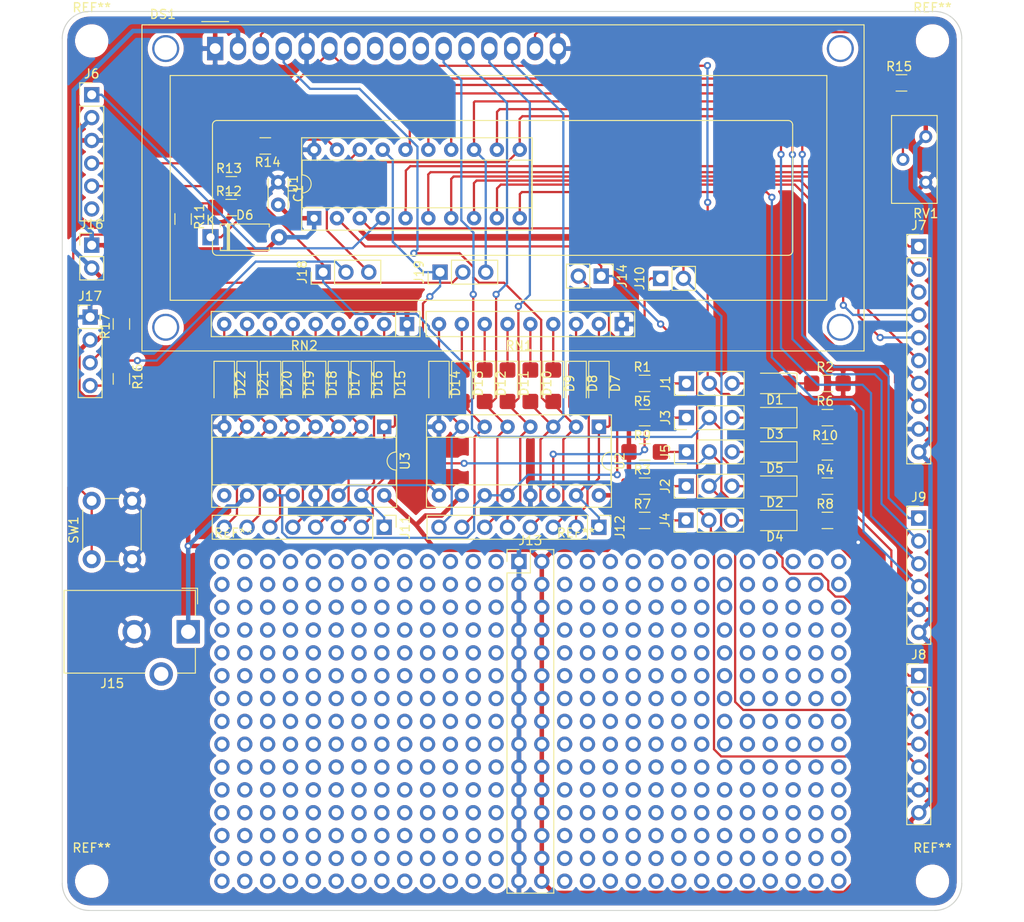
<source format=kicad_pcb>
(kicad_pcb (version 20171130) (host pcbnew 5.1.5-5.1.5)
  (layers (0 F.Cu signal) (31 B.Cu signal) (34 B.Paste user) (35 F.Paste user) (36 B.SilkS user) (37 F.SilkS user) (38 B.Mask user) (39 F.Mask user) (44 Edge.Cuts user))
  (net 0 "")
  (net 1 /Vdd)
  (net 2 GND)
  (net 3 "Net-(D1-Pad2)")
  (net 4 "Net-(D1-Pad1)")
  (net 5 "Net-(D2-Pad2)")
  (net 6 "Net-(D2-Pad1)")
  (net 7 "Net-(D3-Pad2)")
  (net 8 "Net-(D3-Pad1)")
  (net 9 "Net-(D4-Pad2)")
  (net 10 "Net-(D4-Pad1)")
  (net 11 "Net-(D5-Pad2)")
  (net 12 "Net-(D5-Pad1)")
  (net 13 "Net-(D6-Pad1)")
  (net 14 /ShiftRegister/QA)
  (net 15 "Net-(D7-Pad1)")
  (net 16 /ShiftRegister/QB)
  (net 17 "Net-(D8-Pad1)")
  (net 18 /RS)
  (net 19 "Net-(D9-Pad1)")
  (net 20 /D7)
  (net 21 "Net-(D10-Pad1)")
  (net 22 /D6)
  (net 23 "Net-(D11-Pad1)")
  (net 24 /D5)
  (net 25 "Net-(D12-Pad1)")
  (net 26 /D4)
  (net 27 "Net-(D13-Pad1)")
  (net 28 /ShiftRegister/QH)
  (net 29 "Net-(D14-Pad1)")
  (net 30 /ShiftRegister/SA)
  (net 31 "Net-(D15-Pad1)")
  (net 32 /ShiftRegister/SB)
  (net 33 "Net-(D16-Pad1)")
  (net 34 /ShiftRegister/SC)
  (net 35 "Net-(D17-Pad1)")
  (net 36 /ShiftRegister/SD)
  (net 37 "Net-(D18-Pad1)")
  (net 38 /ShiftRegister/SE)
  (net 39 "Net-(D19-Pad1)")
  (net 40 /ShiftRegister/SF)
  (net 41 "Net-(D20-Pad1)")
  (net 42 /ShiftRegister/SG)
  (net 43 "Net-(D21-Pad1)")
  (net 44 /ShiftRegister/SH)
  (net 45 "Net-(D22-Pad1)")
  (net 46 "Net-(DS1-Pad15)")
  (net 47 "Net-(DS1-Pad10)")
  (net 48 "Net-(DS1-Pad9)")
  (net 49 "Net-(DS1-Pad8)")
  (net 50 "Net-(DS1-Pad7)")
  (net 51 /GP0)
  (net 52 "Net-(DS1-Pad3)")
  (net 53 +5V)
  (net 54 "Net-(J1-Pad1)")
  (net 55 /GP4)
  (net 56 "Net-(J2-Pad1)")
  (net 57 /GP1)
  (net 58 "Net-(J3-Pad1)")
  (net 59 /GP5)
  (net 60 "Net-(J4-Pad1)")
  (net 61 /GP2)
  (net 62 "Net-(J5-Pad1)")
  (net 63 "Net-(J6-Pad6)")
  (net 64 "Net-(J6-Pad5)")
  (net 65 "Net-(J6-Pad4)")
  (net 66 "Net-(J6-Pad1)")
  (net 67 /RC7)
  (net 68 /RC6)
  (net 69 /RC5)
  (net 70 /RC4)
  (net 71 /RC3)
  (net 72 /RC2)
  (net 73 /RC1)
  (net 74 /RC0)
  (net 75 /RB7)
  (net 76 /RB6)
  (net 77 /RB5)
  (net 78 /RB4)
  (net 79 "Net-(J10-Pad1)")
  (net 80 "Net-(J14-Pad2)")
  (net 81 "Net-(J15-Pad3)")
  (net 82 /SCL)
  (net 83 /SDA)
  (net 84 "Net-(R11-Pad2)")
  (net 85 "Net-(R11-Pad1)")
  (net 86 "Net-(U2-Pad9)")
  (net 87 "Net-(U3-Pad9)")
  (module user:WC1602A_Connector (layer F.Cu) (at 47 34.1276)
    (fp_text reference DS1 (at -5.82 -3.81) (layer F.SilkS))
    (fp_text value WC1602A)
    (pad "" thru_hole circle (at 69.5 0) (size 3 3) (drill 2.5) (layers *.Cu *.Mask))
    (pad "" thru_hole circle (at 69.49948 31.0007) (size 3 3) (drill 2.5) (layers *.Cu *.Mask))
    (pad "" thru_hole circle (at -5.4991 31.0007) (size 3 3) (drill 2.5) (layers *.Cu *.Mask))
    (pad "" thru_hole circle (at -5.4991 0) (size 3 3) (drill 2.5) (layers *.Cu *.Mask))
    (pad 16 thru_hole oval (at 38.1 0) (size 1.8 2.6) (drill 1.2) (layers *.Cu *.Mask) (net 2 GND))
    (pad 15 thru_hole oval (at 35.56 0) (size 1.8 2.6) (drill 1.2) (layers *.Cu *.Mask) (net 46 "Net-(DS1-Pad15)"))
    (pad 14 thru_hole oval (at 33.02 0) (size 1.8 2.6) (drill 1.2) (layers *.Cu *.Mask) (net 20 /D7))
    (pad 13 thru_hole oval (at 30.48 0) (size 1.8 2.6) (drill 1.2) (layers *.Cu *.Mask) (net 22 /D6))
    (pad 12 thru_hole oval (at 27.94 0) (size 1.8 2.6) (drill 1.2) (layers *.Cu *.Mask) (net 24 /D5))
    (pad 11 thru_hole oval (at 25.4 0) (size 1.8 2.6) (drill 1.2) (layers *.Cu *.Mask) (net 26 /D4))
    (pad 10 thru_hole oval (at 22.86 0) (size 1.8 2.6) (drill 1.2) (layers *.Cu *.Mask) (net 47 "Net-(DS1-Pad10)"))
    (pad 9 thru_hole oval (at 20.32 0) (size 1.8 2.6) (drill 1.2) (layers *.Cu *.Mask) (net 48 "Net-(DS1-Pad9)"))
    (pad 8 thru_hole oval (at 17.78 0) (size 1.8 2.6) (drill 1.2) (layers *.Cu *.Mask) (net 49 "Net-(DS1-Pad8)"))
    (pad 7 thru_hole oval (at 15.24 0) (size 1.8 2.6) (drill 1.2) (layers *.Cu *.Mask) (net 50 "Net-(DS1-Pad7)"))
    (pad 6 thru_hole oval (at 12.7 0) (size 1.8 2.6) (drill 1.2) (layers *.Cu *.Mask) (net 51 /GP0))
    (pad 5 thru_hole oval (at 10.16 0) (size 1.8 2.6) (drill 1.2) (layers *.Cu *.Mask) (net 2 GND))
    (pad 4 thru_hole oval (at 7.62 0) (size 1.8 2.6) (drill 1.2) (layers *.Cu *.Mask) (net 18 /RS))
    (pad 3 thru_hole oval (at 5.08 0) (size 1.8 2.6) (drill 1.2) (layers *.Cu *.Mask) (net 52 "Net-(DS1-Pad3)"))
    (pad 2 thru_hole oval (at 2.54 0) (size 1.8 2.6) (drill 1.2) (layers *.Cu *.Mask) (net 53 +5V))
    (pad 1 thru_hole rect (at 0 0) (size 1.8 2.6) (drill 1.2) (layers *.Cu *.Mask) (net 2 GND))
  )
  (module Proto_Area:Proto_Area_13x15 (layer F.Cu) (at 85.852 91.186)
    (fp_text reference REF** (at 1.27 -3.175) (layer F.SilkS))
    (fp_text value Proto_Area_13x15_P2.54mm_Drill1.0mm)
    (pad 195 thru_hole circle (at 30.48 35.56) (size 1.7 1.7) (drill 1) (layers *.Cu *.Mask))
    (pad 182 thru_hole circle (at 30.48 33.02) (size 1.7 1.7) (drill 1) (layers *.Cu *.Mask))
    (pad 169 thru_hole circle (at 30.48 30.48) (size 1.7 1.7) (drill 1) (layers *.Cu *.Mask))
    (pad 156 thru_hole circle (at 30.48 27.94) (size 1.7 1.7) (drill 1) (layers *.Cu *.Mask))
    (pad 143 thru_hole circle (at 30.48 25.4) (size 1.7 1.7) (drill 1) (layers *.Cu *.Mask))
    (pad 130 thru_hole circle (at 30.48 22.86) (size 1.7 1.7) (drill 1) (layers *.Cu *.Mask))
    (pad 117 thru_hole circle (at 30.48 20.32) (size 1.7 1.7) (drill 1) (layers *.Cu *.Mask))
    (pad 104 thru_hole circle (at 30.48 17.78) (size 1.7 1.7) (drill 1) (layers *.Cu *.Mask))
    (pad 91 thru_hole circle (at 30.48 15.24) (size 1.7 1.7) (drill 1) (layers *.Cu *.Mask))
    (pad 78 thru_hole circle (at 30.48 12.7) (size 1.7 1.7) (drill 1) (layers *.Cu *.Mask))
    (pad 65 thru_hole circle (at 30.48 10.16) (size 1.7 1.7) (drill 1) (layers *.Cu *.Mask))
    (pad 52 thru_hole circle (at 30.48 7.62) (size 1.7 1.7) (drill 1) (layers *.Cu *.Mask))
    (pad 39 thru_hole circle (at 30.48 5.08) (size 1.7 1.7) (drill 1) (layers *.Cu *.Mask))
    (pad 26 thru_hole circle (at 30.48 2.54) (size 1.7 1.7) (drill 1) (layers *.Cu *.Mask))
    (pad 13 thru_hole circle (at 30.48 0) (size 1.7 1.7) (drill 1) (layers *.Cu *.Mask))
    (pad 194 thru_hole circle (at 27.94 35.56) (size 1.7 1.7) (drill 1) (layers *.Cu *.Mask))
    (pad 181 thru_hole circle (at 27.94 33.02) (size 1.7 1.7) (drill 1) (layers *.Cu *.Mask))
    (pad 168 thru_hole circle (at 27.94 30.48) (size 1.7 1.7) (drill 1) (layers *.Cu *.Mask))
    (pad 155 thru_hole circle (at 27.94 27.94) (size 1.7 1.7) (drill 1) (layers *.Cu *.Mask))
    (pad 142 thru_hole circle (at 27.94 25.4) (size 1.7 1.7) (drill 1) (layers *.Cu *.Mask))
    (pad 129 thru_hole circle (at 27.94 22.86) (size 1.7 1.7) (drill 1) (layers *.Cu *.Mask))
    (pad 116 thru_hole circle (at 27.94 20.32) (size 1.7 1.7) (drill 1) (layers *.Cu *.Mask))
    (pad 103 thru_hole circle (at 27.94 17.78) (size 1.7 1.7) (drill 1) (layers *.Cu *.Mask))
    (pad 90 thru_hole circle (at 27.94 15.24) (size 1.7 1.7) (drill 1) (layers *.Cu *.Mask))
    (pad 77 thru_hole circle (at 27.94 12.7) (size 1.7 1.7) (drill 1) (layers *.Cu *.Mask))
    (pad 64 thru_hole circle (at 27.94 10.16) (size 1.7 1.7) (drill 1) (layers *.Cu *.Mask))
    (pad 51 thru_hole circle (at 27.94 7.62) (size 1.7 1.7) (drill 1) (layers *.Cu *.Mask))
    (pad 38 thru_hole circle (at 27.94 5.08) (size 1.7 1.7) (drill 1) (layers *.Cu *.Mask))
    (pad 25 thru_hole circle (at 27.94 2.54) (size 1.7 1.7) (drill 1) (layers *.Cu *.Mask))
    (pad 12 thru_hole circle (at 27.94 0) (size 1.7 1.7) (drill 1) (layers *.Cu *.Mask))
    (pad 193 thru_hole circle (at 25.4 35.56) (size 1.7 1.7) (drill 1) (layers *.Cu *.Mask))
    (pad 180 thru_hole circle (at 25.4 33.02) (size 1.7 1.7) (drill 1) (layers *.Cu *.Mask))
    (pad 167 thru_hole circle (at 25.4 30.48) (size 1.7 1.7) (drill 1) (layers *.Cu *.Mask))
    (pad 154 thru_hole circle (at 25.4 27.94) (size 1.7 1.7) (drill 1) (layers *.Cu *.Mask))
    (pad 141 thru_hole circle (at 25.4 25.4) (size 1.7 1.7) (drill 1) (layers *.Cu *.Mask))
    (pad 128 thru_hole circle (at 25.4 22.86) (size 1.7 1.7) (drill 1) (layers *.Cu *.Mask))
    (pad 115 thru_hole circle (at 25.4 20.32) (size 1.7 1.7) (drill 1) (layers *.Cu *.Mask))
    (pad 102 thru_hole circle (at 25.4 17.78) (size 1.7 1.7) (drill 1) (layers *.Cu *.Mask))
    (pad 89 thru_hole circle (at 25.4 15.24) (size 1.7 1.7) (drill 1) (layers *.Cu *.Mask))
    (pad 76 thru_hole circle (at 25.4 12.7) (size 1.7 1.7) (drill 1) (layers *.Cu *.Mask))
    (pad 63 thru_hole circle (at 25.4 10.16) (size 1.7 1.7) (drill 1) (layers *.Cu *.Mask))
    (pad 50 thru_hole circle (at 25.4 7.62) (size 1.7 1.7) (drill 1) (layers *.Cu *.Mask))
    (pad 37 thru_hole circle (at 25.4 5.08) (size 1.7 1.7) (drill 1) (layers *.Cu *.Mask))
    (pad 24 thru_hole circle (at 25.4 2.54) (size 1.7 1.7) (drill 1) (layers *.Cu *.Mask))
    (pad 11 thru_hole circle (at 25.4 0) (size 1.7 1.7) (drill 1) (layers *.Cu *.Mask))
    (pad 192 thru_hole circle (at 22.86 35.56) (size 1.7 1.7) (drill 1) (layers *.Cu *.Mask))
    (pad 179 thru_hole circle (at 22.86 33.02) (size 1.7 1.7) (drill 1) (layers *.Cu *.Mask))
    (pad 166 thru_hole circle (at 22.86 30.48) (size 1.7 1.7) (drill 1) (layers *.Cu *.Mask))
    (pad 153 thru_hole circle (at 22.86 27.94) (size 1.7 1.7) (drill 1) (layers *.Cu *.Mask))
    (pad 140 thru_hole circle (at 22.86 25.4) (size 1.7 1.7) (drill 1) (layers *.Cu *.Mask))
    (pad 127 thru_hole circle (at 22.86 22.86) (size 1.7 1.7) (drill 1) (layers *.Cu *.Mask))
    (pad 114 thru_hole circle (at 22.86 20.32) (size 1.7 1.7) (drill 1) (layers *.Cu *.Mask))
    (pad 101 thru_hole circle (at 22.86 17.78) (size 1.7 1.7) (drill 1) (layers *.Cu *.Mask))
    (pad 88 thru_hole circle (at 22.86 15.24) (size 1.7 1.7) (drill 1) (layers *.Cu *.Mask))
    (pad 75 thru_hole circle (at 22.86 12.7) (size 1.7 1.7) (drill 1) (layers *.Cu *.Mask))
    (pad 62 thru_hole circle (at 22.86 10.16) (size 1.7 1.7) (drill 1) (layers *.Cu *.Mask))
    (pad 49 thru_hole circle (at 22.86 7.62) (size 1.7 1.7) (drill 1) (layers *.Cu *.Mask))
    (pad 36 thru_hole circle (at 22.86 5.08) (size 1.7 1.7) (drill 1) (layers *.Cu *.Mask))
    (pad 23 thru_hole circle (at 22.86 2.54) (size 1.7 1.7) (drill 1) (layers *.Cu *.Mask))
    (pad 10 thru_hole circle (at 22.86 0) (size 1.7 1.7) (drill 1) (layers *.Cu *.Mask))
    (pad 191 thru_hole circle (at 20.32 35.56) (size 1.7 1.7) (drill 1) (layers *.Cu *.Mask))
    (pad 178 thru_hole circle (at 20.32 33.02) (size 1.7 1.7) (drill 1) (layers *.Cu *.Mask))
    (pad 165 thru_hole circle (at 20.32 30.48) (size 1.7 1.7) (drill 1) (layers *.Cu *.Mask))
    (pad 152 thru_hole circle (at 20.32 27.94) (size 1.7 1.7) (drill 1) (layers *.Cu *.Mask))
    (pad 139 thru_hole circle (at 20.32 25.4) (size 1.7 1.7) (drill 1) (layers *.Cu *.Mask))
    (pad 126 thru_hole circle (at 20.32 22.86) (size 1.7 1.7) (drill 1) (layers *.Cu *.Mask))
    (pad 113 thru_hole circle (at 20.32 20.32) (size 1.7 1.7) (drill 1) (layers *.Cu *.Mask))
    (pad 100 thru_hole circle (at 20.32 17.78) (size 1.7 1.7) (drill 1) (layers *.Cu *.Mask))
    (pad 87 thru_hole circle (at 20.32 15.24) (size 1.7 1.7) (drill 1) (layers *.Cu *.Mask))
    (pad 74 thru_hole circle (at 20.32 12.7) (size 1.7 1.7) (drill 1) (layers *.Cu *.Mask))
    (pad 61 thru_hole circle (at 20.32 10.16) (size 1.7 1.7) (drill 1) (layers *.Cu *.Mask))
    (pad 48 thru_hole circle (at 20.32 7.62) (size 1.7 1.7) (drill 1) (layers *.Cu *.Mask))
    (pad 35 thru_hole circle (at 20.32 5.08) (size 1.7 1.7) (drill 1) (layers *.Cu *.Mask))
    (pad 22 thru_hole circle (at 20.32 2.54) (size 1.7 1.7) (drill 1) (layers *.Cu *.Mask))
    (pad 9 thru_hole circle (at 20.32 0) (size 1.7 1.7) (drill 1) (layers *.Cu *.Mask))
    (pad 190 thru_hole circle (at 17.78 35.56) (size 1.7 1.7) (drill 1) (layers *.Cu *.Mask))
    (pad 177 thru_hole circle (at 17.78 33.02) (size 1.7 1.7) (drill 1) (layers *.Cu *.Mask))
    (pad 164 thru_hole circle (at 17.78 30.48) (size 1.7 1.7) (drill 1) (layers *.Cu *.Mask))
    (pad 151 thru_hole circle (at 17.78 27.94) (size 1.7 1.7) (drill 1) (layers *.Cu *.Mask))
    (pad 138 thru_hole circle (at 17.78 25.4) (size 1.7 1.7) (drill 1) (layers *.Cu *.Mask))
    (pad 125 thru_hole circle (at 17.78 22.86) (size 1.7 1.7) (drill 1) (layers *.Cu *.Mask))
    (pad 112 thru_hole circle (at 17.78 20.32) (size 1.7 1.7) (drill 1) (layers *.Cu *.Mask))
    (pad 99 thru_hole circle (at 17.78 17.78) (size 1.7 1.7) (drill 1) (layers *.Cu *.Mask))
    (pad 86 thru_hole circle (at 17.78 15.24) (size 1.7 1.7) (drill 1) (layers *.Cu *.Mask))
    (pad 73 thru_hole circle (at 17.78 12.7) (size 1.7 1.7) (drill 1) (layers *.Cu *.Mask))
    (pad 60 thru_hole circle (at 17.78 10.16) (size 1.7 1.7) (drill 1) (layers *.Cu *.Mask))
    (pad 47 thru_hole circle (at 17.78 7.62) (size 1.7 1.7) (drill 1) (layers *.Cu *.Mask))
    (pad 34 thru_hole circle (at 17.78 5.08) (size 1.7 1.7) (drill 1) (layers *.Cu *.Mask))
    (pad 21 thru_hole circle (at 17.78 2.54) (size 1.7 1.7) (drill 1) (layers *.Cu *.Mask))
    (pad 8 thru_hole circle (at 17.78 0) (size 1.7 1.7) (drill 1) (layers *.Cu *.Mask))
    (pad 189 thru_hole circle (at 15.24 35.56) (size 1.7 1.7) (drill 1) (layers *.Cu *.Mask))
    (pad 176 thru_hole circle (at 15.24 33.02) (size 1.7 1.7) (drill 1) (layers *.Cu *.Mask))
    (pad 163 thru_hole circle (at 15.24 30.48) (size 1.7 1.7) (drill 1) (layers *.Cu *.Mask))
    (pad 150 thru_hole circle (at 15.24 27.94) (size 1.7 1.7) (drill 1) (layers *.Cu *.Mask))
    (pad 137 thru_hole circle (at 15.24 25.4) (size 1.7 1.7) (drill 1) (layers *.Cu *.Mask))
    (pad 124 thru_hole circle (at 15.24 22.86) (size 1.7 1.7) (drill 1) (layers *.Cu *.Mask))
    (pad 111 thru_hole circle (at 15.24 20.32) (size 1.7 1.7) (drill 1) (layers *.Cu *.Mask))
    (pad 98 thru_hole circle (at 15.24 17.78) (size 1.7 1.7) (drill 1) (layers *.Cu *.Mask))
    (pad 85 thru_hole circle (at 15.24 15.24) (size 1.7 1.7) (drill 1) (layers *.Cu *.Mask))
    (pad 72 thru_hole circle (at 15.24 12.7) (size 1.7 1.7) (drill 1) (layers *.Cu *.Mask))
    (pad 59 thru_hole circle (at 15.24 10.16) (size 1.7 1.7) (drill 1) (layers *.Cu *.Mask))
    (pad 46 thru_hole circle (at 15.24 7.62) (size 1.7 1.7) (drill 1) (layers *.Cu *.Mask))
    (pad 33 thru_hole circle (at 15.24 5.08) (size 1.7 1.7) (drill 1) (layers *.Cu *.Mask))
    (pad 20 thru_hole circle (at 15.24 2.54) (size 1.7 1.7) (drill 1) (layers *.Cu *.Mask))
    (pad 7 thru_hole circle (at 15.24 0) (size 1.7 1.7) (drill 1) (layers *.Cu *.Mask))
    (pad 188 thru_hole circle (at 12.7 35.56) (size 1.7 1.7) (drill 1) (layers *.Cu *.Mask))
    (pad 175 thru_hole circle (at 12.7 33.02) (size 1.7 1.7) (drill 1) (layers *.Cu *.Mask))
    (pad 162 thru_hole circle (at 12.7 30.48) (size 1.7 1.7) (drill 1) (layers *.Cu *.Mask))
    (pad 149 thru_hole circle (at 12.7 27.94) (size 1.7 1.7) (drill 1) (layers *.Cu *.Mask))
    (pad 136 thru_hole circle (at 12.7 25.4) (size 1.7 1.7) (drill 1) (layers *.Cu *.Mask))
    (pad 123 thru_hole circle (at 12.7 22.86) (size 1.7 1.7) (drill 1) (layers *.Cu *.Mask))
    (pad 110 thru_hole circle (at 12.7 20.32) (size 1.7 1.7) (drill 1) (layers *.Cu *.Mask))
    (pad 97 thru_hole circle (at 12.7 17.78) (size 1.7 1.7) (drill 1) (layers *.Cu *.Mask))
    (pad 84 thru_hole circle (at 12.7 15.24) (size 1.7 1.7) (drill 1) (layers *.Cu *.Mask))
    (pad 71 thru_hole circle (at 12.7 12.7) (size 1.7 1.7) (drill 1) (layers *.Cu *.Mask))
    (pad 58 thru_hole circle (at 12.7 10.16) (size 1.7 1.7) (drill 1) (layers *.Cu *.Mask))
    (pad 45 thru_hole circle (at 12.7 7.62) (size 1.7 1.7) (drill 1) (layers *.Cu *.Mask))
    (pad 32 thru_hole circle (at 12.7 5.08) (size 1.7 1.7) (drill 1) (layers *.Cu *.Mask))
    (pad 19 thru_hole circle (at 12.7 2.54) (size 1.7 1.7) (drill 1) (layers *.Cu *.Mask))
    (pad 6 thru_hole circle (at 12.7 0) (size 1.7 1.7) (drill 1) (layers *.Cu *.Mask))
    (pad 187 thru_hole circle (at 10.16 35.56) (size 1.7 1.7) (drill 1) (layers *.Cu *.Mask))
    (pad 174 thru_hole circle (at 10.16 33.02) (size 1.7 1.7) (drill 1) (layers *.Cu *.Mask))
    (pad 161 thru_hole circle (at 10.16 30.48) (size 1.7 1.7) (drill 1) (layers *.Cu *.Mask))
    (pad 148 thru_hole circle (at 10.16 27.94) (size 1.7 1.7) (drill 1) (layers *.Cu *.Mask))
    (pad 135 thru_hole circle (at 10.16 25.4) (size 1.7 1.7) (drill 1) (layers *.Cu *.Mask))
    (pad 122 thru_hole circle (at 10.16 22.86) (size 1.7 1.7) (drill 1) (layers *.Cu *.Mask))
    (pad 109 thru_hole circle (at 10.16 20.32) (size 1.7 1.7) (drill 1) (layers *.Cu *.Mask))
    (pad 96 thru_hole circle (at 10.16 17.78) (size 1.7 1.7) (drill 1) (layers *.Cu *.Mask))
    (pad 83 thru_hole circle (at 10.16 15.24) (size 1.7 1.7) (drill 1) (layers *.Cu *.Mask))
    (pad 70 thru_hole circle (at 10.16 12.7) (size 1.7 1.7) (drill 1) (layers *.Cu *.Mask))
    (pad 57 thru_hole circle (at 10.16 10.16) (size 1.7 1.7) (drill 1) (layers *.Cu *.Mask))
    (pad 44 thru_hole circle (at 10.16 7.62) (size 1.7 1.7) (drill 1) (layers *.Cu *.Mask))
    (pad 31 thru_hole circle (at 10.16 5.08) (size 1.7 1.7) (drill 1) (layers *.Cu *.Mask))
    (pad 18 thru_hole circle (at 10.16 2.54) (size 1.7 1.7) (drill 1) (layers *.Cu *.Mask))
    (pad 5 thru_hole circle (at 10.16 0) (size 1.7 1.7) (drill 1) (layers *.Cu *.Mask))
    (pad 186 thru_hole circle (at 7.62 35.56) (size 1.7 1.7) (drill 1) (layers *.Cu *.Mask))
    (pad 173 thru_hole circle (at 7.62 33.02) (size 1.7 1.7) (drill 1) (layers *.Cu *.Mask))
    (pad 160 thru_hole circle (at 7.62 30.48) (size 1.7 1.7) (drill 1) (layers *.Cu *.Mask))
    (pad 147 thru_hole circle (at 7.62 27.94) (size 1.7 1.7) (drill 1) (layers *.Cu *.Mask))
    (pad 134 thru_hole circle (at 7.62 25.4) (size 1.7 1.7) (drill 1) (layers *.Cu *.Mask))
    (pad 121 thru_hole circle (at 7.62 22.86) (size 1.7 1.7) (drill 1) (layers *.Cu *.Mask))
    (pad 108 thru_hole circle (at 7.62 20.32) (size 1.7 1.7) (drill 1) (layers *.Cu *.Mask))
    (pad 95 thru_hole circle (at 7.62 17.78) (size 1.7 1.7) (drill 1) (layers *.Cu *.Mask))
    (pad 82 thru_hole circle (at 7.62 15.24) (size 1.7 1.7) (drill 1) (layers *.Cu *.Mask))
    (pad 69 thru_hole circle (at 7.62 12.7) (size 1.7 1.7) (drill 1) (layers *.Cu *.Mask))
    (pad 56 thru_hole circle (at 7.62 10.16) (size 1.7 1.7) (drill 1) (layers *.Cu *.Mask))
    (pad 43 thru_hole circle (at 7.62 7.62) (size 1.7 1.7) (drill 1) (layers *.Cu *.Mask))
    (pad 30 thru_hole circle (at 7.62 5.08) (size 1.7 1.7) (drill 1) (layers *.Cu *.Mask))
    (pad 17 thru_hole circle (at 7.62 2.54) (size 1.7 1.7) (drill 1) (layers *.Cu *.Mask))
    (pad 4 thru_hole circle (at 7.62 0) (size 1.7 1.7) (drill 1) (layers *.Cu *.Mask))
    (pad 185 thru_hole circle (at 5.08 35.56) (size 1.7 1.7) (drill 1) (layers *.Cu *.Mask))
    (pad 172 thru_hole circle (at 5.08 33.02) (size 1.7 1.7) (drill 1) (layers *.Cu *.Mask))
    (pad 159 thru_hole circle (at 5.08 30.48) (size 1.7 1.7) (drill 1) (layers *.Cu *.Mask))
    (pad 146 thru_hole circle (at 5.08 27.94) (size 1.7 1.7) (drill 1) (layers *.Cu *.Mask))
    (pad 133 thru_hole circle (at 5.08 25.4) (size 1.7 1.7) (drill 1) (layers *.Cu *.Mask))
    (pad 120 thru_hole circle (at 5.08 22.86) (size 1.7 1.7) (drill 1) (layers *.Cu *.Mask))
    (pad 107 thru_hole circle (at 5.08 20.32) (size 1.7 1.7) (drill 1) (layers *.Cu *.Mask))
    (pad 94 thru_hole circle (at 5.08 17.78) (size 1.7 1.7) (drill 1) (layers *.Cu *.Mask))
    (pad 81 thru_hole circle (at 5.08 15.24) (size 1.7 1.7) (drill 1) (layers *.Cu *.Mask))
    (pad 68 thru_hole circle (at 5.08 12.7) (size 1.7 1.7) (drill 1) (layers *.Cu *.Mask))
    (pad 55 thru_hole circle (at 5.08 10.16) (size 1.7 1.7) (drill 1) (layers *.Cu *.Mask))
    (pad 42 thru_hole circle (at 5.08 7.62) (size 1.7 1.7) (drill 1) (layers *.Cu *.Mask))
    (pad 29 thru_hole circle (at 5.08 5.08) (size 1.7 1.7) (drill 1) (layers *.Cu *.Mask))
    (pad 16 thru_hole circle (at 5.08 2.54) (size 1.7 1.7) (drill 1) (layers *.Cu *.Mask))
    (pad 3 thru_hole circle (at 5.08 0) (size 1.7 1.7) (drill 1) (layers *.Cu *.Mask))
    (pad 184 thru_hole circle (at 2.54 35.56) (size 1.7 1.7) (drill 1) (layers *.Cu *.Mask))
    (pad 171 thru_hole circle (at 2.54 33.02) (size 1.7 1.7) (drill 1) (layers *.Cu *.Mask))
    (pad 158 thru_hole circle (at 2.54 30.48) (size 1.7 1.7) (drill 1) (layers *.Cu *.Mask))
    (pad 145 thru_hole circle (at 2.54 27.94) (size 1.7 1.7) (drill 1) (layers *.Cu *.Mask))
    (pad 132 thru_hole circle (at 2.54 25.4) (size 1.7 1.7) (drill 1) (layers *.Cu *.Mask))
    (pad 119 thru_hole circle (at 2.54 22.86) (size 1.7 1.7) (drill 1) (layers *.Cu *.Mask))
    (pad 106 thru_hole circle (at 2.54 20.32) (size 1.7 1.7) (drill 1) (layers *.Cu *.Mask))
    (pad 93 thru_hole circle (at 2.54 17.78) (size 1.7 1.7) (drill 1) (layers *.Cu *.Mask))
    (pad 80 thru_hole circle (at 2.54 15.24) (size 1.7 1.7) (drill 1) (layers *.Cu *.Mask))
    (pad 67 thru_hole circle (at 2.54 12.7) (size 1.7 1.7) (drill 1) (layers *.Cu *.Mask))
    (pad 54 thru_hole circle (at 2.54 10.16) (size 1.7 1.7) (drill 1) (layers *.Cu *.Mask))
    (pad 41 thru_hole circle (at 2.54 7.62) (size 1.7 1.7) (drill 1) (layers *.Cu *.Mask))
    (pad 28 thru_hole circle (at 2.54 5.08) (size 1.7 1.7) (drill 1) (layers *.Cu *.Mask))
    (pad 15 thru_hole circle (at 2.54 2.54) (size 1.7 1.7) (drill 1) (layers *.Cu *.Mask))
    (pad 2 thru_hole circle (at 2.54 0) (size 1.7 1.7) (drill 1) (layers *.Cu *.Mask))
    (pad 183 thru_hole circle (at 0 35.56) (size 1.7 1.7) (drill 1) (layers *.Cu *.Mask))
    (pad 170 thru_hole circle (at 0 33.02) (size 1.7 1.7) (drill 1) (layers *.Cu *.Mask))
    (pad 157 thru_hole circle (at 0 30.48) (size 1.7 1.7) (drill 1) (layers *.Cu *.Mask))
    (pad 144 thru_hole circle (at 0 27.94) (size 1.7 1.7) (drill 1) (layers *.Cu *.Mask))
    (pad 131 thru_hole circle (at 0 25.4) (size 1.7 1.7) (drill 1) (layers *.Cu *.Mask))
    (pad 118 thru_hole circle (at 0 22.86) (size 1.7 1.7) (drill 1) (layers *.Cu *.Mask))
    (pad 105 thru_hole circle (at 0 20.32) (size 1.7 1.7) (drill 1) (layers *.Cu *.Mask))
    (pad 92 thru_hole circle (at 0 17.78) (size 1.7 1.7) (drill 1) (layers *.Cu *.Mask))
    (pad 79 thru_hole circle (at 0 15.24) (size 1.7 1.7) (drill 1) (layers *.Cu *.Mask))
    (pad 66 thru_hole circle (at 0 12.7) (size 1.7 1.7) (drill 1) (layers *.Cu *.Mask))
    (pad 53 thru_hole circle (at 0 10.16) (size 1.7 1.7) (drill 1) (layers *.Cu *.Mask))
    (pad 40 thru_hole circle (at 0 7.62) (size 1.7 1.7) (drill 1) (layers *.Cu *.Mask))
    (pad 27 thru_hole circle (at 0 5.08) (size 1.7 1.7) (drill 1) (layers *.Cu *.Mask))
    (pad 14 thru_hole circle (at 0 2.54) (size 1.7 1.7) (drill 1) (layers *.Cu *.Mask))
    (pad 1 thru_hole circle (at 0 0) (size 1.7 1.7) (drill 1) (layers *.Cu *.Mask))
  )
  (module Proto_Area:Proto_Area_13x15 (layer F.Cu) (at 47.752 91.186)
    (fp_text reference REF** (at 1.27 -3.175) (layer F.SilkS))
    (fp_text value Proto_Area_13x15_P2.54mm_Drill1.0mm)
    (pad 195 thru_hole circle (at 30.48 35.56) (size 1.7 1.7) (drill 1) (layers *.Cu *.Mask))
    (pad 182 thru_hole circle (at 30.48 33.02) (size 1.7 1.7) (drill 1) (layers *.Cu *.Mask))
    (pad 169 thru_hole circle (at 30.48 30.48) (size 1.7 1.7) (drill 1) (layers *.Cu *.Mask))
    (pad 156 thru_hole circle (at 30.48 27.94) (size 1.7 1.7) (drill 1) (layers *.Cu *.Mask))
    (pad 143 thru_hole circle (at 30.48 25.4) (size 1.7 1.7) (drill 1) (layers *.Cu *.Mask))
    (pad 130 thru_hole circle (at 30.48 22.86) (size 1.7 1.7) (drill 1) (layers *.Cu *.Mask))
    (pad 117 thru_hole circle (at 30.48 20.32) (size 1.7 1.7) (drill 1) (layers *.Cu *.Mask))
    (pad 104 thru_hole circle (at 30.48 17.78) (size 1.7 1.7) (drill 1) (layers *.Cu *.Mask))
    (pad 91 thru_hole circle (at 30.48 15.24) (size 1.7 1.7) (drill 1) (layers *.Cu *.Mask))
    (pad 78 thru_hole circle (at 30.48 12.7) (size 1.7 1.7) (drill 1) (layers *.Cu *.Mask))
    (pad 65 thru_hole circle (at 30.48 10.16) (size 1.7 1.7) (drill 1) (layers *.Cu *.Mask))
    (pad 52 thru_hole circle (at 30.48 7.62) (size 1.7 1.7) (drill 1) (layers *.Cu *.Mask))
    (pad 39 thru_hole circle (at 30.48 5.08) (size 1.7 1.7) (drill 1) (layers *.Cu *.Mask))
    (pad 26 thru_hole circle (at 30.48 2.54) (size 1.7 1.7) (drill 1) (layers *.Cu *.Mask))
    (pad 13 thru_hole circle (at 30.48 0) (size 1.7 1.7) (drill 1) (layers *.Cu *.Mask))
    (pad 194 thru_hole circle (at 27.94 35.56) (size 1.7 1.7) (drill 1) (layers *.Cu *.Mask))
    (pad 181 thru_hole circle (at 27.94 33.02) (size 1.7 1.7) (drill 1) (layers *.Cu *.Mask))
    (pad 168 thru_hole circle (at 27.94 30.48) (size 1.7 1.7) (drill 1) (layers *.Cu *.Mask))
    (pad 155 thru_hole circle (at 27.94 27.94) (size 1.7 1.7) (drill 1) (layers *.Cu *.Mask))
    (pad 142 thru_hole circle (at 27.94 25.4) (size 1.7 1.7) (drill 1) (layers *.Cu *.Mask))
    (pad 129 thru_hole circle (at 27.94 22.86) (size 1.7 1.7) (drill 1) (layers *.Cu *.Mask))
    (pad 116 thru_hole circle (at 27.94 20.32) (size 1.7 1.7) (drill 1) (layers *.Cu *.Mask))
    (pad 103 thru_hole circle (at 27.94 17.78) (size 1.7 1.7) (drill 1) (layers *.Cu *.Mask))
    (pad 90 thru_hole circle (at 27.94 15.24) (size 1.7 1.7) (drill 1) (layers *.Cu *.Mask))
    (pad 77 thru_hole circle (at 27.94 12.7) (size 1.7 1.7) (drill 1) (layers *.Cu *.Mask))
    (pad 64 thru_hole circle (at 27.94 10.16) (size 1.7 1.7) (drill 1) (layers *.Cu *.Mask))
    (pad 51 thru_hole circle (at 27.94 7.62) (size 1.7 1.7) (drill 1) (layers *.Cu *.Mask))
    (pad 38 thru_hole circle (at 27.94 5.08) (size 1.7 1.7) (drill 1) (layers *.Cu *.Mask))
    (pad 25 thru_hole circle (at 27.94 2.54) (size 1.7 1.7) (drill 1) (layers *.Cu *.Mask))
    (pad 12 thru_hole circle (at 27.94 0) (size 1.7 1.7) (drill 1) (layers *.Cu *.Mask))
    (pad 193 thru_hole circle (at 25.4 35.56) (size 1.7 1.7) (drill 1) (layers *.Cu *.Mask))
    (pad 180 thru_hole circle (at 25.4 33.02) (size 1.7 1.7) (drill 1) (layers *.Cu *.Mask))
    (pad 167 thru_hole circle (at 25.4 30.48) (size 1.7 1.7) (drill 1) (layers *.Cu *.Mask))
    (pad 154 thru_hole circle (at 25.4 27.94) (size 1.7 1.7) (drill 1) (layers *.Cu *.Mask))
    (pad 141 thru_hole circle (at 25.4 25.4) (size 1.7 1.7) (drill 1) (layers *.Cu *.Mask))
    (pad 128 thru_hole circle (at 25.4 22.86) (size 1.7 1.7) (drill 1) (layers *.Cu *.Mask))
    (pad 115 thru_hole circle (at 25.4 20.32) (size 1.7 1.7) (drill 1) (layers *.Cu *.Mask))
    (pad 102 thru_hole circle (at 25.4 17.78) (size 1.7 1.7) (drill 1) (layers *.Cu *.Mask))
    (pad 89 thru_hole circle (at 25.4 15.24) (size 1.7 1.7) (drill 1) (layers *.Cu *.Mask))
    (pad 76 thru_hole circle (at 25.4 12.7) (size 1.7 1.7) (drill 1) (layers *.Cu *.Mask))
    (pad 63 thru_hole circle (at 25.4 10.16) (size 1.7 1.7) (drill 1) (layers *.Cu *.Mask))
    (pad 50 thru_hole circle (at 25.4 7.62) (size 1.7 1.7) (drill 1) (layers *.Cu *.Mask))
    (pad 37 thru_hole circle (at 25.4 5.08) (size 1.7 1.7) (drill 1) (layers *.Cu *.Mask))
    (pad 24 thru_hole circle (at 25.4 2.54) (size 1.7 1.7) (drill 1) (layers *.Cu *.Mask))
    (pad 11 thru_hole circle (at 25.4 0) (size 1.7 1.7) (drill 1) (layers *.Cu *.Mask))
    (pad 192 thru_hole circle (at 22.86 35.56) (size 1.7 1.7) (drill 1) (layers *.Cu *.Mask))
    (pad 179 thru_hole circle (at 22.86 33.02) (size 1.7 1.7) (drill 1) (layers *.Cu *.Mask))
    (pad 166 thru_hole circle (at 22.86 30.48) (size 1.7 1.7) (drill 1) (layers *.Cu *.Mask))
    (pad 153 thru_hole circle (at 22.86 27.94) (size 1.7 1.7) (drill 1) (layers *.Cu *.Mask))
    (pad 140 thru_hole circle (at 22.86 25.4) (size 1.7 1.7) (drill 1) (layers *.Cu *.Mask))
    (pad 127 thru_hole circle (at 22.86 22.86) (size 1.7 1.7) (drill 1) (layers *.Cu *.Mask))
    (pad 114 thru_hole circle (at 22.86 20.32) (size 1.7 1.7) (drill 1) (layers *.Cu *.Mask))
    (pad 101 thru_hole circle (at 22.86 17.78) (size 1.7 1.7) (drill 1) (layers *.Cu *.Mask))
    (pad 88 thru_hole circle (at 22.86 15.24) (size 1.7 1.7) (drill 1) (layers *.Cu *.Mask))
    (pad 75 thru_hole circle (at 22.86 12.7) (size 1.7 1.7) (drill 1) (layers *.Cu *.Mask))
    (pad 62 thru_hole circle (at 22.86 10.16) (size 1.7 1.7) (drill 1) (layers *.Cu *.Mask))
    (pad 49 thru_hole circle (at 22.86 7.62) (size 1.7 1.7) (drill 1) (layers *.Cu *.Mask))
    (pad 36 thru_hole circle (at 22.86 5.08) (size 1.7 1.7) (drill 1) (layers *.Cu *.Mask))
    (pad 23 thru_hole circle (at 22.86 2.54) (size 1.7 1.7) (drill 1) (layers *.Cu *.Mask))
    (pad 10 thru_hole circle (at 22.86 0) (size 1.7 1.7) (drill 1) (layers *.Cu *.Mask))
    (pad 191 thru_hole circle (at 20.32 35.56) (size 1.7 1.7) (drill 1) (layers *.Cu *.Mask))
    (pad 178 thru_hole circle (at 20.32 33.02) (size 1.7 1.7) (drill 1) (layers *.Cu *.Mask))
    (pad 165 thru_hole circle (at 20.32 30.48) (size 1.7 1.7) (drill 1) (layers *.Cu *.Mask))
    (pad 152 thru_hole circle (at 20.32 27.94) (size 1.7 1.7) (drill 1) (layers *.Cu *.Mask))
    (pad 139 thru_hole circle (at 20.32 25.4) (size 1.7 1.7) (drill 1) (layers *.Cu *.Mask))
    (pad 126 thru_hole circle (at 20.32 22.86) (size 1.7 1.7) (drill 1) (layers *.Cu *.Mask))
    (pad 113 thru_hole circle (at 20.32 20.32) (size 1.7 1.7) (drill 1) (layers *.Cu *.Mask))
    (pad 100 thru_hole circle (at 20.32 17.78) (size 1.7 1.7) (drill 1) (layers *.Cu *.Mask))
    (pad 87 thru_hole circle (at 20.32 15.24) (size 1.7 1.7) (drill 1) (layers *.Cu *.Mask))
    (pad 74 thru_hole circle (at 20.32 12.7) (size 1.7 1.7) (drill 1) (layers *.Cu *.Mask))
    (pad 61 thru_hole circle (at 20.32 10.16) (size 1.7 1.7) (drill 1) (layers *.Cu *.Mask))
    (pad 48 thru_hole circle (at 20.32 7.62) (size 1.7 1.7) (drill 1) (layers *.Cu *.Mask))
    (pad 35 thru_hole circle (at 20.32 5.08) (size 1.7 1.7) (drill 1) (layers *.Cu *.Mask))
    (pad 22 thru_hole circle (at 20.32 2.54) (size 1.7 1.7) (drill 1) (layers *.Cu *.Mask))
    (pad 9 thru_hole circle (at 20.32 0) (size 1.7 1.7) (drill 1) (layers *.Cu *.Mask))
    (pad 190 thru_hole circle (at 17.78 35.56) (size 1.7 1.7) (drill 1) (layers *.Cu *.Mask))
    (pad 177 thru_hole circle (at 17.78 33.02) (size 1.7 1.7) (drill 1) (layers *.Cu *.Mask))
    (pad 164 thru_hole circle (at 17.78 30.48) (size 1.7 1.7) (drill 1) (layers *.Cu *.Mask))
    (pad 151 thru_hole circle (at 17.78 27.94) (size 1.7 1.7) (drill 1) (layers *.Cu *.Mask))
    (pad 138 thru_hole circle (at 17.78 25.4) (size 1.7 1.7) (drill 1) (layers *.Cu *.Mask))
    (pad 125 thru_hole circle (at 17.78 22.86) (size 1.7 1.7) (drill 1) (layers *.Cu *.Mask))
    (pad 112 thru_hole circle (at 17.78 20.32) (size 1.7 1.7) (drill 1) (layers *.Cu *.Mask))
    (pad 99 thru_hole circle (at 17.78 17.78) (size 1.7 1.7) (drill 1) (layers *.Cu *.Mask))
    (pad 86 thru_hole circle (at 17.78 15.24) (size 1.7 1.7) (drill 1) (layers *.Cu *.Mask))
    (pad 73 thru_hole circle (at 17.78 12.7) (size 1.7 1.7) (drill 1) (layers *.Cu *.Mask))
    (pad 60 thru_hole circle (at 17.78 10.16) (size 1.7 1.7) (drill 1) (layers *.Cu *.Mask))
    (pad 47 thru_hole circle (at 17.78 7.62) (size 1.7 1.7) (drill 1) (layers *.Cu *.Mask))
    (pad 34 thru_hole circle (at 17.78 5.08) (size 1.7 1.7) (drill 1) (layers *.Cu *.Mask))
    (pad 21 thru_hole circle (at 17.78 2.54) (size 1.7 1.7) (drill 1) (layers *.Cu *.Mask))
    (pad 8 thru_hole circle (at 17.78 0) (size 1.7 1.7) (drill 1) (layers *.Cu *.Mask))
    (pad 189 thru_hole circle (at 15.24 35.56) (size 1.7 1.7) (drill 1) (layers *.Cu *.Mask))
    (pad 176 thru_hole circle (at 15.24 33.02) (size 1.7 1.7) (drill 1) (layers *.Cu *.Mask))
    (pad 163 thru_hole circle (at 15.24 30.48) (size 1.7 1.7) (drill 1) (layers *.Cu *.Mask))
    (pad 150 thru_hole circle (at 15.24 27.94) (size 1.7 1.7) (drill 1) (layers *.Cu *.Mask))
    (pad 137 thru_hole circle (at 15.24 25.4) (size 1.7 1.7) (drill 1) (layers *.Cu *.Mask))
    (pad 124 thru_hole circle (at 15.24 22.86) (size 1.7 1.7) (drill 1) (layers *.Cu *.Mask))
    (pad 111 thru_hole circle (at 15.24 20.32) (size 1.7 1.7) (drill 1) (layers *.Cu *.Mask))
    (pad 98 thru_hole circle (at 15.24 17.78) (size 1.7 1.7) (drill 1) (layers *.Cu *.Mask))
    (pad 85 thru_hole circle (at 15.24 15.24) (size 1.7 1.7) (drill 1) (layers *.Cu *.Mask))
    (pad 72 thru_hole circle (at 15.24 12.7) (size 1.7 1.7) (drill 1) (layers *.Cu *.Mask))
    (pad 59 thru_hole circle (at 15.24 10.16) (size 1.7 1.7) (drill 1) (layers *.Cu *.Mask))
    (pad 46 thru_hole circle (at 15.24 7.62) (size 1.7 1.7) (drill 1) (layers *.Cu *.Mask))
    (pad 33 thru_hole circle (at 15.24 5.08) (size 1.7 1.7) (drill 1) (layers *.Cu *.Mask))
    (pad 20 thru_hole circle (at 15.24 2.54) (size 1.7 1.7) (drill 1) (layers *.Cu *.Mask))
    (pad 7 thru_hole circle (at 15.24 0) (size 1.7 1.7) (drill 1) (layers *.Cu *.Mask))
    (pad 188 thru_hole circle (at 12.7 35.56) (size 1.7 1.7) (drill 1) (layers *.Cu *.Mask))
    (pad 175 thru_hole circle (at 12.7 33.02) (size 1.7 1.7) (drill 1) (layers *.Cu *.Mask))
    (pad 162 thru_hole circle (at 12.7 30.48) (size 1.7 1.7) (drill 1) (layers *.Cu *.Mask))
    (pad 149 thru_hole circle (at 12.7 27.94) (size 1.7 1.7) (drill 1) (layers *.Cu *.Mask))
    (pad 136 thru_hole circle (at 12.7 25.4) (size 1.7 1.7) (drill 1) (layers *.Cu *.Mask))
    (pad 123 thru_hole circle (at 12.7 22.86) (size 1.7 1.7) (drill 1) (layers *.Cu *.Mask))
    (pad 110 thru_hole circle (at 12.7 20.32) (size 1.7 1.7) (drill 1) (layers *.Cu *.Mask))
    (pad 97 thru_hole circle (at 12.7 17.78) (size 1.7 1.7) (drill 1) (layers *.Cu *.Mask))
    (pad 84 thru_hole circle (at 12.7 15.24) (size 1.7 1.7) (drill 1) (layers *.Cu *.Mask))
    (pad 71 thru_hole circle (at 12.7 12.7) (size 1.7 1.7) (drill 1) (layers *.Cu *.Mask))
    (pad 58 thru_hole circle (at 12.7 10.16) (size 1.7 1.7) (drill 1) (layers *.Cu *.Mask))
    (pad 45 thru_hole circle (at 12.7 7.62) (size 1.7 1.7) (drill 1) (layers *.Cu *.Mask))
    (pad 32 thru_hole circle (at 12.7 5.08) (size 1.7 1.7) (drill 1) (layers *.Cu *.Mask))
    (pad 19 thru_hole circle (at 12.7 2.54) (size 1.7 1.7) (drill 1) (layers *.Cu *.Mask))
    (pad 6 thru_hole circle (at 12.7 0) (size 1.7 1.7) (drill 1) (layers *.Cu *.Mask))
    (pad 187 thru_hole circle (at 10.16 35.56) (size 1.7 1.7) (drill 1) (layers *.Cu *.Mask))
    (pad 174 thru_hole circle (at 10.16 33.02) (size 1.7 1.7) (drill 1) (layers *.Cu *.Mask))
    (pad 161 thru_hole circle (at 10.16 30.48) (size 1.7 1.7) (drill 1) (layers *.Cu *.Mask))
    (pad 148 thru_hole circle (at 10.16 27.94) (size 1.7 1.7) (drill 1) (layers *.Cu *.Mask))
    (pad 135 thru_hole circle (at 10.16 25.4) (size 1.7 1.7) (drill 1) (layers *.Cu *.Mask))
    (pad 122 thru_hole circle (at 10.16 22.86) (size 1.7 1.7) (drill 1) (layers *.Cu *.Mask))
    (pad 109 thru_hole circle (at 10.16 20.32) (size 1.7 1.7) (drill 1) (layers *.Cu *.Mask))
    (pad 96 thru_hole circle (at 10.16 17.78) (size 1.7 1.7) (drill 1) (layers *.Cu *.Mask))
    (pad 83 thru_hole circle (at 10.16 15.24) (size 1.7 1.7) (drill 1) (layers *.Cu *.Mask))
    (pad 70 thru_hole circle (at 10.16 12.7) (size 1.7 1.7) (drill 1) (layers *.Cu *.Mask))
    (pad 57 thru_hole circle (at 10.16 10.16) (size 1.7 1.7) (drill 1) (layers *.Cu *.Mask))
    (pad 44 thru_hole circle (at 10.16 7.62) (size 1.7 1.7) (drill 1) (layers *.Cu *.Mask))
    (pad 31 thru_hole circle (at 10.16 5.08) (size 1.7 1.7) (drill 1) (layers *.Cu *.Mask))
    (pad 18 thru_hole circle (at 10.16 2.54) (size 1.7 1.7) (drill 1) (layers *.Cu *.Mask))
    (pad 5 thru_hole circle (at 10.16 0) (size 1.7 1.7) (drill 1) (layers *.Cu *.Mask))
    (pad 186 thru_hole circle (at 7.62 35.56) (size 1.7 1.7) (drill 1) (layers *.Cu *.Mask))
    (pad 173 thru_hole circle (at 7.62 33.02) (size 1.7 1.7) (drill 1) (layers *.Cu *.Mask))
    (pad 160 thru_hole circle (at 7.62 30.48) (size 1.7 1.7) (drill 1) (layers *.Cu *.Mask))
    (pad 147 thru_hole circle (at 7.62 27.94) (size 1.7 1.7) (drill 1) (layers *.Cu *.Mask))
    (pad 134 thru_hole circle (at 7.62 25.4) (size 1.7 1.7) (drill 1) (layers *.Cu *.Mask))
    (pad 121 thru_hole circle (at 7.62 22.86) (size 1.7 1.7) (drill 1) (layers *.Cu *.Mask))
    (pad 108 thru_hole circle (at 7.62 20.32) (size 1.7 1.7) (drill 1) (layers *.Cu *.Mask))
    (pad 95 thru_hole circle (at 7.62 17.78) (size 1.7 1.7) (drill 1) (layers *.Cu *.Mask))
    (pad 82 thru_hole circle (at 7.62 15.24) (size 1.7 1.7) (drill 1) (layers *.Cu *.Mask))
    (pad 69 thru_hole circle (at 7.62 12.7) (size 1.7 1.7) (drill 1) (layers *.Cu *.Mask))
    (pad 56 thru_hole circle (at 7.62 10.16) (size 1.7 1.7) (drill 1) (layers *.Cu *.Mask))
    (pad 43 thru_hole circle (at 7.62 7.62) (size 1.7 1.7) (drill 1) (layers *.Cu *.Mask))
    (pad 30 thru_hole circle (at 7.62 5.08) (size 1.7 1.7) (drill 1) (layers *.Cu *.Mask))
    (pad 17 thru_hole circle (at 7.62 2.54) (size 1.7 1.7) (drill 1) (layers *.Cu *.Mask))
    (pad 4 thru_hole circle (at 7.62 0) (size 1.7 1.7) (drill 1) (layers *.Cu *.Mask))
    (pad 185 thru_hole circle (at 5.08 35.56) (size 1.7 1.7) (drill 1) (layers *.Cu *.Mask))
    (pad 172 thru_hole circle (at 5.08 33.02) (size 1.7 1.7) (drill 1) (layers *.Cu *.Mask))
    (pad 159 thru_hole circle (at 5.08 30.48) (size 1.7 1.7) (drill 1) (layers *.Cu *.Mask))
    (pad 146 thru_hole circle (at 5.08 27.94) (size 1.7 1.7) (drill 1) (layers *.Cu *.Mask))
    (pad 133 thru_hole circle (at 5.08 25.4) (size 1.7 1.7) (drill 1) (layers *.Cu *.Mask))
    (pad 120 thru_hole circle (at 5.08 22.86) (size 1.7 1.7) (drill 1) (layers *.Cu *.Mask))
    (pad 107 thru_hole circle (at 5.08 20.32) (size 1.7 1.7) (drill 1) (layers *.Cu *.Mask))
    (pad 94 thru_hole circle (at 5.08 17.78) (size 1.7 1.7) (drill 1) (layers *.Cu *.Mask))
    (pad 81 thru_hole circle (at 5.08 15.24) (size 1.7 1.7) (drill 1) (layers *.Cu *.Mask))
    (pad 68 thru_hole circle (at 5.08 12.7) (size 1.7 1.7) (drill 1) (layers *.Cu *.Mask))
    (pad 55 thru_hole circle (at 5.08 10.16) (size 1.7 1.7) (drill 1) (layers *.Cu *.Mask))
    (pad 42 thru_hole circle (at 5.08 7.62) (size 1.7 1.7) (drill 1) (layers *.Cu *.Mask))
    (pad 29 thru_hole circle (at 5.08 5.08) (size 1.7 1.7) (drill 1) (layers *.Cu *.Mask))
    (pad 16 thru_hole circle (at 5.08 2.54) (size 1.7 1.7) (drill 1) (layers *.Cu *.Mask))
    (pad 3 thru_hole circle (at 5.08 0) (size 1.7 1.7) (drill 1) (layers *.Cu *.Mask))
    (pad 184 thru_hole circle (at 2.54 35.56) (size 1.7 1.7) (drill 1) (layers *.Cu *.Mask))
    (pad 171 thru_hole circle (at 2.54 33.02) (size 1.7 1.7) (drill 1) (layers *.Cu *.Mask))
    (pad 158 thru_hole circle (at 2.54 30.48) (size 1.7 1.7) (drill 1) (layers *.Cu *.Mask))
    (pad 145 thru_hole circle (at 2.54 27.94) (size 1.7 1.7) (drill 1) (layers *.Cu *.Mask))
    (pad 132 thru_hole circle (at 2.54 25.4) (size 1.7 1.7) (drill 1) (layers *.Cu *.Mask))
    (pad 119 thru_hole circle (at 2.54 22.86) (size 1.7 1.7) (drill 1) (layers *.Cu *.Mask))
    (pad 106 thru_hole circle (at 2.54 20.32) (size 1.7 1.7) (drill 1) (layers *.Cu *.Mask))
    (pad 93 thru_hole circle (at 2.54 17.78) (size 1.7 1.7) (drill 1) (layers *.Cu *.Mask))
    (pad 80 thru_hole circle (at 2.54 15.24) (size 1.7 1.7) (drill 1) (layers *.Cu *.Mask))
    (pad 67 thru_hole circle (at 2.54 12.7) (size 1.7 1.7) (drill 1) (layers *.Cu *.Mask))
    (pad 54 thru_hole circle (at 2.54 10.16) (size 1.7 1.7) (drill 1) (layers *.Cu *.Mask))
    (pad 41 thru_hole circle (at 2.54 7.62) (size 1.7 1.7) (drill 1) (layers *.Cu *.Mask))
    (pad 28 thru_hole circle (at 2.54 5.08) (size 1.7 1.7) (drill 1) (layers *.Cu *.Mask))
    (pad 15 thru_hole circle (at 2.54 2.54) (size 1.7 1.7) (drill 1) (layers *.Cu *.Mask))
    (pad 2 thru_hole circle (at 2.54 0) (size 1.7 1.7) (drill 1) (layers *.Cu *.Mask))
    (pad 183 thru_hole circle (at 0 35.56) (size 1.7 1.7) (drill 1) (layers *.Cu *.Mask))
    (pad 170 thru_hole circle (at 0 33.02) (size 1.7 1.7) (drill 1) (layers *.Cu *.Mask))
    (pad 157 thru_hole circle (at 0 30.48) (size 1.7 1.7) (drill 1) (layers *.Cu *.Mask))
    (pad 144 thru_hole circle (at 0 27.94) (size 1.7 1.7) (drill 1) (layers *.Cu *.Mask))
    (pad 131 thru_hole circle (at 0 25.4) (size 1.7 1.7) (drill 1) (layers *.Cu *.Mask))
    (pad 118 thru_hole circle (at 0 22.86) (size 1.7 1.7) (drill 1) (layers *.Cu *.Mask))
    (pad 105 thru_hole circle (at 0 20.32) (size 1.7 1.7) (drill 1) (layers *.Cu *.Mask))
    (pad 92 thru_hole circle (at 0 17.78) (size 1.7 1.7) (drill 1) (layers *.Cu *.Mask))
    (pad 79 thru_hole circle (at 0 15.24) (size 1.7 1.7) (drill 1) (layers *.Cu *.Mask))
    (pad 66 thru_hole circle (at 0 12.7) (size 1.7 1.7) (drill 1) (layers *.Cu *.Mask))
    (pad 53 thru_hole circle (at 0 10.16) (size 1.7 1.7) (drill 1) (layers *.Cu *.Mask))
    (pad 40 thru_hole circle (at 0 7.62) (size 1.7 1.7) (drill 1) (layers *.Cu *.Mask))
    (pad 27 thru_hole circle (at 0 5.08) (size 1.7 1.7) (drill 1) (layers *.Cu *.Mask))
    (pad 14 thru_hole circle (at 0 2.54) (size 1.7 1.7) (drill 1) (layers *.Cu *.Mask))
    (pad 1 thru_hole circle (at 0 0) (size 1.7 1.7) (drill 1) (layers *.Cu *.Mask))
  )
  (module Connector_PinHeader_2.54mm:PinHeader_2x15_P2.54mm_Vertical (layer F.Cu) (at 80.772 91.186)
    (fp_text reference J13 (at 1.27 -2.33) (layer F.SilkS))
    (fp_text value Conn_5V_GND)
    (pad 30 thru_hole oval (at 2.54 35.56) (size 1.7 1.7) (drill 1) (layers *.Cu *.Mask) (net 53 +5V))
    (pad 29 thru_hole oval (at 0 35.56) (size 1.7 1.7) (drill 1) (layers *.Cu *.Mask) (net 2 GND))
    (pad 28 thru_hole oval (at 2.54 33.02) (size 1.7 1.7) (drill 1) (layers *.Cu *.Mask) (net 53 +5V))
    (pad 27 thru_hole oval (at 0 33.02) (size 1.7 1.7) (drill 1) (layers *.Cu *.Mask) (net 2 GND))
    (pad 26 thru_hole oval (at 2.54 30.48) (size 1.7 1.7) (drill 1) (layers *.Cu *.Mask) (net 53 +5V))
    (pad 25 thru_hole oval (at 0 30.48) (size 1.7 1.7) (drill 1) (layers *.Cu *.Mask) (net 2 GND))
    (pad 24 thru_hole oval (at 2.54 27.94) (size 1.7 1.7) (drill 1) (layers *.Cu *.Mask) (net 53 +5V))
    (pad 23 thru_hole oval (at 0 27.94) (size 1.7 1.7) (drill 1) (layers *.Cu *.Mask) (net 2 GND))
    (pad 22 thru_hole oval (at 2.54 25.4) (size 1.7 1.7) (drill 1) (layers *.Cu *.Mask) (net 53 +5V))
    (pad 21 thru_hole oval (at 0 25.4) (size 1.7 1.7) (drill 1) (layers *.Cu *.Mask) (net 2 GND))
    (pad 20 thru_hole oval (at 2.54 22.86) (size 1.7 1.7) (drill 1) (layers *.Cu *.Mask) (net 53 +5V))
    (pad 19 thru_hole oval (at 0 22.86) (size 1.7 1.7) (drill 1) (layers *.Cu *.Mask) (net 2 GND))
    (pad 18 thru_hole oval (at 2.54 20.32) (size 1.7 1.7) (drill 1) (layers *.Cu *.Mask) (net 53 +5V))
    (pad 17 thru_hole oval (at 0 20.32) (size 1.7 1.7) (drill 1) (layers *.Cu *.Mask) (net 2 GND))
    (pad 16 thru_hole oval (at 2.54 17.78) (size 1.7 1.7) (drill 1) (layers *.Cu *.Mask) (net 53 +5V))
    (pad 15 thru_hole oval (at 0 17.78) (size 1.7 1.7) (drill 1) (layers *.Cu *.Mask) (net 2 GND))
    (pad 14 thru_hole oval (at 2.54 15.24) (size 1.7 1.7) (drill 1) (layers *.Cu *.Mask) (net 53 +5V))
    (pad 13 thru_hole oval (at 0 15.24) (size 1.7 1.7) (drill 1) (layers *.Cu *.Mask) (net 2 GND))
    (pad 12 thru_hole oval (at 2.54 12.7) (size 1.7 1.7) (drill 1) (layers *.Cu *.Mask) (net 53 +5V))
    (pad 11 thru_hole oval (at 0 12.7) (size 1.7 1.7) (drill 1) (layers *.Cu *.Mask) (net 2 GND))
    (pad 10 thru_hole oval (at 2.54 10.16) (size 1.7 1.7) (drill 1) (layers *.Cu *.Mask) (net 53 +5V))
    (pad 9 thru_hole oval (at 0 10.16) (size 1.7 1.7) (drill 1) (layers *.Cu *.Mask) (net 2 GND))
    (pad 8 thru_hole oval (at 2.54 7.62) (size 1.7 1.7) (drill 1) (layers *.Cu *.Mask) (net 53 +5V))
    (pad 7 thru_hole oval (at 0 7.62) (size 1.7 1.7) (drill 1) (layers *.Cu *.Mask) (net 2 GND))
    (pad 6 thru_hole oval (at 2.54 5.08) (size 1.7 1.7) (drill 1) (layers *.Cu *.Mask) (net 53 +5V))
    (pad 5 thru_hole oval (at 0 5.08) (size 1.7 1.7) (drill 1) (layers *.Cu *.Mask) (net 2 GND))
    (pad 4 thru_hole oval (at 2.54 2.54) (size 1.7 1.7) (drill 1) (layers *.Cu *.Mask) (net 53 +5V))
    (pad 3 thru_hole oval (at 0 2.54) (size 1.7 1.7) (drill 1) (layers *.Cu *.Mask) (net 2 GND))
    (pad 2 thru_hole oval (at 2.54 0) (size 1.7 1.7) (drill 1) (layers *.Cu *.Mask) (net 53 +5V))
    (pad 1 thru_hole rect (at 0 0) (size 1.7 1.7) (drill 1) (layers *.Cu *.Mask) (net 2 GND))
  )
  (module Connector_PinHeader_2.54mm:PinHeader_1x06_P2.54mm_Vertical (layer F.Cu) (at 125.222 86.36)
    (fp_text reference J9 (at 0 -2.33) (layer F.SilkS))
    (fp_text value Conn_TRISB)
    (pad 6 thru_hole oval (at 0 12.7) (size 1.7 1.7) (drill 1) (layers *.Cu *.Mask) (net 53 +5V))
    (pad 5 thru_hole oval (at 0 10.16) (size 1.7 1.7) (drill 1) (layers *.Cu *.Mask) (net 2 GND))
    (pad 4 thru_hole oval (at 0 7.62) (size 1.7 1.7) (drill 1) (layers *.Cu *.Mask) (net 75 /RB7))
    (pad 3 thru_hole oval (at 0 5.08) (size 1.7 1.7) (drill 1) (layers *.Cu *.Mask) (net 76 /RB6))
    (pad 2 thru_hole oval (at 0 2.54) (size 1.7 1.7) (drill 1) (layers *.Cu *.Mask) (net 77 /RB5))
    (pad 1 thru_hole rect (at 0 0) (size 1.7 1.7) (drill 1) (layers *.Cu *.Mask) (net 78 /RB4))
  )
  (module Connector_PinHeader_2.54mm:PinHeader_1x07_P2.54mm_Vertical (layer F.Cu) (at 125.222 103.886)
    (fp_text reference J8 (at 0 -2.33) (layer F.SilkS))
    (fp_text value Conn_TRISA)
    (pad 7 thru_hole oval (at 0 15.24) (size 1.7 1.7) (drill 1) (layers *.Cu *.Mask) (net 53 +5V))
    (pad 6 thru_hole oval (at 0 12.7) (size 1.7 1.7) (drill 1) (layers *.Cu *.Mask) (net 2 GND))
    (pad 5 thru_hole oval (at 0 10.16) (size 1.7 1.7) (drill 1) (layers *.Cu *.Mask) (net 59 /GP5))
    (pad 4 thru_hole oval (at 0 7.62) (size 1.7 1.7) (drill 1) (layers *.Cu *.Mask) (net 55 /GP4))
    (pad 3 thru_hole oval (at 0 5.08) (size 1.7 1.7) (drill 1) (layers *.Cu *.Mask) (net 61 /GP2))
    (pad 2 thru_hole oval (at 0 2.54) (size 1.7 1.7) (drill 1) (layers *.Cu *.Mask) (net 57 /GP1))
    (pad 1 thru_hole rect (at 0 0) (size 1.7 1.7) (drill 1) (layers *.Cu *.Mask) (net 51 /GP0))
  )
  (module Connector_PinHeader_2.54mm:PinHeader_1x10_P2.54mm_Vertical (layer F.Cu) (at 125.222 56.134)
    (fp_text reference J7 (at 0 -2.33) (layer F.SilkS))
    (fp_text value Conn_TRISC)
    (pad 10 thru_hole oval (at 0 22.86) (size 1.7 1.7) (drill 1) (layers *.Cu *.Mask) (net 53 +5V))
    (pad 9 thru_hole oval (at 0 20.32) (size 1.7 1.7) (drill 1) (layers *.Cu *.Mask) (net 2 GND))
    (pad 8 thru_hole oval (at 0 17.78) (size 1.7 1.7) (drill 1) (layers *.Cu *.Mask) (net 67 /RC7))
    (pad 7 thru_hole oval (at 0 15.24) (size 1.7 1.7) (drill 1) (layers *.Cu *.Mask) (net 68 /RC6))
    (pad 6 thru_hole oval (at 0 12.7) (size 1.7 1.7) (drill 1) (layers *.Cu *.Mask) (net 69 /RC5))
    (pad 5 thru_hole oval (at 0 10.16) (size 1.7 1.7) (drill 1) (layers *.Cu *.Mask) (net 70 /RC4))
    (pad 4 thru_hole oval (at 0 7.62) (size 1.7 1.7) (drill 1) (layers *.Cu *.Mask) (net 71 /RC3))
    (pad 3 thru_hole oval (at 0 5.08) (size 1.7 1.7) (drill 1) (layers *.Cu *.Mask) (net 72 /RC2))
    (pad 2 thru_hole oval (at 0 2.54) (size 1.7 1.7) (drill 1) (layers *.Cu *.Mask) (net 73 /RC1))
    (pad 1 thru_hole rect (at 0 0) (size 1.7 1.7) (drill 1) (layers *.Cu *.Mask) (net 74 /RC0))
  )
  (module MountingHole:MountingHole_2.7mm_M2.5 (layer F.Cu) (at 126.746 33.274)
    (fp_text reference REF** (at 0 -3.7) (layer F.SilkS))
    (fp_text value MountingHole_2.7mm_M2.5)
    (pad 1 np_thru_hole circle (at 0 0) (size 2.7 2.7) (drill 2.7) (layers *.Cu *.Mask))
  )
  (module MountingHole:MountingHole_2.7mm_M2.5 (layer F.Cu) (at 126.746 126.746)
    (fp_text reference REF** (at 0 -3.7) (layer F.SilkS))
    (fp_text value MountingHole_2.7mm_M2.5)
    (pad 1 np_thru_hole circle (at 0 0) (size 2.7 2.7) (drill 2.7) (layers *.Cu *.Mask))
  )
  (module MountingHole:MountingHole_2.7mm_M2.5 (layer F.Cu) (at 33.274 126.746)
    (fp_text reference REF** (at 0 -3.7) (layer F.SilkS))
    (fp_text value MountingHole_2.7mm_M2.5)
    (pad 1 np_thru_hole circle (at 0 0) (size 2.7 2.7) (drill 2.7) (layers *.Cu *.Mask))
  )
  (module "" (layer F.Cu) (at 34.544 33.274)
    (fp_text reference "" (at 33.274 33.274) (layer F.SilkS) (effects (font (size 1.27 1.27))))
    (fp_text value "" (at 33.274 33.274) (layer F.SilkS) (effects (font (size 1.27 1.27))))
  )
  (module MountingHole:MountingHole_2.7mm_M2.5 (layer F.Cu) (at 33.274 33.274)
    (fp_text reference REF** (at 0 -3.7) (layer F.SilkS))
    (fp_text value MountingHole_2.7mm_M2.5)
    (pad 1 np_thru_hole circle (at 0 0) (size 2.7 2.7) (drill 2.7) (layers *.Cu *.Mask))
  )
  (module Package_DIP:DIP-16_W7.62mm_Socket (layer F.Cu) (at 65.786 76.2 270)
    (fp_text reference U3 (at 3.81 -2.33 90) (layer F.SilkS))
    (fp_text value 74HC595)
    (pad 16 thru_hole oval (at 7.62 0 270) (size 1.6 1.6) (drill 0.8) (layers *.Cu *.Mask) (net 53 +5V))
    (pad 8 thru_hole oval (at 0 17.78 270) (size 1.6 1.6) (drill 0.8) (layers *.Cu *.Mask) (net 2 GND))
    (pad 15 thru_hole oval (at 7.62 2.54 270) (size 1.6 1.6) (drill 0.8) (layers *.Cu *.Mask) (net 30 /ShiftRegister/SA))
    (pad 7 thru_hole oval (at 0 15.24 270) (size 1.6 1.6) (drill 0.8) (layers *.Cu *.Mask) (net 44 /ShiftRegister/SH))
    (pad 14 thru_hole oval (at 7.62 5.08 270) (size 1.6 1.6) (drill 0.8) (layers *.Cu *.Mask) (net 86 "Net-(U2-Pad9)"))
    (pad 6 thru_hole oval (at 0 12.7 270) (size 1.6 1.6) (drill 0.8) (layers *.Cu *.Mask) (net 42 /ShiftRegister/SG))
    (pad 13 thru_hole oval (at 7.62 7.62 270) (size 1.6 1.6) (drill 0.8) (layers *.Cu *.Mask) (net 2 GND))
    (pad 5 thru_hole oval (at 0 10.16 270) (size 1.6 1.6) (drill 0.8) (layers *.Cu *.Mask) (net 40 /ShiftRegister/SF))
    (pad 12 thru_hole oval (at 7.62 10.16 270) (size 1.6 1.6) (drill 0.8) (layers *.Cu *.Mask) (net 80 "Net-(J14-Pad2)"))
    (pad 4 thru_hole oval (at 0 7.62 270) (size 1.6 1.6) (drill 0.8) (layers *.Cu *.Mask) (net 38 /ShiftRegister/SE))
    (pad 11 thru_hole oval (at 7.62 12.7 270) (size 1.6 1.6) (drill 0.8) (layers *.Cu *.Mask) (net 80 "Net-(J14-Pad2)"))
    (pad 3 thru_hole oval (at 0 5.08 270) (size 1.6 1.6) (drill 0.8) (layers *.Cu *.Mask) (net 36 /ShiftRegister/SD))
    (pad 10 thru_hole oval (at 7.62 15.24 270) (size 1.6 1.6) (drill 0.8) (layers *.Cu *.Mask) (net 53 +5V))
    (pad 2 thru_hole oval (at 0 2.54 270) (size 1.6 1.6) (drill 0.8) (layers *.Cu *.Mask) (net 34 /ShiftRegister/SC))
    (pad 9 thru_hole oval (at 7.62 17.78 270) (size 1.6 1.6) (drill 0.8) (layers *.Cu *.Mask) (net 87 "Net-(U3-Pad9)"))
    (pad 1 thru_hole rect (at 0 0 270) (size 1.6 1.6) (drill 0.8) (layers *.Cu *.Mask) (net 32 /ShiftRegister/SB))
  )
  (module Package_DIP:DIP-16_W7.62mm_Socket (layer F.Cu) (at 89.662 76.2 270)
    (fp_text reference U2 (at 3.81 -2.33 90) (layer F.SilkS))
    (fp_text value 74HC595)
    (pad 16 thru_hole oval (at 7.62 0 270) (size 1.6 1.6) (drill 0.8) (layers *.Cu *.Mask) (net 53 +5V))
    (pad 8 thru_hole oval (at 0 17.78 270) (size 1.6 1.6) (drill 0.8) (layers *.Cu *.Mask) (net 2 GND))
    (pad 15 thru_hole oval (at 7.62 2.54 270) (size 1.6 1.6) (drill 0.8) (layers *.Cu *.Mask) (net 14 /ShiftRegister/QA))
    (pad 7 thru_hole oval (at 0 15.24 270) (size 1.6 1.6) (drill 0.8) (layers *.Cu *.Mask) (net 28 /ShiftRegister/QH))
    (pad 14 thru_hole oval (at 7.62 5.08 270) (size 1.6 1.6) (drill 0.8) (layers *.Cu *.Mask) (net 79 "Net-(J10-Pad1)"))
    (pad 6 thru_hole oval (at 0 12.7 270) (size 1.6 1.6) (drill 0.8) (layers *.Cu *.Mask) (net 26 /D4))
    (pad 13 thru_hole oval (at 7.62 7.62 270) (size 1.6 1.6) (drill 0.8) (layers *.Cu *.Mask) (net 2 GND))
    (pad 5 thru_hole oval (at 0 10.16 270) (size 1.6 1.6) (drill 0.8) (layers *.Cu *.Mask) (net 24 /D5))
    (pad 12 thru_hole oval (at 7.62 10.16 270) (size 1.6 1.6) (drill 0.8) (layers *.Cu *.Mask) (net 80 "Net-(J14-Pad2)"))
    (pad 4 thru_hole oval (at 0 7.62 270) (size 1.6 1.6) (drill 0.8) (layers *.Cu *.Mask) (net 22 /D6))
    (pad 11 thru_hole oval (at 7.62 12.7 270) (size 1.6 1.6) (drill 0.8) (layers *.Cu *.Mask) (net 80 "Net-(J14-Pad2)"))
    (pad 3 thru_hole oval (at 0 5.08 270) (size 1.6 1.6) (drill 0.8) (layers *.Cu *.Mask) (net 20 /D7))
    (pad 10 thru_hole oval (at 7.62 15.24 270) (size 1.6 1.6) (drill 0.8) (layers *.Cu *.Mask) (net 53 +5V))
    (pad 2 thru_hole oval (at 0 2.54 270) (size 1.6 1.6) (drill 0.8) (layers *.Cu *.Mask) (net 18 /RS))
    (pad 9 thru_hole oval (at 7.62 17.78 270) (size 1.6 1.6) (drill 0.8) (layers *.Cu *.Mask) (net 86 "Net-(U2-Pad9)"))
    (pad 1 thru_hole rect (at 0 0 270) (size 1.6 1.6) (drill 0.8) (layers *.Cu *.Mask) (net 16 /ShiftRegister/QB))
  )
  (module Package_DIP:DIP-20_W7.62mm_Socket (layer F.Cu) (at 58 53 90)
    (fp_text reference U1 (at 3.81 -2.33 90) (layer F.SilkS))
    (fp_text value PIC16F690-IP)
    (pad 20 thru_hole oval (at 7.62 0 90) (size 1.6 1.6) (drill 0.8) (layers *.Cu *.Mask) (net 2 GND))
    (pad 10 thru_hole oval (at 0 22.86 90) (size 1.6 1.6) (drill 0.8) (layers *.Cu *.Mask) (net 75 /RB7))
    (pad 19 thru_hole oval (at 7.62 2.54 90) (size 1.6 1.6) (drill 0.8) (layers *.Cu *.Mask) (net 65 "Net-(J6-Pad4)"))
    (pad 9 thru_hole oval (at 0 20.32 90) (size 1.6 1.6) (drill 0.8) (layers *.Cu *.Mask) (net 67 /RC7))
    (pad 18 thru_hole oval (at 7.62 5.08 90) (size 1.6 1.6) (drill 0.8) (layers *.Cu *.Mask) (net 64 "Net-(J6-Pad5)"))
    (pad 8 thru_hole oval (at 0 17.78 90) (size 1.6 1.6) (drill 0.8) (layers *.Cu *.Mask) (net 68 /RC6))
    (pad 17 thru_hole oval (at 7.62 7.62 90) (size 1.6 1.6) (drill 0.8) (layers *.Cu *.Mask) (net 61 /GP2))
    (pad 7 thru_hole oval (at 0 15.24 90) (size 1.6 1.6) (drill 0.8) (layers *.Cu *.Mask) (net 71 /RC3))
    (pad 16 thru_hole oval (at 7.62 10.16 90) (size 1.6 1.6) (drill 0.8) (layers *.Cu *.Mask) (net 74 /RC0))
    (pad 6 thru_hole oval (at 0 12.7 90) (size 1.6 1.6) (drill 0.8) (layers *.Cu *.Mask) (net 70 /RC4))
    (pad 15 thru_hole oval (at 7.62 12.7 90) (size 1.6 1.6) (drill 0.8) (layers *.Cu *.Mask) (net 73 /RC1))
    (pad 5 thru_hole oval (at 0 10.16 90) (size 1.6 1.6) (drill 0.8) (layers *.Cu *.Mask) (net 69 /RC5))
    (pad 14 thru_hole oval (at 7.62 15.24 90) (size 1.6 1.6) (drill 0.8) (layers *.Cu *.Mask) (net 72 /RC2))
    (pad 4 thru_hole oval (at 0 7.62 90) (size 1.6 1.6) (drill 0.8) (layers *.Cu *.Mask) (net 66 "Net-(J6-Pad1)"))
    (pad 13 thru_hole oval (at 7.62 17.78 90) (size 1.6 1.6) (drill 0.8) (layers *.Cu *.Mask) (net 78 /RB4))
    (pad 3 thru_hole oval (at 0 5.08 90) (size 1.6 1.6) (drill 0.8) (layers *.Cu *.Mask) (net 55 /GP4))
    (pad 12 thru_hole oval (at 7.62 20.32 90) (size 1.6 1.6) (drill 0.8) (layers *.Cu *.Mask) (net 77 /RB5))
    (pad 2 thru_hole oval (at 0 2.54 90) (size 1.6 1.6) (drill 0.8) (layers *.Cu *.Mask) (net 59 /GP5))
    (pad 11 thru_hole oval (at 7.62 22.86 90) (size 1.6 1.6) (drill 0.8) (layers *.Cu *.Mask) (net 76 /RB6))
    (pad 1 thru_hole rect (at 0 0 90) (size 1.6 1.6) (drill 0.8) (layers *.Cu *.Mask) (net 1 /Vdd))
  )
  (module Button_Switch_THT:SW_PUSH_6mm_H9.5mm (layer F.Cu) (at 33.274 90.932 90)
    (fp_text reference SW1 (at 3.25 -2 90) (layer F.SilkS))
    (fp_text value SW_Push)
    (pad 1 thru_hole circle (at 6.5 0 180) (size 2 2) (drill 1.1) (layers *.Cu *.Mask) (net 84 "Net-(R11-Pad2)"))
    (pad 2 thru_hole circle (at 6.5 4.5 180) (size 2 2) (drill 1.1) (layers *.Cu *.Mask) (net 2 GND))
    (pad 1 thru_hole circle (at 0 0 180) (size 2 2) (drill 1.1) (layers *.Cu *.Mask) (net 84 "Net-(R11-Pad2)"))
    (pad 2 thru_hole circle (at 0 4.5 180) (size 2 2) (drill 1.1) (layers *.Cu *.Mask) (net 2 GND))
  )
  (module Potentiometer_THT:Potentiometer_Bourns_3386X_Horizontal (layer F.Cu) (at 126 49 180)
    (fp_text reference RV1 (at 0 -3.475) (layer F.SilkS))
    (fp_text value 10K)
    (pad 1 thru_hole circle (at 0 0 180) (size 1.44 1.44) (drill 0.8) (layers *.Cu *.Mask) (net 2 GND))
    (pad 2 thru_hole circle (at 2.54 2.54 180) (size 1.44 1.44) (drill 0.8) (layers *.Cu *.Mask) (net 52 "Net-(DS1-Pad3)"))
    (pad 3 thru_hole circle (at 0 5.08 180) (size 1.44 1.44) (drill 0.8) (layers *.Cu *.Mask) (net 53 +5V))
  )
  (module Resistor_THT:R_Array_SIP9 (layer F.Cu) (at 68.326 64.77 180)
    (fp_text reference RN2 (at 11.43 -2.4) (layer F.SilkS))
    (fp_text value 680)
    (pad 9 thru_hole oval (at 20.32 0 180) (size 1.6 1.6) (drill 0.8) (layers *.Cu *.Mask) (net 45 "Net-(D22-Pad1)"))
    (pad 8 thru_hole oval (at 17.78 0 180) (size 1.6 1.6) (drill 0.8) (layers *.Cu *.Mask) (net 43 "Net-(D21-Pad1)"))
    (pad 7 thru_hole oval (at 15.24 0 180) (size 1.6 1.6) (drill 0.8) (layers *.Cu *.Mask) (net 41 "Net-(D20-Pad1)"))
    (pad 6 thru_hole oval (at 12.7 0 180) (size 1.6 1.6) (drill 0.8) (layers *.Cu *.Mask) (net 39 "Net-(D19-Pad1)"))
    (pad 5 thru_hole oval (at 10.16 0 180) (size 1.6 1.6) (drill 0.8) (layers *.Cu *.Mask) (net 37 "Net-(D18-Pad1)"))
    (pad 4 thru_hole oval (at 7.62 0 180) (size 1.6 1.6) (drill 0.8) (layers *.Cu *.Mask) (net 35 "Net-(D17-Pad1)"))
    (pad 3 thru_hole oval (at 5.08 0 180) (size 1.6 1.6) (drill 0.8) (layers *.Cu *.Mask) (net 33 "Net-(D16-Pad1)"))
    (pad 2 thru_hole oval (at 2.54 0 180) (size 1.6 1.6) (drill 0.8) (layers *.Cu *.Mask) (net 31 "Net-(D15-Pad1)"))
    (pad 1 thru_hole rect (at 0 0 180) (size 1.6 1.6) (drill 0.8) (layers *.Cu *.Mask) (net 2 GND))
  )
  (module Resistor_THT:R_Array_SIP9 (layer F.Cu) (at 92.202 64.77 180)
    (fp_text reference RN1 (at 11.43 -2.4) (layer F.SilkS))
    (fp_text value 680)
    (pad 9 thru_hole oval (at 20.32 0 180) (size 1.6 1.6) (drill 0.8) (layers *.Cu *.Mask) (net 29 "Net-(D14-Pad1)"))
    (pad 8 thru_hole oval (at 17.78 0 180) (size 1.6 1.6) (drill 0.8) (layers *.Cu *.Mask) (net 27 "Net-(D13-Pad1)"))
    (pad 7 thru_hole oval (at 15.24 0 180) (size 1.6 1.6) (drill 0.8) (layers *.Cu *.Mask) (net 25 "Net-(D12-Pad1)"))
    (pad 6 thru_hole oval (at 12.7 0 180) (size 1.6 1.6) (drill 0.8) (layers *.Cu *.Mask) (net 23 "Net-(D11-Pad1)"))
    (pad 5 thru_hole oval (at 10.16 0 180) (size 1.6 1.6) (drill 0.8) (layers *.Cu *.Mask) (net 21 "Net-(D10-Pad1)"))
    (pad 4 thru_hole oval (at 7.62 0 180) (size 1.6 1.6) (drill 0.8) (layers *.Cu *.Mask) (net 19 "Net-(D9-Pad1)"))
    (pad 3 thru_hole oval (at 5.08 0 180) (size 1.6 1.6) (drill 0.8) (layers *.Cu *.Mask) (net 17 "Net-(D8-Pad1)"))
    (pad 2 thru_hole oval (at 2.54 0 180) (size 1.6 1.6) (drill 0.8) (layers *.Cu *.Mask) (net 15 "Net-(D7-Pad1)"))
    (pad 1 thru_hole rect (at 0 0 180) (size 1.6 1.6) (drill 0.8) (layers *.Cu *.Mask) (net 2 GND))
  )
  (module user:R_1206_3216_Pad1.7x1.75mm_BB (layer F.Cu) (at 36.576 65.024 90)
    (fp_text reference R17 (at 0 -1.82 90) (layer F.SilkS))
    (fp_text value 4.7k)
    (pad 2 smd roundrect (at 2.0075 0 90) (size 1.7 1.75) (layers F.Cu F.Paste F.Mask) (roundrect_rratio 0.175) (net 53 +5V))
    (pad 1 smd roundrect (at -1.4875 0 90) (size 1.7 1.75) (layers F.Cu F.Paste F.Mask) (roundrect_rratio 0.175) (net 83 /SDA))
  )
  (module user:R_1206_3216_Pad1.7x1.75mm_BB (layer F.Cu) (at 36.576 70.612 270)
    (fp_text reference R16 (at 0 -1.82 90) (layer F.SilkS))
    (fp_text value 4.7k)
    (pad 2 smd roundrect (at 2.0075 0 270) (size 1.7 1.75) (layers F.Cu F.Paste F.Mask) (roundrect_rratio 0.175) (net 53 +5V))
    (pad 1 smd roundrect (at -1.4875 0 270) (size 1.7 1.75) (layers F.Cu F.Paste F.Mask) (roundrect_rratio 0.175) (net 82 /SCL))
  )
  (module user:R_1206_3216_Pad1.7x1.75mm_BB (layer F.Cu) (at 123.0376 37.9476)
    (fp_text reference R15 (at 0 -1.82) (layer F.SilkS))
    (fp_text value 220)
    (pad 2 smd roundrect (at 2.0075 0) (size 1.7 1.75) (layers F.Cu F.Paste F.Mask) (roundrect_rratio 0.175) (net 53 +5V))
    (pad 1 smd roundrect (at -1.4875 0) (size 1.7 1.75) (layers F.Cu F.Paste F.Mask) (roundrect_rratio 0.175) (net 46 "Net-(DS1-Pad15)"))
  )
  (module user:R_1206_3216_Pad1.7x1.75mm_BB (layer F.Cu) (at 52.832 44.958 180)
    (fp_text reference R14 (at 0 -1.82) (layer F.SilkS))
    (fp_text value 1k)
    (pad 2 smd roundrect (at 2.0075 0 180) (size 1.7 1.75) (layers F.Cu F.Paste F.Mask) (roundrect_rratio 0.175) (net 51 /GP0))
    (pad 1 smd roundrect (at -1.4875 0 180) (size 1.7 1.75) (layers F.Cu F.Paste F.Mask) (roundrect_rratio 0.175) (net 65 "Net-(J6-Pad4)"))
  )
  (module user:R_1206_3216_Pad1.7x1.75mm_BB (layer F.Cu) (at 48.5385 49.276)
    (fp_text reference R13 (at 0 -1.82) (layer F.SilkS))
    (fp_text value 1k)
    (pad 2 smd roundrect (at 2.0075 0) (size 1.7 1.75) (layers F.Cu F.Paste F.Mask) (roundrect_rratio 0.175) (net 57 /GP1))
    (pad 1 smd roundrect (at -1.4875 0) (size 1.7 1.75) (layers F.Cu F.Paste F.Mask) (roundrect_rratio 0.175) (net 64 "Net-(J6-Pad5)"))
  )
  (module user:R_1206_3216_Pad1.7x1.75mm_BB (layer F.Cu) (at 48.514 51.816)
    (fp_text reference R12 (at 0 -1.82) (layer F.SilkS))
    (fp_text value 22k)
    (pad 2 smd roundrect (at 2.0075 0) (size 1.7 1.75) (layers F.Cu F.Paste F.Mask) (roundrect_rratio 0.175) (net 13 "Net-(D6-Pad1)"))
    (pad 1 smd roundrect (at -1.4875 0) (size 1.7 1.75) (layers F.Cu F.Paste F.Mask) (roundrect_rratio 0.175) (net 85 "Net-(R11-Pad1)"))
  )
  (module user:R_1206_3216_Pad1.7x1.75mm_BB (layer F.Cu) (at 43.434 52.832 270)
    (fp_text reference R11 (at 0 -1.82 90) (layer F.SilkS))
    (fp_text value 1k)
    (pad 2 smd roundrect (at 2.0075 0 270) (size 1.7 1.75) (layers F.Cu F.Paste F.Mask) (roundrect_rratio 0.175) (net 84 "Net-(R11-Pad2)"))
    (pad 1 smd roundrect (at -1.4875 0 270) (size 1.7 1.75) (layers F.Cu F.Paste F.Mask) (roundrect_rratio 0.175) (net 85 "Net-(R11-Pad1)"))
  )
  (module user:R_1206_3216_Pad1.7x1.75mm_BB (layer F.Cu) (at 114.808 78.994)
    (fp_text reference R10 (at 0 -1.82) (layer F.SilkS))
    (fp_text value 1k)
    (pad 2 smd roundrect (at 2.0075 0) (size 1.7 1.75) (layers F.Cu F.Paste F.Mask) (roundrect_rratio 0.175) (net 2 GND))
    (pad 1 smd roundrect (at -1.4875 0) (size 1.7 1.75) (layers F.Cu F.Paste F.Mask) (roundrect_rratio 0.175) (net 12 "Net-(D5-Pad1)"))
  )
  (module user:R_1206_3216_Pad1.7x1.75mm_BB (layer F.Cu) (at 94.488 78.994)
    (fp_text reference R9 (at 0 -1.82) (layer F.SilkS))
    (fp_text value 4.7k)
    (pad 2 smd roundrect (at 2.0075 0) (size 1.7 1.75) (layers F.Cu F.Paste F.Mask) (roundrect_rratio 0.175) (net 62 "Net-(J5-Pad1)"))
    (pad 1 smd roundrect (at -1.4875 0) (size 1.7 1.75) (layers F.Cu F.Paste F.Mask) (roundrect_rratio 0.175) (net 53 +5V))
  )
  (module user:R_1206_3216_Pad1.7x1.75mm_BB (layer F.Cu) (at 114.808 86.614)
    (fp_text reference R8 (at 0 -1.82) (layer F.SilkS))
    (fp_text value 1k)
    (pad 2 smd roundrect (at 2.0075 0) (size 1.7 1.75) (layers F.Cu F.Paste F.Mask) (roundrect_rratio 0.175) (net 2 GND))
    (pad 1 smd roundrect (at -1.4875 0) (size 1.7 1.75) (layers F.Cu F.Paste F.Mask) (roundrect_rratio 0.175) (net 10 "Net-(D4-Pad1)"))
  )
  (module user:R_1206_3216_Pad1.7x1.75mm_BB (layer F.Cu) (at 94.488 86.614)
    (fp_text reference R7 (at 0 -1.82) (layer F.SilkS))
    (fp_text value 4.7k)
    (pad 2 smd roundrect (at 2.0075 0) (size 1.7 1.75) (layers F.Cu F.Paste F.Mask) (roundrect_rratio 0.175) (net 60 "Net-(J4-Pad1)"))
    (pad 1 smd roundrect (at -1.4875 0) (size 1.7 1.75) (layers F.Cu F.Paste F.Mask) (roundrect_rratio 0.175) (net 53 +5V))
  )
  (module user:R_1206_3216_Pad1.7x1.75mm_BB (layer F.Cu) (at 114.808 75.184)
    (fp_text reference R6 (at 0 -1.82) (layer F.SilkS))
    (fp_text value 1k)
    (pad 2 smd roundrect (at 2.0075 0) (size 1.7 1.75) (layers F.Cu F.Paste F.Mask) (roundrect_rratio 0.175) (net 2 GND))
    (pad 1 smd roundrect (at -1.4875 0) (size 1.7 1.75) (layers F.Cu F.Paste F.Mask) (roundrect_rratio 0.175) (net 8 "Net-(D3-Pad1)"))
  )
  (module user:R_1206_3216_Pad1.7x1.75mm_BB (layer F.Cu) (at 94.488 75.184)
    (fp_text reference R5 (at 0 -1.82) (layer F.SilkS))
    (fp_text value 4.7k)
    (pad 2 smd roundrect (at 2.0075 0) (size 1.7 1.75) (layers F.Cu F.Paste F.Mask) (roundrect_rratio 0.175) (net 58 "Net-(J3-Pad1)"))
    (pad 1 smd roundrect (at -1.4875 0) (size 1.7 1.75) (layers F.Cu F.Paste F.Mask) (roundrect_rratio 0.175) (net 53 +5V))
  )
  (module user:R_1206_3216_Pad1.7x1.75mm_BB (layer F.Cu) (at 114.808 82.804)
    (fp_text reference R4 (at 0 -1.82) (layer F.SilkS))
    (fp_text value 1k)
    (pad 2 smd roundrect (at 2.0075 0) (size 1.7 1.75) (layers F.Cu F.Paste F.Mask) (roundrect_rratio 0.175) (net 2 GND))
    (pad 1 smd roundrect (at -1.4875 0) (size 1.7 1.75) (layers F.Cu F.Paste F.Mask) (roundrect_rratio 0.175) (net 6 "Net-(D2-Pad1)"))
  )
  (module user:R_1206_3216_Pad1.7x1.75mm_BB (layer F.Cu) (at 94.488 82.804)
    (fp_text reference R3 (at 0 -1.82) (layer F.SilkS))
    (fp_text value 4.7k)
    (pad 2 smd roundrect (at 2.0075 0) (size 1.7 1.75) (layers F.Cu F.Paste F.Mask) (roundrect_rratio 0.175) (net 56 "Net-(J2-Pad1)"))
    (pad 1 smd roundrect (at -1.4875 0) (size 1.7 1.75) (layers F.Cu F.Paste F.Mask) (roundrect_rratio 0.175) (net 53 +5V))
  )
  (module user:R_1206_3216_Pad1.7x1.75mm_BB (layer F.Cu) (at 114.808 71.374)
    (fp_text reference R2 (at 0 -1.82) (layer F.SilkS))
    (fp_text value 1k)
    (pad 2 smd roundrect (at 2.0075 0) (size 1.7 1.75) (layers F.Cu F.Paste F.Mask) (roundrect_rratio 0.175) (net 2 GND))
    (pad 1 smd roundrect (at -1.4875 0) (size 1.7 1.75) (layers F.Cu F.Paste F.Mask) (roundrect_rratio 0.175) (net 4 "Net-(D1-Pad1)"))
  )
  (module user:R_1206_3216_Pad1.7x1.75mm_BB (layer F.Cu) (at 94.488 71.374)
    (fp_text reference R1 (at 0 -1.82) (layer F.SilkS))
    (fp_text value 4.7k)
    (pad 2 smd roundrect (at 2.0075 0) (size 1.7 1.75) (layers F.Cu F.Paste F.Mask) (roundrect_rratio 0.175) (net 54 "Net-(J1-Pad1)"))
    (pad 1 smd roundrect (at -1.4875 0) (size 1.7 1.75) (layers F.Cu F.Paste F.Mask) (roundrect_rratio 0.175) (net 53 +5V))
  )
  (module Connector_PinHeader_2.54mm:PinHeader_1x03_P2.54mm_Vertical (layer F.Cu) (at 72 59 90)
    (fp_text reference J19 (at 0 -2.33 90) (layer F.SilkS))
    (fp_text value "GP2(RA2)/RB4")
    (pad 3 thru_hole oval (at 0 5.08 90) (size 1.7 1.7) (drill 1) (layers *.Cu *.Mask) (net 78 /RB4))
    (pad 2 thru_hole oval (at 0 2.54 90) (size 1.7 1.7) (drill 1) (layers *.Cu *.Mask) (net 83 /SDA))
    (pad 1 thru_hole rect (at 0 0 90) (size 1.7 1.7) (drill 1) (layers *.Cu *.Mask) (net 61 /GP2))
  )
  (module Connector_PinHeader_2.54mm:PinHeader_1x03_P2.54mm_Vertical (layer F.Cu) (at 59 59 90)
    (fp_text reference J18 (at 0 -2.33 90) (layer F.SilkS))
    (fp_text value "GP1(RA1)/RB6")
    (pad 3 thru_hole oval (at 0 5.08 90) (size 1.7 1.7) (drill 1) (layers *.Cu *.Mask) (net 76 /RB6))
    (pad 2 thru_hole oval (at 0 2.54 90) (size 1.7 1.7) (drill 1) (layers *.Cu *.Mask) (net 82 /SCL))
    (pad 1 thru_hole rect (at 0 0 90) (size 1.7 1.7) (drill 1) (layers *.Cu *.Mask) (net 57 /GP1))
  )
  (module Connector_PinHeader_2.54mm:PinHeader_1x04_P2.54mm_Vertical (layer F.Cu) (at 33.0962 64)
    (fp_text reference J17 (at 0 -2.33) (layer F.SilkS))
    (fp_text value I2C)
    (pad 4 thru_hole oval (at 0 7.62) (size 1.7 1.7) (drill 1) (layers *.Cu *.Mask) (net 82 /SCL))
    (pad 3 thru_hole oval (at 0 5.08) (size 1.7 1.7) (drill 1) (layers *.Cu *.Mask) (net 83 /SDA))
    (pad 2 thru_hole oval (at 0 2.54) (size 1.7 1.7) (drill 1) (layers *.Cu *.Mask) (net 53 +5V))
    (pad 1 thru_hole rect (at 0 0) (size 1.7 1.7) (drill 1) (layers *.Cu *.Mask) (net 2 GND))
  )
  (module Connector_PinHeader_2.54mm:PinHeader_1x02_P2.54mm_Vertical (layer F.Cu) (at 33.274 56)
    (fp_text reference J16 (at 0 -2.33) (layer F.SilkS))
    (fp_text value RUN/~PGM)
    (pad 2 thru_hole oval (at 0 2.54) (size 1.7 1.7) (drill 1) (layers *.Cu *.Mask) (net 53 +5V))
    (pad 1 thru_hole rect (at 0 0) (size 1.7 1.7) (drill 1) (layers *.Cu *.Mask) (net 1 /Vdd))
  )
  (module Connector_BarrelJack:BarrelJack_CUI_PJ-102AH_Horizontal (layer F.Cu) (at 44 99 270)
    (fp_text reference J15 (at 5.75 8.45) (layer F.SilkS))
    (fp_text value Barrel_Jack_Switch)
    (pad 3 thru_hole circle (at 4.7 3 270) (size 2.6 2.6) (drill 1.6) (layers *.Cu *.Mask) (net 81 "Net-(J15-Pad3)"))
    (pad 2 thru_hole circle (at 0 6 270) (size 2.6 2.6) (drill 1.6) (layers *.Cu *.Mask) (net 2 GND))
    (pad 1 thru_hole rect (at 0 0 270) (size 2.6 2.6) (drill 1.6) (layers *.Cu *.Mask) (net 53 +5V))
  )
  (module Connector_PinHeader_2.54mm:PinHeader_1x02_P2.54mm_Vertical (layer F.Cu) (at 89.916 59.436 270)
    (fp_text reference J14 (at 0 -2.33 90) (layer F.SilkS))
    (fp_text value "Jumper CLKin")
    (pad 2 thru_hole oval (at 0 2.54 270) (size 1.7 1.7) (drill 1) (layers *.Cu *.Mask) (net 80 "Net-(J14-Pad2)"))
    (pad 1 thru_hole rect (at 0 0 270) (size 1.7 1.7) (drill 1) (layers *.Cu *.Mask) (net 59 /GP5))
  )
  (module Connector_PinHeader_2.54mm:PinHeader_1x08_P2.54mm_Vertical (layer F.Cu) (at 89.662 87.376 270)
    (fp_text reference J12 (at 0 -2.33 90) (layer F.SilkS))
    (fp_text value Conn_SR_1)
    (pad 8 thru_hole oval (at 0 17.78 270) (size 1.7 1.7) (drill 1) (layers *.Cu *.Mask) (net 28 /ShiftRegister/QH))
    (pad 7 thru_hole oval (at 0 15.24 270) (size 1.7 1.7) (drill 1) (layers *.Cu *.Mask) (net 26 /D4))
    (pad 6 thru_hole oval (at 0 12.7 270) (size 1.7 1.7) (drill 1) (layers *.Cu *.Mask) (net 24 /D5))
    (pad 5 thru_hole oval (at 0 10.16 270) (size 1.7 1.7) (drill 1) (layers *.Cu *.Mask) (net 22 /D6))
    (pad 4 thru_hole oval (at 0 7.62 270) (size 1.7 1.7) (drill 1) (layers *.Cu *.Mask) (net 20 /D7))
    (pad 3 thru_hole oval (at 0 5.08 270) (size 1.7 1.7) (drill 1) (layers *.Cu *.Mask) (net 18 /RS))
    (pad 2 thru_hole oval (at 0 2.54 270) (size 1.7 1.7) (drill 1) (layers *.Cu *.Mask) (net 16 /ShiftRegister/QB))
    (pad 1 thru_hole rect (at 0 0 270) (size 1.7 1.7) (drill 1) (layers *.Cu *.Mask) (net 14 /ShiftRegister/QA))
  )
  (module Connector_PinHeader_2.54mm:PinHeader_1x08_P2.54mm_Vertical (layer F.Cu) (at 65.786 87.376 270)
    (fp_text reference J11 (at 0 -2.33 90) (layer F.SilkS))
    (fp_text value Conn_SR_2)
    (pad 8 thru_hole oval (at 0 17.78 270) (size 1.7 1.7) (drill 1) (layers *.Cu *.Mask) (net 44 /ShiftRegister/SH))
    (pad 7 thru_hole oval (at 0 15.24 270) (size 1.7 1.7) (drill 1) (layers *.Cu *.Mask) (net 42 /ShiftRegister/SG))
    (pad 6 thru_hole oval (at 0 12.7 270) (size 1.7 1.7) (drill 1) (layers *.Cu *.Mask) (net 40 /ShiftRegister/SF))
    (pad 5 thru_hole oval (at 0 10.16 270) (size 1.7 1.7) (drill 1) (layers *.Cu *.Mask) (net 38 /ShiftRegister/SE))
    (pad 4 thru_hole oval (at 0 7.62 270) (size 1.7 1.7) (drill 1) (layers *.Cu *.Mask) (net 36 /ShiftRegister/SD))
    (pad 3 thru_hole oval (at 0 5.08 270) (size 1.7 1.7) (drill 1) (layers *.Cu *.Mask) (net 34 /ShiftRegister/SC))
    (pad 2 thru_hole oval (at 0 2.54 270) (size 1.7 1.7) (drill 1) (layers *.Cu *.Mask) (net 32 /ShiftRegister/SB))
    (pad 1 thru_hole rect (at 0 0 270) (size 1.7 1.7) (drill 1) (layers *.Cu *.Mask) (net 30 /ShiftRegister/SA))
  )
  (module Connector_PinHeader_2.54mm:PinHeader_1x02_P2.54mm_Vertical (layer F.Cu) (at 96.52 59.69 90)
    (fp_text reference J10 (at 0 -2.33 90) (layer F.SilkS))
    (fp_text value "Jumper DATin")
    (pad 2 thru_hole oval (at 0 2.54 90) (size 1.7 1.7) (drill 1) (layers *.Cu *.Mask) (net 55 /GP4))
    (pad 1 thru_hole rect (at 0 0 90) (size 1.7 1.7) (drill 1) (layers *.Cu *.Mask) (net 79 "Net-(J10-Pad1)"))
  )
  (module Connector_PinHeader_2.54mm:PinHeader_1x06_P2.54mm_Vertical (layer F.Cu) (at 33.274 39.2684)
    (fp_text reference J6 (at 0 -2.33) (layer F.SilkS))
    (fp_text value Conn_ICSP)
    (pad 6 thru_hole oval (at 0 12.7) (size 1.7 1.7) (drill 1) (layers *.Cu *.Mask) (net 63 "Net-(J6-Pad6)"))
    (pad 5 thru_hole oval (at 0 10.16) (size 1.7 1.7) (drill 1) (layers *.Cu *.Mask) (net 64 "Net-(J6-Pad5)"))
    (pad 4 thru_hole oval (at 0 7.62) (size 1.7 1.7) (drill 1) (layers *.Cu *.Mask) (net 65 "Net-(J6-Pad4)"))
    (pad 3 thru_hole oval (at 0 5.08) (size 1.7 1.7) (drill 1) (layers *.Cu *.Mask) (net 2 GND))
    (pad 2 thru_hole oval (at 0 2.54) (size 1.7 1.7) (drill 1) (layers *.Cu *.Mask) (net 1 /Vdd))
    (pad 1 thru_hole rect (at 0 0) (size 1.7 1.7) (drill 1) (layers *.Cu *.Mask) (net 66 "Net-(J6-Pad1)"))
  )
  (module Connector_PinHeader_2.54mm:PinHeader_1x03_P2.54mm_Vertical (layer F.Cu) (at 99.3902 78.994 90)
    (fp_text reference J5 (at 0 -2.33 90) (layer F.SilkS))
    (fp_text value Conn_GP2)
    (pad 3 thru_hole oval (at 0 5.08 90) (size 1.7 1.7) (drill 1) (layers *.Cu *.Mask) (net 11 "Net-(D5-Pad2)"))
    (pad 2 thru_hole oval (at 0 2.54 90) (size 1.7 1.7) (drill 1) (layers *.Cu *.Mask) (net 61 /GP2))
    (pad 1 thru_hole rect (at 0 0 90) (size 1.7 1.7) (drill 1) (layers *.Cu *.Mask) (net 62 "Net-(J5-Pad1)"))
  )
  (module Connector_PinHeader_2.54mm:PinHeader_1x03_P2.54mm_Vertical (layer F.Cu) (at 99.3394 86.5886 90)
    (fp_text reference J4 (at 0 -2.33 90) (layer F.SilkS))
    (fp_text value Conn_GP5)
    (pad 3 thru_hole oval (at 0 5.08 90) (size 1.7 1.7) (drill 1) (layers *.Cu *.Mask) (net 9 "Net-(D4-Pad2)"))
    (pad 2 thru_hole oval (at 0 2.54 90) (size 1.7 1.7) (drill 1) (layers *.Cu *.Mask) (net 59 /GP5))
    (pad 1 thru_hole rect (at 0 0 90) (size 1.7 1.7) (drill 1) (layers *.Cu *.Mask) (net 60 "Net-(J4-Pad1)"))
  )
  (module Connector_PinHeader_2.54mm:PinHeader_1x03_P2.54mm_Vertical (layer F.Cu) (at 99.3902 75.184 90)
    (fp_text reference J3 (at 0 -2.33 90) (layer F.SilkS))
    (fp_text value Conn_GP1)
    (pad 3 thru_hole oval (at 0 5.08 90) (size 1.7 1.7) (drill 1) (layers *.Cu *.Mask) (net 7 "Net-(D3-Pad2)"))
    (pad 2 thru_hole oval (at 0 2.54 90) (size 1.7 1.7) (drill 1) (layers *.Cu *.Mask) (net 57 /GP1))
    (pad 1 thru_hole rect (at 0 0 90) (size 1.7 1.7) (drill 1) (layers *.Cu *.Mask) (net 58 "Net-(J3-Pad1)"))
  )
  (module Connector_PinHeader_2.54mm:PinHeader_1x03_P2.54mm_Vertical (layer F.Cu) (at 99.3648 82.804 90)
    (fp_text reference J2 (at 0 -2.33 90) (layer F.SilkS))
    (fp_text value Conn_GP4)
    (pad 3 thru_hole oval (at 0 5.08 90) (size 1.7 1.7) (drill 1) (layers *.Cu *.Mask) (net 5 "Net-(D2-Pad2)"))
    (pad 2 thru_hole oval (at 0 2.54 90) (size 1.7 1.7) (drill 1) (layers *.Cu *.Mask) (net 55 /GP4))
    (pad 1 thru_hole rect (at 0 0 90) (size 1.7 1.7) (drill 1) (layers *.Cu *.Mask) (net 56 "Net-(J2-Pad1)"))
  )
  (module Connector_PinHeader_2.54mm:PinHeader_1x03_P2.54mm_Vertical (layer F.Cu) (at 99.3902 71.374 90)
    (fp_text reference J1 (at 0 -2.33 90) (layer F.SilkS))
    (fp_text value Conn_GP0)
    (pad 3 thru_hole oval (at 0 5.08 90) (size 1.7 1.7) (drill 1) (layers *.Cu *.Mask) (net 3 "Net-(D1-Pad2)"))
    (pad 2 thru_hole oval (at 0 2.54 90) (size 1.7 1.7) (drill 1) (layers *.Cu *.Mask) (net 51 /GP0))
    (pad 1 thru_hole rect (at 0 0 90) (size 1.7 1.7) (drill 1) (layers *.Cu *.Mask) (net 54 "Net-(J1-Pad1)"))
  )
  (module user:LED_1206_3216_Pad1.7x1.75mm_BB (layer F.Cu) (at 48.006 71.374 270)
    (fp_text reference D22 (at 0 -1.82 90) (layer F.SilkS))
    (fp_text value LED)
    (pad 2 smd roundrect (at 2.0075 0 270) (size 1.7 1.75) (layers F.Cu F.Paste F.Mask) (roundrect_rratio 0.175) (net 44 /ShiftRegister/SH))
    (pad 1 smd roundrect (at -1.4875 0 270) (size 1.7 1.75) (layers F.Cu F.Paste F.Mask) (roundrect_rratio 0.175) (net 45 "Net-(D22-Pad1)"))
  )
  (module user:LED_1206_3216_Pad1.7x1.75mm_BB (layer F.Cu) (at 50.546 71.374 270)
    (fp_text reference D21 (at 0 -1.82 90) (layer F.SilkS))
    (fp_text value LED)
    (pad 2 smd roundrect (at 2.0075 0 270) (size 1.7 1.75) (layers F.Cu F.Paste F.Mask) (roundrect_rratio 0.175) (net 42 /ShiftRegister/SG))
    (pad 1 smd roundrect (at -1.4875 0 270) (size 1.7 1.75) (layers F.Cu F.Paste F.Mask) (roundrect_rratio 0.175) (net 43 "Net-(D21-Pad1)"))
  )
  (module user:LED_1206_3216_Pad1.7x1.75mm_BB (layer F.Cu) (at 53.1622 71.374 270)
    (fp_text reference D20 (at 0 -1.82 90) (layer F.SilkS))
    (fp_text value LED)
    (pad 2 smd roundrect (at 2.0075 0 270) (size 1.7 1.75) (layers F.Cu F.Paste F.Mask) (roundrect_rratio 0.175) (net 40 /ShiftRegister/SF))
    (pad 1 smd roundrect (at -1.4875 0 270) (size 1.7 1.75) (layers F.Cu F.Paste F.Mask) (roundrect_rratio 0.175) (net 41 "Net-(D20-Pad1)"))
  )
  (module user:LED_1206_3216_Pad1.7x1.75mm_BB (layer F.Cu) (at 55.626 71.374 270)
    (fp_text reference D19 (at 0 -1.82 90) (layer F.SilkS))
    (fp_text value LED)
    (pad 2 smd roundrect (at 2.0075 0 270) (size 1.7 1.75) (layers F.Cu F.Paste F.Mask) (roundrect_rratio 0.175) (net 38 /ShiftRegister/SE))
    (pad 1 smd roundrect (at -1.4875 0 270) (size 1.7 1.75) (layers F.Cu F.Paste F.Mask) (roundrect_rratio 0.175) (net 39 "Net-(D19-Pad1)"))
  )
  (module user:LED_1206_3216_Pad1.7x1.75mm_BB (layer F.Cu) (at 58.166 71.374 270)
    (fp_text reference D18 (at 0 -1.82 90) (layer F.SilkS))
    (fp_text value LED)
    (pad 2 smd roundrect (at 2.0075 0 270) (size 1.7 1.75) (layers F.Cu F.Paste F.Mask) (roundrect_rratio 0.175) (net 36 /ShiftRegister/SD))
    (pad 1 smd roundrect (at -1.4875 0 270) (size 1.7 1.75) (layers F.Cu F.Paste F.Mask) (roundrect_rratio 0.175) (net 37 "Net-(D18-Pad1)"))
  )
  (module user:LED_1206_3216_Pad1.7x1.75mm_BB (layer F.Cu) (at 60.706 71.374 270)
    (fp_text reference D17 (at 0 -1.82 90) (layer F.SilkS))
    (fp_text value LED)
    (pad 2 smd roundrect (at 2.0075 0 270) (size 1.7 1.75) (layers F.Cu F.Paste F.Mask) (roundrect_rratio 0.175) (net 34 /ShiftRegister/SC))
    (pad 1 smd roundrect (at -1.4875 0 270) (size 1.7 1.75) (layers F.Cu F.Paste F.Mask) (roundrect_rratio 0.175) (net 35 "Net-(D17-Pad1)"))
  )
  (module user:LED_1206_3216_Pad1.7x1.75mm_BB (layer F.Cu) (at 63.246 71.374 270)
    (fp_text reference D16 (at 0 -1.82 90) (layer F.SilkS))
    (fp_text value LED)
    (pad 2 smd roundrect (at 2.0075 0 270) (size 1.7 1.75) (layers F.Cu F.Paste F.Mask) (roundrect_rratio 0.175) (net 32 /ShiftRegister/SB))
    (pad 1 smd roundrect (at -1.4875 0 270) (size 1.7 1.75) (layers F.Cu F.Paste F.Mask) (roundrect_rratio 0.175) (net 33 "Net-(D16-Pad1)"))
  )
  (module user:LED_1206_3216_Pad1.7x1.75mm_BB (layer F.Cu) (at 65.786 71.374 270)
    (fp_text reference D15 (at 0 -1.82 90) (layer F.SilkS))
    (fp_text value LED)
    (pad 2 smd roundrect (at 2.0075 0 270) (size 1.7 1.75) (layers F.Cu F.Paste F.Mask) (roundrect_rratio 0.175) (net 30 /ShiftRegister/SA))
    (pad 1 smd roundrect (at -1.4875 0 270) (size 1.7 1.75) (layers F.Cu F.Paste F.Mask) (roundrect_rratio 0.175) (net 31 "Net-(D15-Pad1)"))
  )
  (module user:LED_1206_3216_Pad1.7x1.75mm_BB (layer F.Cu) (at 71.882 71.374 270)
    (fp_text reference D14 (at 0 -1.82 90) (layer F.SilkS))
    (fp_text value LED)
    (pad 2 smd roundrect (at 2.0075 0 270) (size 1.7 1.75) (layers F.Cu F.Paste F.Mask) (roundrect_rratio 0.175) (net 28 /ShiftRegister/QH))
    (pad 1 smd roundrect (at -1.4875 0 270) (size 1.7 1.75) (layers F.Cu F.Paste F.Mask) (roundrect_rratio 0.175) (net 29 "Net-(D14-Pad1)"))
  )
  (module user:LED_1206_3216_Pad1.7x1.75mm_BB (layer F.Cu) (at 74.422 71.374 270)
    (fp_text reference D13 (at 0 -1.82 90) (layer F.SilkS))
    (fp_text value LED)
    (pad 2 smd roundrect (at 2.0075 0 270) (size 1.7 1.75) (layers F.Cu F.Paste F.Mask) (roundrect_rratio 0.175) (net 26 /D4))
    (pad 1 smd roundrect (at -1.4875 0 270) (size 1.7 1.75) (layers F.Cu F.Paste F.Mask) (roundrect_rratio 0.175) (net 27 "Net-(D13-Pad1)"))
  )
  (module user:LED_1206_3216_Pad1.7x1.75mm_BB (layer F.Cu) (at 76.962 71.374 270)
    (fp_text reference D12 (at 0 -1.82 90) (layer F.SilkS))
    (fp_text value LED)
    (pad 2 smd roundrect (at 2.0075 0 270) (size 1.7 1.75) (layers F.Cu F.Paste F.Mask) (roundrect_rratio 0.175) (net 24 /D5))
    (pad 1 smd roundrect (at -1.4875 0 270) (size 1.7 1.75) (layers F.Cu F.Paste F.Mask) (roundrect_rratio 0.175) (net 25 "Net-(D12-Pad1)"))
  )
  (module user:LED_1206_3216_Pad1.7x1.75mm_BB (layer F.Cu) (at 79.502 71.374 270)
    (fp_text reference D11 (at 0 -1.82 90) (layer F.SilkS))
    (fp_text value LED)
    (pad 2 smd roundrect (at 2.0075 0 270) (size 1.7 1.75) (layers F.Cu F.Paste F.Mask) (roundrect_rratio 0.175) (net 22 /D6))
    (pad 1 smd roundrect (at -1.4875 0 270) (size 1.7 1.75) (layers F.Cu F.Paste F.Mask) (roundrect_rratio 0.175) (net 23 "Net-(D11-Pad1)"))
  )
  (module user:LED_1206_3216_Pad1.7x1.75mm_BB (layer F.Cu) (at 82.042 71.374 270)
    (fp_text reference D10 (at 0 -1.82 90) (layer F.SilkS))
    (fp_text value LED)
    (pad 2 smd roundrect (at 2.0075 0 270) (size 1.7 1.75) (layers F.Cu F.Paste F.Mask) (roundrect_rratio 0.175) (net 20 /D7))
    (pad 1 smd roundrect (at -1.4875 0 270) (size 1.7 1.75) (layers F.Cu F.Paste F.Mask) (roundrect_rratio 0.175) (net 21 "Net-(D10-Pad1)"))
  )
  (module user:LED_1206_3216_Pad1.7x1.75mm_BB (layer F.Cu) (at 84.582 71.374 270)
    (fp_text reference D9 (at 0 -1.82 90) (layer F.SilkS))
    (fp_text value LED)
    (pad 2 smd roundrect (at 2.0075 0 270) (size 1.7 1.75) (layers F.Cu F.Paste F.Mask) (roundrect_rratio 0.175) (net 18 /RS))
    (pad 1 smd roundrect (at -1.4875 0 270) (size 1.7 1.75) (layers F.Cu F.Paste F.Mask) (roundrect_rratio 0.175) (net 19 "Net-(D9-Pad1)"))
  )
  (module user:LED_1206_3216_Pad1.7x1.75mm_BB (layer F.Cu) (at 87.122 71.374 270)
    (fp_text reference D8 (at 0 -1.82 90) (layer F.SilkS))
    (fp_text value LED)
    (pad 2 smd roundrect (at 2.0075 0 270) (size 1.7 1.75) (layers F.Cu F.Paste F.Mask) (roundrect_rratio 0.175) (net 16 /ShiftRegister/QB))
    (pad 1 smd roundrect (at -1.4875 0 270) (size 1.7 1.75) (layers F.Cu F.Paste F.Mask) (roundrect_rratio 0.175) (net 17 "Net-(D8-Pad1)"))
  )
  (module user:LED_1206_3216_Pad1.7x1.75mm_BB (layer F.Cu) (at 89.662 71.374 270)
    (fp_text reference D7 (at 0 -1.82 90) (layer F.SilkS))
    (fp_text value LED)
    (pad 2 smd roundrect (at 2.0075 0 270) (size 1.7 1.75) (layers F.Cu F.Paste F.Mask) (roundrect_rratio 0.175) (net 14 /ShiftRegister/QA))
    (pad 1 smd roundrect (at -1.4875 0 270) (size 1.7 1.75) (layers F.Cu F.Paste F.Mask) (roundrect_rratio 0.175) (net 15 "Net-(D7-Pad1)"))
  )
  (module Diode_THT:D_A-405_P7.62mm_Horizontal (layer F.Cu) (at 46.482 55.118)
    (fp_text reference D6 (at 3.81 -2.47) (layer F.SilkS))
    (fp_text value D_Schottky)
    (fp_text user K (at 0 -1.9) (layer F.SilkS))
    (pad 2 thru_hole oval (at 7.62 0) (size 1.8 1.8) (drill 0.9) (layers *.Cu *.Mask) (net 1 /Vdd))
    (pad 1 thru_hole rect (at 0 0) (size 1.8 1.8) (drill 0.9) (layers *.Cu *.Mask) (net 13 "Net-(D6-Pad1)"))
  )
  (module user:LED_1206_3216_Pad1.7x1.75mm_BB (layer F.Cu) (at 109.22 78.994 180)
    (fp_text reference D5 (at 0 -1.82) (layer F.SilkS))
    (fp_text value LED)
    (pad 2 smd roundrect (at 2.0075 0 180) (size 1.7 1.75) (layers F.Cu F.Paste F.Mask) (roundrect_rratio 0.175) (net 11 "Net-(D5-Pad2)"))
    (pad 1 smd roundrect (at -1.4875 0 180) (size 1.7 1.75) (layers F.Cu F.Paste F.Mask) (roundrect_rratio 0.175) (net 12 "Net-(D5-Pad1)"))
  )
  (module user:LED_1206_3216_Pad1.7x1.75mm_BB (layer F.Cu) (at 109.22 86.614 180)
    (fp_text reference D4 (at 0 -1.82) (layer F.SilkS))
    (fp_text value LED)
    (pad 2 smd roundrect (at 2.0075 0 180) (size 1.7 1.75) (layers F.Cu F.Paste F.Mask) (roundrect_rratio 0.175) (net 9 "Net-(D4-Pad2)"))
    (pad 1 smd roundrect (at -1.4875 0 180) (size 1.7 1.75) (layers F.Cu F.Paste F.Mask) (roundrect_rratio 0.175) (net 10 "Net-(D4-Pad1)"))
  )
  (module user:LED_1206_3216_Pad1.7x1.75mm_BB (layer F.Cu) (at 109.22 75.184 180)
    (fp_text reference D3 (at 0 -1.82) (layer F.SilkS))
    (fp_text value LED)
    (pad 2 smd roundrect (at 2.0075 0 180) (size 1.7 1.75) (layers F.Cu F.Paste F.Mask) (roundrect_rratio 0.175) (net 7 "Net-(D3-Pad2)"))
    (pad 1 smd roundrect (at -1.4875 0 180) (size 1.7 1.75) (layers F.Cu F.Paste F.Mask) (roundrect_rratio 0.175) (net 8 "Net-(D3-Pad1)"))
  )
  (module user:LED_1206_3216_Pad1.7x1.75mm_BB (layer F.Cu) (at 109.22 82.804 180)
    (fp_text reference D2 (at 0 -1.82) (layer F.SilkS))
    (fp_text value LED)
    (pad 2 smd roundrect (at 2.0075 0 180) (size 1.7 1.75) (layers F.Cu F.Paste F.Mask) (roundrect_rratio 0.175) (net 5 "Net-(D2-Pad2)"))
    (pad 1 smd roundrect (at -1.4875 0 180) (size 1.7 1.75) (layers F.Cu F.Paste F.Mask) (roundrect_rratio 0.175) (net 6 "Net-(D2-Pad1)"))
  )
  (module user:LED_1206_3216_Pad1.7x1.75mm_BB (layer F.Cu) (at 109.22 71.374 180)
    (fp_text reference D1 (at 0 -1.82) (layer F.SilkS))
    (fp_text value LED)
    (pad 2 smd roundrect (at 2.0075 0 180) (size 1.7 1.75) (layers F.Cu F.Paste F.Mask) (roundrect_rratio 0.175) (net 3 "Net-(D1-Pad2)"))
    (pad 1 smd roundrect (at -1.4875 0 180) (size 1.7 1.75) (layers F.Cu F.Paste F.Mask) (roundrect_rratio 0.175) (net 4 "Net-(D1-Pad1)"))
  )
  (module Capacitor_THT:C_Disc_D3.0mm_W2.0mm_P2.50mm (layer F.Cu) (at 54 49 270)
    (fp_text reference C1 (at 1.25 -2.25 90) (layer F.SilkS))
    (fp_text value 100n)
    (pad 2 thru_hole circle (at 2.5 0 270) (size 1.6 1.6) (drill 0.8) (layers *.Cu *.Mask) (net 1 /Vdd))
    (pad 1 thru_hole circle (at 0 0 270) (size 1.6 1.6) (drill 0.8) (layers *.Cu *.Mask) (net 2 GND))
  )
  (gr_arc (start 127 127) (end 127 130) (angle -90) (layer Edge.Cuts) (width 0.12))
  (gr_arc (start 33 127) (end 30 127) (angle -90) (layer Edge.Cuts) (width 0.12))
  (gr_arc (start 127 33) (end 130 33) (angle -90) (layer Edge.Cuts) (width 0.12))
  (gr_arc (start 33 33) (end 33 30) (angle -90) (layer Edge.Cuts) (width 0.12))
  (gr_line (start 130 33) (end 130 127) (layer Edge.Cuts) (width 0.1))
  (gr_line (start 33 30) (end 127 30) (layer Edge.Cuts) (width 0.1))
  (gr_line (start 30 33) (end 30 127) (layer Edge.Cuts) (width 0.1))
  (gr_line (start 33 130) (end 127 130) (layer Edge.Cuts) (width 0.1))
  (segment (start 55.5 53) (end 54 51.5) (width 0.5) (layer F.Cu) (net 1))
  (segment (start 58 53) (end 55.5 53) (width 0.5) (layer F.Cu) (net 1))
  (segment (start 52.751999 56.468001) (end 53.202001 56.017999) (width 0.5) (layer F.Cu) (net 1))
  (segment (start 53.202001 56.017999) (end 54.102 55.118) (width 0.5) (layer F.Cu) (net 1))
  (segment (start 35.092001 56.468001) (end 52.751999 56.468001) (width 0.5) (layer F.Cu) (net 1))
  (segment (start 34.624 56) (end 35.092001 56.468001) (width 0.5) (layer F.Cu) (net 1))
  (segment (start 33.274 56) (end 34.624 56) (width 0.5) (layer F.Cu) (net 1))
  (segment (start 58 54.3) (end 58 53) (width 0.5) (layer B.Cu) (net 1))
  (segment (start 57.182 55.118) (end 58 54.3) (width 0.5) (layer B.Cu) (net 1))
  (segment (start 54.102 55.118) (end 57.182 55.118) (width 0.5) (layer B.Cu) (net 1))
  (segment (start 33.274 54.65) (end 33.274 56) (width 0.5) (layer B.Cu) (net 1))
  (segment (start 31.973999 53.349999) (end 33.274 54.65) (width 0.5) (layer B.Cu) (net 1))
  (segment (start 31.973999 43.108401) (end 31.973999 53.349999) (width 0.5) (layer B.Cu) (net 1))
  (segment (start 33.274 41.8084) (end 31.973999 43.108401) (width 0.5) (layer B.Cu) (net 1))
  (via (at 118.491 89.0524) (size 0.8) (drill 0.4) (layers F.Cu B.Cu) (net 2))
  (segment (start 118.491 87.4395) (end 118.491 89.0524) (width 0.25) (layer F.Cu) (net 2))
  (segment (start 116.8155 86.614) (end 117.6655 86.614) (width 0.25) (layer F.Cu) (net 2))
  (segment (start 117.6655 86.614) (end 118.491 87.4395) (width 0.25) (layer F.Cu) (net 2))
  (segment (start 105.850081 71.374) (end 107.2125 71.374) (width 0.25) (layer F.Cu) (net 3))
  (segment (start 104.648 71.374) (end 105.850081 71.374) (width 0.25) (layer F.Cu) (net 3))
  (segment (start 110.7075 71.374) (end 113.3205 71.374) (width 0.25) (layer F.Cu) (net 4))
  (segment (start 105.850081 82.804) (end 107.2125 82.804) (width 0.25) (layer F.Cu) (net 5))
  (segment (start 104.648 82.804) (end 105.850081 82.804) (width 0.25) (layer F.Cu) (net 5))
  (segment (start 111.5575 82.804) (end 113.3205 82.804) (width 0.25) (layer F.Cu) (net 6))
  (segment (start 110.7075 82.804) (end 111.5575 82.804) (width 0.25) (layer F.Cu) (net 6))
  (segment (start 104.648 75.184) (end 107.2125 75.184) (width 0.25) (layer F.Cu) (net 7))
  (segment (start 111.5575 75.184) (end 113.3205 75.184) (width 0.25) (layer F.Cu) (net 8))
  (segment (start 110.7075 75.184) (end 111.5575 75.184) (width 0.25) (layer F.Cu) (net 8))
  (segment (start 105.850081 86.614) (end 107.2125 86.614) (width 0.25) (layer F.Cu) (net 9))
  (segment (start 104.648 86.614) (end 105.850081 86.614) (width 0.25) (layer F.Cu) (net 9))
  (segment (start 110.7075 86.614) (end 113.3205 86.614) (width 0.25) (layer F.Cu) (net 10))
  (segment (start 105.850081 78.994) (end 107.2125 78.994) (width 0.25) (layer F.Cu) (net 11))
  (segment (start 104.648 78.994) (end 105.850081 78.994) (width 0.25) (layer F.Cu) (net 11))
  (segment (start 110.7075 78.994) (end 113.3205 78.994) (width 0.25) (layer F.Cu) (net 12))
  (segment (start 50.5215 52.2285) (end 50.5215 51.816) (width 0.25) (layer F.Cu) (net 13))
  (segment (start 47.632 55.118) (end 50.5215 52.2285) (width 0.25) (layer F.Cu) (net 13))
  (segment (start 46.482 55.118) (end 47.632 55.118) (width 0.25) (layer F.Cu) (net 13))
  (segment (start 88.536999 73.631501) (end 88.787 73.3815) (width 0.25) (layer F.Cu) (net 14))
  (segment (start 88.536999 82.405001) (end 88.536999 73.631501) (width 0.25) (layer F.Cu) (net 14))
  (segment (start 88.787 73.3815) (end 89.662 73.3815) (width 0.25) (layer F.Cu) (net 14))
  (segment (start 87.122 83.82) (end 88.536999 82.405001) (width 0.25) (layer F.Cu) (net 14))
  (segment (start 87.206 83.82) (end 87.122 83.82) (width 0.25) (layer B.Cu) (net 14))
  (segment (start 89.662 86.276) (end 87.206 83.82) (width 0.25) (layer B.Cu) (net 14))
  (segment (start 89.662 87.376) (end 89.662 86.276) (width 0.25) (layer B.Cu) (net 14))
  (segment (start 89.662 69.8865) (end 89.662 64.77) (width 0.25) (layer F.Cu) (net 15))
  (segment (start 88.392 83.18641) (end 89.662 81.91641) (width 0.25) (layer F.Cu) (net 16))
  (segment (start 88.392 84.903919) (end 88.392 83.18641) (width 0.25) (layer F.Cu) (net 16))
  (segment (start 89.662 77.25) (end 89.662 76.2) (width 0.25) (layer F.Cu) (net 16))
  (segment (start 89.662 81.91641) (end 89.662 77.25) (width 0.25) (layer F.Cu) (net 16))
  (segment (start 87.122 86.173919) (end 88.392 84.903919) (width 0.25) (layer F.Cu) (net 16))
  (segment (start 87.122 87.376) (end 87.122 86.173919) (width 0.25) (layer F.Cu) (net 16))
  (segment (start 87.122 72.5315) (end 87.122 73.3815) (width 0.25) (layer F.Cu) (net 16))
  (segment (start 87.44701 72.20649) (end 87.122 72.5315) (width 0.25) (layer F.Cu) (net 16))
  (segment (start 90.497354 72.20649) (end 87.44701 72.20649) (width 0.25) (layer F.Cu) (net 16))
  (segment (start 90.86201 72.571146) (end 90.497354 72.20649) (width 0.25) (layer F.Cu) (net 16))
  (segment (start 90.86201 76.04999) (end 90.86201 72.571146) (width 0.25) (layer F.Cu) (net 16))
  (segment (start 90.712 76.2) (end 90.86201 76.04999) (width 0.25) (layer F.Cu) (net 16))
  (segment (start 89.662 76.2) (end 90.712 76.2) (width 0.25) (layer F.Cu) (net 16))
  (segment (start 87.122 69.8865) (end 87.122 64.77) (width 0.25) (layer F.Cu) (net 17))
  (segment (start 86.322001 76.999999) (end 87.122 76.2) (width 0.25) (layer F.Cu) (net 18))
  (segment (start 85.707001 77.614999) (end 86.322001 76.999999) (width 0.25) (layer F.Cu) (net 18))
  (segment (start 85.707001 86.250999) (end 85.707001 77.614999) (width 0.25) (layer F.Cu) (net 18))
  (segment (start 84.582 87.376) (end 85.707001 86.250999) (width 0.25) (layer F.Cu) (net 18))
  (segment (start 84.582 73.66) (end 84.582 73.3815) (width 0.25) (layer F.Cu) (net 18))
  (segment (start 87.122 76.2) (end 84.582 73.66) (width 0.25) (layer F.Cu) (net 18))
  (segment (start 74.175002 56.896) (end 69.088 56.896) (width 0.25) (layer F.Cu) (net 18))
  (segment (start 75.715001 59.564001) (end 75.715001 58.435999) (width 0.25) (layer F.Cu) (net 18))
  (via (at 69.088 56.896) (size 0.8) (drill 0.4) (layers F.Cu B.Cu) (net 18))
  (segment (start 83.707 73.3815) (end 83.24201 72.91651) (width 0.25) (layer F.Cu) (net 18))
  (segment (start 84.582 73.3815) (end 83.707 73.3815) (width 0.25) (layer F.Cu) (net 18))
  (segment (start 83.24201 72.91651) (end 83.24201 64.305008) (width 0.25) (layer F.Cu) (net 18))
  (segment (start 83.24201 64.305008) (end 79.112003 60.175001) (width 0.25) (layer F.Cu) (net 18))
  (segment (start 79.112003 60.175001) (end 76.326001 60.175001) (width 0.25) (layer F.Cu) (net 18))
  (segment (start 75.715001 58.435999) (end 74.175002 56.896) (width 0.25) (layer F.Cu) (net 18))
  (segment (start 76.326001 60.175001) (end 75.715001 59.564001) (width 0.25) (layer F.Cu) (net 18))
  (segment (start 69.487999 45.042997) (end 63.053002 38.608) (width 0.25) (layer B.Cu) (net 18))
  (segment (start 69.088 56.896) (end 69.487999 56.496001) (width 0.25) (layer B.Cu) (net 18))
  (segment (start 69.487999 56.496001) (end 69.487999 45.042997) (width 0.25) (layer B.Cu) (net 18))
  (segment (start 54.62 35.6776) (end 54.62 34.1276) (width 0.25) (layer B.Cu) (net 18))
  (segment (start 57.5504 38.608) (end 54.62 35.6776) (width 0.25) (layer B.Cu) (net 18))
  (segment (start 63.053002 38.608) (end 57.5504 38.608) (width 0.25) (layer B.Cu) (net 18))
  (segment (start 84.582 69.8865) (end 84.582 64.77) (width 0.25) (layer F.Cu) (net 19))
  (segment (start 83.167001 77.614999) (end 83.782001 76.999999) (width 0.25) (layer F.Cu) (net 20))
  (segment (start 83.782001 76.999999) (end 84.582 76.2) (width 0.25) (layer F.Cu) (net 20))
  (segment (start 83.167001 86.250999) (end 83.167001 77.614999) (width 0.25) (layer F.Cu) (net 20))
  (segment (start 82.042 87.376) (end 83.167001 86.250999) (width 0.25) (layer F.Cu) (net 20))
  (segment (start 85.707001 41.364601) (end 80.02 35.6776) (width 0.25) (layer B.Cu) (net 20))
  (segment (start 85.707001 75.074999) (end 85.707001 41.364601) (width 0.25) (layer B.Cu) (net 20))
  (segment (start 80.02 35.6776) (end 80.02 34.1276) (width 0.25) (layer B.Cu) (net 20))
  (segment (start 84.582 76.2) (end 85.707001 75.074999) (width 0.25) (layer B.Cu) (net 20))
  (segment (start 82.042 73.66) (end 82.042 73.3815) (width 0.25) (layer F.Cu) (net 20))
  (segment (start 84.582 76.2) (end 82.042 73.66) (width 0.25) (layer F.Cu) (net 20))
  (segment (start 82.042 69.0365) (end 82.042 64.77) (width 0.25) (layer F.Cu) (net 21))
  (segment (start 82.042 69.8865) (end 82.042 69.0365) (width 0.25) (layer F.Cu) (net 21))
  (segment (start 81.242001 76.999999) (end 82.042 76.2) (width 0.25) (layer F.Cu) (net 22))
  (segment (start 80.916999 77.325001) (end 81.242001 76.999999) (width 0.25) (layer F.Cu) (net 22))
  (segment (start 80.916999 84.75892) (end 80.916999 77.325001) (width 0.25) (layer F.Cu) (net 22))
  (segment (start 79.502 86.173919) (end 80.916999 84.75892) (width 0.25) (layer F.Cu) (net 22))
  (segment (start 79.502 87.376) (end 79.502 86.173919) (width 0.25) (layer F.Cu) (net 22))
  (segment (start 79.502 73.66) (end 79.502 73.3815) (width 0.25) (layer F.Cu) (net 22))
  (segment (start 82.042 76.2) (end 79.502 73.66) (width 0.25) (layer F.Cu) (net 22))
  (via (at 80.710848 62.799152) (size 0.8) (drill 0.4) (layers F.Cu B.Cu) (net 22))
  (segment (start 80.710848 73.047652) (end 80.710848 62.799152) (width 0.25) (layer F.Cu) (net 22))
  (segment (start 79.502 73.3815) (end 80.377 73.3815) (width 0.25) (layer F.Cu) (net 22))
  (segment (start 80.377 73.3815) (end 80.710848 73.047652) (width 0.25) (layer F.Cu) (net 22))
  (segment (start 77.48 35.6776) (end 77.48 34.1276) (width 0.25) (layer B.Cu) (net 22))
  (segment (start 81.985001 40.182601) (end 77.48 35.6776) (width 0.25) (layer B.Cu) (net 22))
  (segment (start 81.985001 61.524999) (end 81.985001 40.182601) (width 0.25) (layer B.Cu) (net 22))
  (segment (start 80.710848 62.799152) (end 81.985001 61.524999) (width 0.25) (layer B.Cu) (net 22))
  (segment (start 79.502 69.8865) (end 79.502 64.77) (width 0.25) (layer F.Cu) (net 23))
  (segment (start 78.376999 77.325001) (end 78.702001 76.999999) (width 0.25) (layer F.Cu) (net 24))
  (segment (start 78.702001 76.999999) (end 79.502 76.2) (width 0.25) (layer F.Cu) (net 24))
  (segment (start 78.376999 85.961001) (end 78.376999 77.325001) (width 0.25) (layer F.Cu) (net 24))
  (segment (start 76.962 87.376) (end 78.376999 85.961001) (width 0.25) (layer F.Cu) (net 24))
  (segment (start 76.962 73.66) (end 76.962 73.3815) (width 0.25) (layer F.Cu) (net 24))
  (segment (start 79.502 76.2) (end 76.962 73.66) (width 0.25) (layer F.Cu) (net 24))
  (via (at 78.232 61.468) (size 0.8) (drill 0.4) (layers F.Cu B.Cu) (net 24))
  (segment (start 78.232 72.9865) (end 78.232 61.468) (width 0.25) (layer F.Cu) (net 24))
  (segment (start 76.962 73.3815) (end 77.837 73.3815) (width 0.25) (layer F.Cu) (net 24))
  (segment (start 77.837 73.3815) (end 78.232 72.9865) (width 0.25) (layer F.Cu) (net 24))
  (segment (start 74.94 35.6776) (end 74.94 34.1276) (width 0.25) (layer B.Cu) (net 24))
  (segment (start 79.445001 40.182601) (end 74.94 35.6776) (width 0.25) (layer B.Cu) (net 24))
  (segment (start 79.445001 60.254999) (end 79.445001 40.182601) (width 0.25) (layer B.Cu) (net 24))
  (segment (start 78.232 61.468) (end 79.445001 60.254999) (width 0.25) (layer B.Cu) (net 24))
  (segment (start 76.962 69.8865) (end 76.962 64.77) (width 0.25) (layer F.Cu) (net 25))
  (segment (start 76.162001 76.999999) (end 76.962 76.2) (width 0.25) (layer F.Cu) (net 26))
  (segment (start 75.836999 85.961001) (end 75.836999 77.325001) (width 0.25) (layer F.Cu) (net 26))
  (segment (start 75.836999 77.325001) (end 76.162001 76.999999) (width 0.25) (layer F.Cu) (net 26))
  (segment (start 74.422 87.376) (end 75.836999 85.961001) (width 0.25) (layer F.Cu) (net 26))
  (segment (start 74.422 73.66) (end 74.422 73.3815) (width 0.25) (layer F.Cu) (net 26))
  (segment (start 76.962 76.2) (end 74.422 73.66) (width 0.25) (layer F.Cu) (net 26))
  (via (at 75.692 61.468) (size 0.8) (drill 0.4) (layers F.Cu B.Cu) (net 26))
  (segment (start 75.692 72.9865) (end 75.692 61.468) (width 0.25) (layer F.Cu) (net 26))
  (segment (start 74.422 73.3815) (end 75.297 73.3815) (width 0.25) (layer F.Cu) (net 26))
  (segment (start 75.297 73.3815) (end 75.692 72.9865) (width 0.25) (layer F.Cu) (net 26))
  (segment (start 74.365001 37.642601) (end 72.4 35.6776) (width 0.25) (layer B.Cu) (net 26))
  (segment (start 74.365001 53.250003) (end 74.365001 37.642601) (width 0.25) (layer B.Cu) (net 26))
  (segment (start 72.4 35.6776) (end 72.4 34.1276) (width 0.25) (layer B.Cu) (net 26))
  (segment (start 75.715001 54.600003) (end 74.365001 53.250003) (width 0.25) (layer B.Cu) (net 26))
  (segment (start 75.715001 59.564001) (end 75.715001 54.600003) (width 0.25) (layer B.Cu) (net 26))
  (segment (start 75.692 59.587002) (end 75.715001 59.564001) (width 0.25) (layer B.Cu) (net 26))
  (segment (start 75.692 61.468) (end 75.692 59.587002) (width 0.25) (layer B.Cu) (net 26))
  (segment (start 74.422 69.0365) (end 74.422 64.77) (width 0.25) (layer F.Cu) (net 27))
  (segment (start 74.422 69.8865) (end 74.422 69.0365) (width 0.25) (layer F.Cu) (net 27))
  (segment (start 71.882 73.66) (end 71.882 73.3815) (width 0.25) (layer F.Cu) (net 28))
  (segment (start 74.422 76.2) (end 71.882 73.66) (width 0.25) (layer F.Cu) (net 28))
  (segment (start 73.622001 76.999999) (end 74.422 76.2) (width 0.25) (layer B.Cu) (net 28))
  (segment (start 73.296999 77.325001) (end 73.622001 76.999999) (width 0.25) (layer B.Cu) (net 28))
  (segment (start 73.296999 85.961001) (end 73.296999 77.325001) (width 0.25) (layer B.Cu) (net 28))
  (segment (start 71.882 87.376) (end 73.296999 85.961001) (width 0.25) (layer B.Cu) (net 28))
  (segment (start 71.882 69.0365) (end 71.882 64.77) (width 0.25) (layer F.Cu) (net 29))
  (segment (start 71.882 69.8865) (end 71.882 69.0365) (width 0.25) (layer F.Cu) (net 29))
  (segment (start 64.911 73.3815) (end 65.786 73.3815) (width 0.25) (layer F.Cu) (net 30))
  (segment (start 64.660999 73.631501) (end 64.911 73.3815) (width 0.25) (layer F.Cu) (net 30))
  (segment (start 64.660999 82.405001) (end 64.660999 73.631501) (width 0.25) (layer F.Cu) (net 30))
  (segment (start 63.246 83.82) (end 64.660999 82.405001) (width 0.25) (layer F.Cu) (net 30))
  (segment (start 63.33 83.82) (end 63.246 83.82) (width 0.25) (layer B.Cu) (net 30))
  (segment (start 65.786 86.276) (end 63.33 83.82) (width 0.25) (layer B.Cu) (net 30))
  (segment (start 65.786 87.376) (end 65.786 86.276) (width 0.25) (layer B.Cu) (net 30))
  (segment (start 65.786 69.0365) (end 65.786 64.77) (width 0.25) (layer F.Cu) (net 31))
  (segment (start 65.786 69.8865) (end 65.786 69.0365) (width 0.25) (layer F.Cu) (net 31))
  (segment (start 65.786 77.25) (end 65.786 76.2) (width 0.25) (layer F.Cu) (net 32))
  (segment (start 65.786 81.91641) (end 65.786 77.25) (width 0.25) (layer F.Cu) (net 32))
  (segment (start 64.516 83.18641) (end 65.786 81.91641) (width 0.25) (layer F.Cu) (net 32))
  (segment (start 64.516 86.106) (end 64.516 83.18641) (width 0.25) (layer F.Cu) (net 32))
  (segment (start 63.246 87.376) (end 64.516 86.106) (width 0.25) (layer F.Cu) (net 32))
  (segment (start 66.836 76.2) (end 65.786 76.2) (width 0.25) (layer F.Cu) (net 32))
  (segment (start 66.98601 76.04999) (end 66.836 76.2) (width 0.25) (layer F.Cu) (net 32))
  (segment (start 66.98601 72.571146) (end 66.98601 76.04999) (width 0.25) (layer F.Cu) (net 32))
  (segment (start 66.621354 72.20649) (end 66.98601 72.571146) (width 0.25) (layer F.Cu) (net 32))
  (segment (start 63.57101 72.20649) (end 66.621354 72.20649) (width 0.25) (layer F.Cu) (net 32))
  (segment (start 63.246 72.5315) (end 63.57101 72.20649) (width 0.25) (layer F.Cu) (net 32))
  (segment (start 63.246 73.3815) (end 63.246 72.5315) (width 0.25) (layer F.Cu) (net 32))
  (segment (start 63.246 69.0365) (end 63.246 64.77) (width 0.25) (layer F.Cu) (net 33))
  (segment (start 63.246 69.8865) (end 63.246 69.0365) (width 0.25) (layer F.Cu) (net 33))
  (segment (start 62.446001 76.999999) (end 63.246 76.2) (width 0.25) (layer F.Cu) (net 34))
  (segment (start 61.831001 77.614999) (end 62.446001 76.999999) (width 0.25) (layer F.Cu) (net 34))
  (segment (start 61.831001 86.250999) (end 61.831001 77.614999) (width 0.25) (layer F.Cu) (net 34))
  (segment (start 60.706 87.376) (end 61.831001 86.250999) (width 0.25) (layer F.Cu) (net 34))
  (segment (start 60.706 73.66) (end 60.706 73.3815) (width 0.25) (layer F.Cu) (net 34))
  (segment (start 63.246 76.2) (end 60.706 73.66) (width 0.25) (layer F.Cu) (net 34))
  (segment (start 60.706 69.8865) (end 60.706 64.77) (width 0.25) (layer F.Cu) (net 35))
  (segment (start 59.906001 76.999999) (end 60.706 76.2) (width 0.25) (layer F.Cu) (net 36))
  (segment (start 59.580999 85.961001) (end 59.580999 77.325001) (width 0.25) (layer F.Cu) (net 36))
  (segment (start 59.580999 77.325001) (end 59.906001 76.999999) (width 0.25) (layer F.Cu) (net 36))
  (segment (start 58.166 87.376) (end 59.580999 85.961001) (width 0.25) (layer F.Cu) (net 36))
  (segment (start 58.166 73.66) (end 58.166 73.3815) (width 0.25) (layer F.Cu) (net 36))
  (segment (start 60.706 76.2) (end 58.166 73.66) (width 0.25) (layer F.Cu) (net 36))
  (segment (start 58.166 69.8865) (end 58.166 64.77) (width 0.25) (layer F.Cu) (net 37))
  (segment (start 56.751001 77.614999) (end 57.366001 76.999999) (width 0.25) (layer F.Cu) (net 38))
  (segment (start 57.366001 76.999999) (end 58.166 76.2) (width 0.25) (layer F.Cu) (net 38))
  (segment (start 56.751001 86.250999) (end 56.751001 77.614999) (width 0.25) (layer F.Cu) (net 38))
  (segment (start 55.626 87.376) (end 56.751001 86.250999) (width 0.25) (layer F.Cu) (net 38))
  (segment (start 55.626 73.66) (end 55.626 73.3815) (width 0.25) (layer F.Cu) (net 38))
  (segment (start 58.166 76.2) (end 55.626 73.66) (width 0.25) (layer F.Cu) (net 38))
  (segment (start 55.626 69.0365) (end 55.626 64.77) (width 0.25) (layer F.Cu) (net 39))
  (segment (start 55.626 69.8865) (end 55.626 69.0365) (width 0.25) (layer F.Cu) (net 39))
  (segment (start 54.826001 76.999999) (end 55.626 76.2) (width 0.25) (layer F.Cu) (net 40))
  (segment (start 54.211001 77.614999) (end 54.826001 76.999999) (width 0.25) (layer F.Cu) (net 40))
  (segment (start 54.211001 86.250999) (end 54.211001 77.614999) (width 0.25) (layer F.Cu) (net 40))
  (segment (start 53.086 87.376) (end 54.211001 86.250999) (width 0.25) (layer F.Cu) (net 40))
  (segment (start 53.1622 73.7362) (end 53.1622 73.3815) (width 0.25) (layer F.Cu) (net 40))
  (segment (start 55.626 76.2) (end 53.1622 73.7362) (width 0.25) (layer F.Cu) (net 40))
  (segment (start 53.1622 64.8462) (end 53.086 64.77) (width 0.25) (layer F.Cu) (net 41))
  (segment (start 53.1622 69.8865) (end 53.1622 64.8462) (width 0.25) (layer F.Cu) (net 41))
  (segment (start 51.960999 77.325001) (end 52.286001 76.999999) (width 0.25) (layer F.Cu) (net 42))
  (segment (start 51.960999 85.961001) (end 51.960999 77.325001) (width 0.25) (layer F.Cu) (net 42))
  (segment (start 52.286001 76.999999) (end 53.086 76.2) (width 0.25) (layer F.Cu) (net 42))
  (segment (start 50.546 87.376) (end 51.960999 85.961001) (width 0.25) (layer F.Cu) (net 42))
  (segment (start 50.546 73.66) (end 50.546 73.3815) (width 0.25) (layer F.Cu) (net 42))
  (segment (start 53.086 76.2) (end 50.546 73.66) (width 0.25) (layer F.Cu) (net 42))
  (segment (start 50.546 69.8865) (end 50.546 64.77) (width 0.25) (layer F.Cu) (net 43))
  (segment (start 49.746001 76.999999) (end 50.546 76.2) (width 0.25) (layer F.Cu) (net 44))
  (segment (start 49.420999 77.325001) (end 49.746001 76.999999) (width 0.25) (layer F.Cu) (net 44))
  (segment (start 49.420999 85.961001) (end 49.420999 77.325001) (width 0.25) (layer F.Cu) (net 44))
  (segment (start 48.006 87.376) (end 49.420999 85.961001) (width 0.25) (layer F.Cu) (net 44))
  (segment (start 48.006 73.66) (end 48.006 73.3815) (width 0.25) (layer F.Cu) (net 44))
  (segment (start 50.546 76.2) (end 48.006 73.66) (width 0.25) (layer F.Cu) (net 44))
  (segment (start 48.006 69.8865) (end 48.006 64.77) (width 0.25) (layer F.Cu) (net 45))
  (segment (start 121.5501 37.9476) (end 121.5501 35.4949) (width 0.25) (layer F.Cu) (net 46))
  (segment (start 82.56 32.5776) (end 82.56 34.1276) (width 0.25) (layer F.Cu) (net 46))
  (segment (start 82.835001 32.302599) (end 82.56 32.5776) (width 0.25) (layer F.Cu) (net 46))
  (segment (start 118.357799 32.302599) (end 82.835001 32.302599) (width 0.25) (layer F.Cu) (net 46))
  (segment (start 121.5501 35.4949) (end 118.357799 32.302599) (width 0.25) (layer F.Cu) (net 46))
  (segment (start 59.7 34.5276) (end 59.7 34.1276) (width 0.25) (layer F.Cu) (net 51))
  (segment (start 58.55 35.6776) (end 59.7 34.5276) (width 0.25) (layer F.Cu) (net 51))
  (segment (start 58.15 35.6776) (end 58.55 35.6776) (width 0.25) (layer F.Cu) (net 51))
  (segment (start 50.8245 43.0031) (end 58.15 35.6776) (width 0.25) (layer F.Cu) (net 51))
  (segment (start 50.8245 44.958) (end 50.8245 43.0031) (width 0.25) (layer F.Cu) (net 51))
  (segment (start 59.7 34.1276) (end 59.7 34.5032) (width 0.25) (layer F.Cu) (net 51))
  (segment (start 59.7 34.5032) (end 61.2394 36.0426) (width 0.25) (layer F.Cu) (net 51))
  (via (at 101.727 36.0172) (size 0.8) (drill 0.4) (layers F.Cu B.Cu) (net 51))
  (segment (start 61.2394 36.0426) (end 101.7016 36.0426) (width 0.25) (layer F.Cu) (net 51))
  (segment (start 101.7016 36.0426) (end 101.727 36.0172) (width 0.25) (layer F.Cu) (net 51))
  (via (at 101.7524 51.2318) (size 0.8) (drill 0.4) (layers F.Cu B.Cu) (net 51))
  (segment (start 101.727 36.0172) (end 101.727 51.2064) (width 0.25) (layer B.Cu) (net 51))
  (segment (start 101.727 51.2064) (end 101.7524 51.2318) (width 0.25) (layer B.Cu) (net 51))
  (segment (start 104.083999 72.549001) (end 105.518988 73.98399) (width 0.25) (layer F.Cu) (net 51))
  (segment (start 108.022854 73.98399) (end 109.53249 75.493626) (width 0.25) (layer F.Cu) (net 51))
  (segment (start 103.283001 72.549001) (end 104.083999 72.549001) (width 0.25) (layer F.Cu) (net 51))
  (segment (start 101.7524 71.0184) (end 103.283001 72.549001) (width 0.25) (layer F.Cu) (net 51))
  (segment (start 117.625854 85.41399) (end 122.174 89.962136) (width 0.25) (layer F.Cu) (net 51))
  (segment (start 101.7524 51.2318) (end 101.7524 71.0184) (width 0.25) (layer F.Cu) (net 51))
  (segment (start 124.122 103.886) (end 125.222 103.886) (width 0.25) (layer F.Cu) (net 51))
  (segment (start 115.64049 83.639354) (end 117.415126 85.41399) (width 0.25) (layer F.Cu) (net 51))
  (segment (start 109.53249 75.493626) (end 109.53249 76.019354) (width 0.25) (layer F.Cu) (net 51))
  (segment (start 111.307126 77.79399) (end 114.130854 77.79399) (width 0.25) (layer F.Cu) (net 51))
  (segment (start 109.53249 76.019354) (end 111.307126 77.79399) (width 0.25) (layer F.Cu) (net 51))
  (segment (start 114.130854 77.79399) (end 115.64049 79.303626) (width 0.25) (layer F.Cu) (net 51))
  (segment (start 115.64049 79.303626) (end 115.64049 83.639354) (width 0.25) (layer F.Cu) (net 51))
  (segment (start 105.518988 73.98399) (end 108.022854 73.98399) (width 0.25) (layer F.Cu) (net 51))
  (segment (start 117.415126 85.41399) (end 117.625854 85.41399) (width 0.25) (layer F.Cu) (net 51))
  (segment (start 122.174 89.962136) (end 122.174 101.938) (width 0.25) (layer F.Cu) (net 51))
  (segment (start 122.174 101.938) (end 124.122 103.886) (width 0.25) (layer F.Cu) (net 51))
  (segment (start 53.055011 31.602589) (end 52.08 32.5776) (width 0.25) (layer F.Cu) (net 52))
  (segment (start 52.08 32.5776) (end 52.08 34.1276) (width 0.25) (layer F.Cu) (net 52))
  (segment (start 120.045389 31.602589) (end 53.055011 31.602589) (width 0.25) (layer F.Cu) (net 52))
  (segment (start 123.46 46.46) (end 123.46 35.0172) (width 0.25) (layer F.Cu) (net 52))
  (segment (start 123.46 35.0172) (end 120.045389 31.602589) (width 0.25) (layer F.Cu) (net 52))
  (segment (start 49.295999 85.070001) (end 49.746001 84.619999) (width 0.5) (layer B.Cu) (net 53))
  (segment (start 48.387997 85.070001) (end 49.295999 85.070001) (width 0.5) (layer B.Cu) (net 53))
  (segment (start 44 89.457998) (end 48.387997 85.070001) (width 0.5) (layer B.Cu) (net 53))
  (segment (start 49.746001 84.619999) (end 50.546 83.82) (width 0.5) (layer B.Cu) (net 53))
  (segment (start 44 99) (end 44 89.457998) (width 0.5) (layer B.Cu) (net 53))
  (segment (start 36.576 63.8665) (end 33.9025 66.54) (width 0.5) (layer F.Cu) (net 53))
  (segment (start 33.9025 66.54) (end 33.0962 66.54) (width 0.5) (layer F.Cu) (net 53))
  (segment (start 36.576 63.0165) (end 36.576 63.8665) (width 0.5) (layer F.Cu) (net 53))
  (via (at 44 89.457998) (size 0.8) (drill 0.4) (layers F.Cu B.Cu) (net 53))
  (segment (start 44 79.1685) (end 44 89.457998) (width 0.5) (layer F.Cu) (net 53))
  (segment (start 32.246201 67.389999) (end 33.0962 66.54) (width 0.5) (layer F.Cu) (net 53))
  (segment (start 31.796199 67.840001) (end 32.246201 67.389999) (width 0.5) (layer F.Cu) (net 53))
  (segment (start 32.472199 72.920001) (end 31.796199 72.244001) (width 0.5) (layer F.Cu) (net 53))
  (segment (start 31.796199 72.244001) (end 31.796199 67.840001) (width 0.5) (layer F.Cu) (net 53))
  (segment (start 35.400499 72.920001) (end 32.472199 72.920001) (width 0.5) (layer F.Cu) (net 53))
  (segment (start 35.701 72.6195) (end 35.400499 72.920001) (width 0.5) (layer F.Cu) (net 53))
  (segment (start 36.576 72.6195) (end 35.701 72.6195) (width 0.5) (layer F.Cu) (net 53))
  (segment (start 36.576 61.842) (end 33.274 58.54) (width 0.5) (layer F.Cu) (net 53))
  (segment (start 36.576 63.0165) (end 36.576 61.842) (width 0.5) (layer F.Cu) (net 53))
  (segment (start 93.0005 71.374) (end 93.0005 75.184) (width 0.5) (layer F.Cu) (net 53))
  (segment (start 93.0005 75.184) (end 93.0005 78.994) (width 0.5) (layer F.Cu) (net 53))
  (segment (start 93.0005 78.994) (end 93.0005 82.804) (width 0.5) (layer F.Cu) (net 53))
  (segment (start 93.0005 82.804) (end 93.0005 86.614) (width 0.5) (layer F.Cu) (net 53))
  (segment (start 91.9845 83.82) (end 93.0005 82.804) (width 0.5) (layer F.Cu) (net 53))
  (segment (start 89.662 83.82) (end 91.9845 83.82) (width 0.5) (layer F.Cu) (net 53))
  (segment (start 90.603501 89.885999) (end 93.0005 87.489) (width 0.5) (layer F.Cu) (net 53))
  (segment (start 84.612001 89.885999) (end 90.603501 89.885999) (width 0.5) (layer F.Cu) (net 53))
  (segment (start 93.0005 87.489) (end 93.0005 86.614) (width 0.5) (layer F.Cu) (net 53))
  (segment (start 83.312 91.186) (end 84.612001 89.885999) (width 0.5) (layer F.Cu) (net 53))
  (segment (start 37.854799 32.177599) (end 49.389999 32.177599) (width 0.5) (layer B.Cu) (net 53))
  (segment (start 31.273989 38.758409) (end 37.854799 32.177599) (width 0.5) (layer B.Cu) (net 53))
  (segment (start 31.273989 56.539989) (end 31.273989 38.758409) (width 0.5) (layer B.Cu) (net 53))
  (segment (start 49.54 32.3276) (end 49.54 34.1276) (width 0.5) (layer B.Cu) (net 53))
  (segment (start 49.389999 32.177599) (end 49.54 32.3276) (width 0.5) (layer B.Cu) (net 53))
  (segment (start 33.274 58.54) (end 31.273989 56.539989) (width 0.5) (layer B.Cu) (net 53))
  (segment (start 82.462001 90.336001) (end 83.312 91.186) (width 0.5) (layer F.Cu) (net 53))
  (segment (start 82.011999 89.885999) (end 82.462001 90.336001) (width 0.5) (layer F.Cu) (net 53))
  (segment (start 71.851999 89.885999) (end 82.011999 89.885999) (width 0.5) (layer F.Cu) (net 53))
  (segment (start 44 89.457998) (end 71.070002 89.457998) (width 0.5) (layer F.Cu) (net 53))
  (segment (start 71.070002 89.457998) (end 71.12 89.408) (width 0.5) (layer F.Cu) (net 53))
  (segment (start 71.12 89.408) (end 71.851999 89.885999) (width 0.5) (layer F.Cu) (net 53))
  (segment (start 70.388001 86.075999) (end 69.342 87.122) (width 0.5) (layer F.Cu) (net 53))
  (segment (start 72.166001 86.075999) (end 70.388001 86.075999) (width 0.5) (layer F.Cu) (net 53))
  (segment (start 74.422 83.82) (end 72.166001 86.075999) (width 0.5) (layer F.Cu) (net 53))
  (segment (start 65.786 83.82) (end 69.342 87.122) (width 0.5) (layer F.Cu) (net 53))
  (segment (start 69.342 87.122) (end 71.12 89.408) (width 0.5) (layer F.Cu) (net 53))
  (segment (start 126.071999 78.144001) (end 125.222 78.994) (width 0.5) (layer B.Cu) (net 53))
  (segment (start 126.522001 77.693999) (end 126.071999 78.144001) (width 0.5) (layer B.Cu) (net 53))
  (segment (start 124.829999 49.561601) (end 126.522001 51.253603) (width 0.5) (layer B.Cu) (net 53))
  (segment (start 124.829999 45.090001) (end 124.829999 49.561601) (width 0.5) (layer B.Cu) (net 53))
  (segment (start 126.522001 51.253603) (end 126.522001 77.693999) (width 0.5) (layer B.Cu) (net 53))
  (segment (start 126 43.92) (end 124.829999 45.090001) (width 0.5) (layer B.Cu) (net 53))
  (segment (start 126.522001 97.759999) (end 126.071999 98.210001) (width 0.5) (layer B.Cu) (net 53))
  (segment (start 126.522001 80.294001) (end 126.522001 97.759999) (width 0.5) (layer B.Cu) (net 53))
  (segment (start 126.071999 98.210001) (end 125.222 99.06) (width 0.5) (layer B.Cu) (net 53))
  (segment (start 125.222 78.994) (end 126.522001 80.294001) (width 0.5) (layer B.Cu) (net 53))
  (segment (start 126.071999 118.276001) (end 125.222 119.126) (width 0.5) (layer B.Cu) (net 53))
  (segment (start 126.522001 117.825999) (end 126.071999 118.276001) (width 0.5) (layer B.Cu) (net 53))
  (segment (start 126.522001 100.360001) (end 126.522001 117.825999) (width 0.5) (layer B.Cu) (net 53))
  (segment (start 125.222 99.06) (end 126.522001 100.360001) (width 0.5) (layer B.Cu) (net 53))
  (segment (start 84.161999 127.595999) (end 83.312 126.746) (width 0.5) (layer F.Cu) (net 53))
  (segment (start 116.956001 128.046001) (end 84.612001 128.046001) (width 0.5) (layer F.Cu) (net 53))
  (segment (start 124.372001 120.630001) (end 116.956001 128.046001) (width 0.5) (layer F.Cu) (net 53))
  (segment (start 124.372001 119.975999) (end 124.372001 120.630001) (width 0.5) (layer F.Cu) (net 53))
  (segment (start 84.612001 128.046001) (end 84.161999 127.595999) (width 0.5) (layer F.Cu) (net 53))
  (segment (start 125.222 119.126) (end 124.372001 119.975999) (width 0.5) (layer F.Cu) (net 53))
  (segment (start 83.312 126.746) (end 83.312 124.206) (width 0.5) (layer F.Cu) (net 53))
  (segment (start 83.312 124.206) (end 83.312 91.186) (width 0.5) (layer F.Cu) (net 53))
  (segment (start 37.451 72.6195) (end 36.576 72.6195) (width 0.5) (layer F.Cu) (net 53))
  (segment (start 44 79.1685) (end 37.451 72.6195) (width 0.5) (layer F.Cu) (net 53))
  (segment (start 126 38.0525) (end 125.8951 37.9476) (width 0.5) (layer F.Cu) (net 53))
  (segment (start 125.8951 37.9476) (end 125.0451 37.9476) (width 0.5) (layer F.Cu) (net 53))
  (segment (start 126 43.92) (end 126 38.0525) (width 0.5) (layer F.Cu) (net 53))
  (segment (start 98.468 71.374) (end 96.4955 71.374) (width 0.25) (layer F.Cu) (net 54))
  (segment (start 99.568 71.374) (end 98.468 71.374) (width 0.25) (layer F.Cu) (net 54))
  (segment (start 64.205001 54.125001) (end 63.08 53) (width 0.25) (layer F.Cu) (net 55))
  (segment (start 94.765001 54.125001) (end 64.205001 54.125001) (width 0.25) (layer F.Cu) (net 55))
  (segment (start 99.06 59.69) (end 99.06 58.42) (width 0.25) (layer F.Cu) (net 55))
  (segment (start 99.06 58.42) (end 94.765001 54.125001) (width 0.25) (layer F.Cu) (net 55))
  (segment (start 105.702998 107.696) (end 104.807001 106.800003) (width 0.25) (layer F.Cu) (net 55))
  (segment (start 120.209919 107.696) (end 105.702998 107.696) (width 0.25) (layer F.Cu) (net 55))
  (segment (start 124.019919 111.506) (end 120.209919 107.696) (width 0.25) (layer F.Cu) (net 55))
  (segment (start 125.222 111.506) (end 124.019919 111.506) (width 0.25) (layer F.Cu) (net 55))
  (segment (start 102.957999 81.954001) (end 102.108 82.804) (width 0.25) (layer B.Cu) (net 55))
  (segment (start 103.283001 81.628999) (end 102.957999 81.954001) (width 0.25) (layer B.Cu) (net 55))
  (segment (start 103.283001 63.913001) (end 103.283001 81.628999) (width 0.25) (layer B.Cu) (net 55))
  (segment (start 99.06 59.69) (end 103.283001 63.913001) (width 0.25) (layer B.Cu) (net 55))
  (segment (start 103.244399 87.394799) (end 104.807001 88.957401) (width 0.25) (layer F.Cu) (net 55))
  (segment (start 103.244399 84.143599) (end 103.244399 87.394799) (width 0.25) (layer F.Cu) (net 55))
  (segment (start 101.9048 82.804) (end 103.244399 84.143599) (width 0.25) (layer F.Cu) (net 55))
  (segment (start 104.807001 106.800003) (end 104.807001 88.957401) (width 0.25) (layer F.Cu) (net 55))
  (segment (start 99.568 82.804) (end 96.4955 82.804) (width 0.25) (layer F.Cu) (net 56))
  (segment (start 50.546 48.514) (end 50.546 49.711002) (width 0.25) (layer F.Cu) (net 57))
  (segment (start 50.546 49.711002) (end 50.546 49.276) (width 0.25) (layer F.Cu) (net 57))
  (segment (start 59 58.165002) (end 50.546 49.711002) (width 0.25) (layer F.Cu) (net 57))
  (segment (start 59 59) (end 59 58.165002) (width 0.25) (layer F.Cu) (net 57))
  (segment (start 62.544999 63.644999) (end 69.386001 63.644999) (width 0.25) (layer B.Cu) (net 57))
  (segment (start 70.756999 65.015997) (end 70.756999 65.310001) (width 0.25) (layer B.Cu) (net 57))
  (segment (start 59 60.1) (end 62.544999 63.644999) (width 0.25) (layer B.Cu) (net 57))
  (segment (start 69.386001 63.644999) (end 70.756999 65.015997) (width 0.25) (layer B.Cu) (net 57))
  (segment (start 59 59) (end 59 60.1) (width 0.25) (layer B.Cu) (net 57))
  (segment (start 75.547001 70.100003) (end 70.756999 65.310001) (width 0.25) (layer B.Cu) (net 57))
  (segment (start 75.547001 76.450003) (end 75.547001 70.100003) (width 0.25) (layer B.Cu) (net 57))
  (segment (start 76.421999 77.325001) (end 75.547001 76.450003) (width 0.25) (layer B.Cu) (net 57))
  (segment (start 99.966999 77.325001) (end 76.421999 77.325001) (width 0.25) (layer B.Cu) (net 57))
  (segment (start 102.108 75.184) (end 99.966999 77.325001) (width 0.25) (layer B.Cu) (net 57))
  (segment (start 114.130854 85.41399) (end 115.64049 86.923626) (width 0.25) (layer F.Cu) (net 57))
  (segment (start 111.307126 85.41399) (end 114.130854 85.41399) (width 0.25) (layer F.Cu) (net 57))
  (segment (start 109.53249 83.639354) (end 111.307126 85.41399) (width 0.25) (layer F.Cu) (net 57))
  (segment (start 120.396 93.510998) (end 120.396 101.6) (width 0.25) (layer F.Cu) (net 57))
  (segment (start 101.9302 75.184) (end 103.295199 76.548999) (width 0.25) (layer F.Cu) (net 57))
  (segment (start 103.295199 76.548999) (end 103.295199 79.558001) (width 0.25) (layer F.Cu) (net 57))
  (segment (start 120.396 101.6) (end 125.222 106.426) (width 0.25) (layer F.Cu) (net 57))
  (segment (start 103.295199 79.558001) (end 105.341188 81.60399) (width 0.25) (layer F.Cu) (net 57))
  (segment (start 105.341188 81.60399) (end 108.022854 81.60399) (width 0.25) (layer F.Cu) (net 57))
  (segment (start 115.64049 86.923626) (end 115.64049 88.755488) (width 0.25) (layer F.Cu) (net 57))
  (segment (start 108.022854 81.60399) (end 109.53249 83.113626) (width 0.25) (layer F.Cu) (net 57))
  (segment (start 115.64049 88.755488) (end 120.396 93.510998) (width 0.25) (layer F.Cu) (net 57))
  (segment (start 109.53249 83.113626) (end 109.53249 83.639354) (width 0.25) (layer F.Cu) (net 57))
  (segment (start 98.468 75.184) (end 96.4955 75.184) (width 0.25) (layer F.Cu) (net 58))
  (segment (start 99.568 75.184) (end 98.468 75.184) (width 0.25) (layer F.Cu) (net 58))
  (segment (start 60.54 53) (end 63.674 56.134) (width 0.25) (layer F.Cu) (net 59))
  (segment (start 87.714 56.134) (end 89.916 58.336) (width 0.25) (layer F.Cu) (net 59))
  (segment (start 89.916 58.336) (end 89.916 59.436) (width 0.25) (layer F.Cu) (net 59))
  (segment (start 63.674 56.134) (end 87.714 56.134) (width 0.25) (layer F.Cu) (net 59))
  (segment (start 124.372001 113.196001) (end 125.222 114.046) (width 0.25) (layer F.Cu) (net 59))
  (segment (start 124.046999 112.870999) (end 124.372001 113.196001) (width 0.25) (layer F.Cu) (net 59))
  (segment (start 103.257997 112.870999) (end 124.046999 112.870999) (width 0.25) (layer F.Cu) (net 59))
  (segment (start 102.456999 112.070001) (end 103.257997 112.870999) (width 0.25) (layer F.Cu) (net 59))
  (segment (start 102.456999 88.16508) (end 102.456999 112.070001) (width 0.25) (layer F.Cu) (net 59))
  (segment (start 102.108 87.816081) (end 102.456999 88.16508) (width 0.25) (layer F.Cu) (net 59))
  (segment (start 102.108 86.614) (end 102.108 87.816081) (width 0.25) (layer F.Cu) (net 59))
  (via (at 96.52 64.77) (size 0.8) (drill 0.4) (layers F.Cu B.Cu) (net 59))
  (segment (start 91.186 59.436) (end 89.916 59.436) (width 0.25) (layer B.Cu) (net 59))
  (segment (start 96.52 64.77) (end 91.186 59.436) (width 0.25) (layer B.Cu) (net 59))
  (segment (start 96.52 64.77) (end 100.584 68.834) (width 0.25) (layer F.Cu) (net 59))
  (segment (start 100.584 85.2932) (end 101.8794 86.5886) (width 0.25) (layer F.Cu) (net 59))
  (segment (start 100.584 68.834) (end 100.584 85.2932) (width 0.25) (layer F.Cu) (net 59))
  (segment (start 99.568 86.614) (end 96.4955 86.614) (width 0.25) (layer F.Cu) (net 60))
  (via (at 74.676 80.264) (size 0.8) (drill 0.4) (layers F.Cu B.Cu) (net 61))
  (segment (start 102.108 78.994) (end 100.838 80.264) (width 0.25) (layer B.Cu) (net 61))
  (segment (start 100.838 80.264) (end 74.676 80.264) (width 0.25) (layer B.Cu) (net 61))
  (segment (start 74.676 80.264) (end 70.104 80.264) (width 0.25) (layer F.Cu) (net 61))
  (segment (start 70.104 80.264) (end 70.104 62.484) (width 0.25) (layer F.Cu) (net 61))
  (via (at 70.866 61.722) (size 0.8) (drill 0.4) (layers F.Cu B.Cu) (net 61))
  (segment (start 70.104 62.484) (end 70.866 61.722) (width 0.25) (layer F.Cu) (net 61))
  (segment (start 72 60.588) (end 72 59) (width 0.25) (layer B.Cu) (net 61))
  (segment (start 70.866 61.722) (end 72 60.588) (width 0.25) (layer B.Cu) (net 61))
  (segment (start 66.419999 46.179999) (end 65.62 45.38) (width 0.25) (layer B.Cu) (net 61))
  (segment (start 66.745001 46.505001) (end 66.419999 46.179999) (width 0.25) (layer B.Cu) (net 61))
  (segment (start 66.745001 55.626003) (end 66.745001 46.505001) (width 0.25) (layer B.Cu) (net 61))
  (segment (start 70.118998 59) (end 66.745001 55.626003) (width 0.25) (layer B.Cu) (net 61))
  (segment (start 72 59) (end 70.118998 59) (width 0.25) (layer B.Cu) (net 61))
  (segment (start 124.372001 108.116001) (end 125.222 108.966) (width 0.25) (layer F.Cu) (net 61))
  (segment (start 118.618 102.362) (end 124.372001 108.116001) (width 0.25) (layer F.Cu) (net 61))
  (segment (start 108.022854 85.41399) (end 109.474 86.865136) (width 0.25) (layer F.Cu) (net 61))
  (segment (start 110.076999 90.811997) (end 110.076999 91.750001) (width 0.25) (layer F.Cu) (net 61))
  (segment (start 105.315788 85.41399) (end 108.022854 85.41399) (width 0.25) (layer F.Cu) (net 61))
  (segment (start 115.957997 95.090999) (end 116.896001 95.090999) (width 0.25) (layer F.Cu) (net 61))
  (segment (start 115.156999 94.290001) (end 115.957997 95.090999) (width 0.25) (layer F.Cu) (net 61))
  (segment (start 109.474 86.865136) (end 109.474 90.208998) (width 0.25) (layer F.Cu) (net 61))
  (segment (start 101.9302 78.994) (end 103.269799 80.333599) (width 0.25) (layer F.Cu) (net 61))
  (segment (start 103.269799 83.368001) (end 105.315788 85.41399) (width 0.25) (layer F.Cu) (net 61))
  (segment (start 103.269799 80.333599) (end 103.269799 83.368001) (width 0.25) (layer F.Cu) (net 61))
  (segment (start 110.076999 91.750001) (end 110.877997 92.550999) (width 0.25) (layer F.Cu) (net 61))
  (segment (start 109.474 90.208998) (end 110.076999 90.811997) (width 0.25) (layer F.Cu) (net 61))
  (segment (start 110.877997 92.550999) (end 114.356001 92.550999) (width 0.25) (layer F.Cu) (net 61))
  (segment (start 118.618 96.812998) (end 118.618 102.362) (width 0.25) (layer F.Cu) (net 61))
  (segment (start 114.356001 92.550999) (end 115.156999 93.351997) (width 0.25) (layer F.Cu) (net 61))
  (segment (start 115.156999 93.351997) (end 115.156999 94.290001) (width 0.25) (layer F.Cu) (net 61))
  (segment (start 116.896001 95.090999) (end 118.618 96.812998) (width 0.25) (layer F.Cu) (net 61))
  (segment (start 99.568 78.994) (end 96.4955 78.994) (width 0.25) (layer F.Cu) (net 62))
  (segment (start 47.051 49.389) (end 47.051 48.514) (width 0.25) (layer F.Cu) (net 64))
  (segment (start 47.0116 49.4284) (end 47.051 49.389) (width 0.25) (layer F.Cu) (net 64))
  (segment (start 33.274 49.4284) (end 47.0116 49.4284) (width 0.25) (layer F.Cu) (net 64))
  (segment (start 62.280001 46.179999) (end 63.08 45.38) (width 0.25) (layer F.Cu) (net 64))
  (segment (start 47.901 49.276) (end 49.83859 47.33841) (width 0.25) (layer F.Cu) (net 64))
  (segment (start 61.12159 47.33841) (end 62.280001 46.179999) (width 0.25) (layer F.Cu) (net 64))
  (segment (start 49.83859 47.33841) (end 61.12159 47.33841) (width 0.25) (layer F.Cu) (net 64))
  (segment (start 47.051 49.276) (end 47.901 49.276) (width 0.25) (layer F.Cu) (net 64))
  (segment (start 53.2641 46.8884) (end 54.3195 45.833) (width 0.25) (layer F.Cu) (net 65))
  (segment (start 54.3195 45.833) (end 54.3195 44.958) (width 0.25) (layer F.Cu) (net 65))
  (segment (start 33.274 46.8884) (end 53.2641 46.8884) (width 0.25) (layer F.Cu) (net 65))
  (segment (start 59.740001 44.580001) (end 60.54 45.38) (width 0.25) (layer F.Cu) (net 65))
  (segment (start 59.414999 44.254999) (end 59.740001 44.580001) (width 0.25) (layer F.Cu) (net 65))
  (segment (start 55.872501 44.254999) (end 59.414999 44.254999) (width 0.25) (layer F.Cu) (net 65))
  (segment (start 55.1695 44.958) (end 55.872501 44.254999) (width 0.25) (layer F.Cu) (net 65))
  (segment (start 54.3195 44.958) (end 55.1695 44.958) (width 0.25) (layer F.Cu) (net 65))
  (segment (start 62.276999 56.343001) (end 64.820001 53.799999) (width 0.25) (layer B.Cu) (net 66))
  (segment (start 64.820001 53.799999) (end 65.62 53) (width 0.25) (layer B.Cu) (net 66))
  (segment (start 51.448601 56.343001) (end 62.276999 56.343001) (width 0.25) (layer B.Cu) (net 66))
  (segment (start 34.374 39.2684) (end 51.448601 56.343001) (width 0.25) (layer B.Cu) (net 66))
  (segment (start 33.274 39.2684) (end 34.374 39.2684) (width 0.25) (layer B.Cu) (net 66))
  (segment (start 78.32 51.86863) (end 78.3336 51.85503) (width 0.25) (layer F.Cu) (net 67))
  (segment (start 78.32 53) (end 78.32 51.86863) (width 0.25) (layer F.Cu) (net 67))
  (segment (start 78.3336 49.6824) (end 78.75438 49.26162) (width 0.25) (layer F.Cu) (net 67))
  (segment (start 78.3336 51.85503) (end 78.3336 49.6824) (width 0.25) (layer F.Cu) (net 67))
  (segment (start 78.75438 49.26162) (end 111.44082 49.26162) (width 0.25) (layer F.Cu) (net 67))
  (segment (start 111.44082 49.26162) (end 113.3348 51.1556) (width 0.25) (layer F.Cu) (net 67))
  (segment (start 113.3348 51.1556) (end 113.3348 65.9892) (width 0.25) (layer F.Cu) (net 67))
  (segment (start 113.3348 65.9892) (end 116.0272 68.6816) (width 0.25) (layer F.Cu) (net 67))
  (segment (start 116.0272 68.6816) (end 122.0978 68.6816) (width 0.25) (layer F.Cu) (net 67))
  (segment (start 122.0978 68.6816) (end 122.5804 69.1642) (width 0.25) (layer F.Cu) (net 67))
  (segment (start 122.5804 71.2724) (end 125.222 73.914) (width 0.25) (layer F.Cu) (net 67))
  (segment (start 122.5804 69.1642) (end 122.5804 71.2724) (width 0.25) (layer F.Cu) (net 67))
  (segment (start 123.317 69.469) (end 125.222 71.374) (width 0.25) (layer F.Cu) (net 68))
  (segment (start 116.589778 67.9196) (end 122.5042 67.9196) (width 0.25) (layer F.Cu) (net 68))
  (segment (start 114.1476 65.477422) (end 116.589778 67.9196) (width 0.25) (layer F.Cu) (net 68))
  (segment (start 114.1476 50.9016) (end 114.1476 65.477422) (width 0.25) (layer F.Cu) (net 68))
  (segment (start 75.78 51.86863) (end 75.7682 51.85683) (width 0.25) (layer F.Cu) (net 68))
  (segment (start 75.78 53) (end 75.78 51.86863) (width 0.25) (layer F.Cu) (net 68))
  (segment (start 112.05761 48.81161) (end 114.1476 50.9016) (width 0.25) (layer F.Cu) (net 68))
  (segment (start 123.317 68.7324) (end 123.317 69.469) (width 0.25) (layer F.Cu) (net 68))
  (segment (start 75.7682 51.85683) (end 75.7682 49.0982) (width 0.25) (layer F.Cu) (net 68))
  (segment (start 122.5042 67.9196) (end 123.317 68.7324) (width 0.25) (layer F.Cu) (net 68))
  (segment (start 75.7682 49.0982) (end 76.05479 48.81161) (width 0.25) (layer F.Cu) (net 68))
  (segment (start 76.05479 48.81161) (end 112.05761 48.81161) (width 0.25) (layer F.Cu) (net 68))
  (segment (start 68.16 51.86863) (end 68.199 51.82963) (width 0.25) (layer F.Cu) (net 69))
  (segment (start 68.16 53) (end 68.16 51.86863) (width 0.25) (layer F.Cu) (net 69))
  (segment (start 68.199 47.7012) (end 68.68879 47.21141) (width 0.25) (layer F.Cu) (net 69))
  (segment (start 68.199 51.82963) (end 68.199 47.7012) (width 0.25) (layer F.Cu) (net 69))
  (segment (start 68.68879 47.21141) (end 118.86481 47.21141) (width 0.25) (layer F.Cu) (net 69))
  (segment (start 118.86481 47.21141) (end 119.4054 47.752) (width 0.25) (layer F.Cu) (net 69))
  (segment (start 119.4054 63.0174) (end 125.222 68.834) (width 0.25) (layer F.Cu) (net 69))
  (segment (start 119.4054 47.752) (end 119.4054 63.0174) (width 0.25) (layer F.Cu) (net 69))
  (segment (start 70.7 51.86863) (end 70.6882 51.85683) (width 0.25) (layer F.Cu) (net 70))
  (segment (start 70.7 53) (end 70.7 51.86863) (width 0.25) (layer F.Cu) (net 70))
  (segment (start 70.6882 51.85683) (end 70.6882 48.133) (width 0.25) (layer F.Cu) (net 70))
  (segment (start 70.6882 48.133) (end 70.9422 47.879) (width 0.25) (layer F.Cu) (net 70))
  (segment (start 70.9422 47.879) (end 117.856 47.879) (width 0.25) (layer F.Cu) (net 70))
  (segment (start 117.856 47.879) (end 118.5164 48.5394) (width 0.25) (layer F.Cu) (net 70))
  (via (at 120.9294 66.2686) (size 0.8) (drill 0.4) (layers F.Cu B.Cu) (net 70))
  (segment (start 118.5164 48.5394) (end 118.5164 63.8556) (width 0.25) (layer F.Cu) (net 70))
  (segment (start 118.5164 63.8556) (end 120.9294 66.2686) (width 0.25) (layer F.Cu) (net 70))
  (segment (start 125.1966 66.2686) (end 125.222 66.294) (width 0.25) (layer B.Cu) (net 70))
  (segment (start 120.9294 66.2686) (end 125.1966 66.2686) (width 0.25) (layer B.Cu) (net 70))
  (segment (start 73.24 53) (end 73.24 48.6292) (width 0.25) (layer F.Cu) (net 71))
  (segment (start 73.24 48.6292) (end 73.5076 48.3616) (width 0.25) (layer F.Cu) (net 71))
  (segment (start 73.5076 48.3616) (end 116.8146 48.3616) (width 0.25) (layer F.Cu) (net 71))
  (via (at 116.84 62.6872) (size 0.8) (drill 0.4) (layers F.Cu B.Cu) (net 71))
  (segment (start 116.8146 48.3616) (end 116.8146 62.6618) (width 0.25) (layer F.Cu) (net 71))
  (segment (start 116.8146 62.6618) (end 116.84 62.6872) (width 0.25) (layer F.Cu) (net 71))
  (segment (start 117.9068 63.754) (end 125.222 63.754) (width 0.25) (layer B.Cu) (net 71))
  (segment (start 116.84 62.6872) (end 117.9068 63.754) (width 0.25) (layer B.Cu) (net 71))
  (segment (start 73.24 44.24863) (end 73.2282 44.23683) (width 0.25) (layer F.Cu) (net 72))
  (segment (start 73.24 45.38) (end 73.24 44.24863) (width 0.25) (layer F.Cu) (net 72))
  (segment (start 73.2282 44.23683) (end 73.2282 39.5224) (width 0.25) (layer F.Cu) (net 72))
  (segment (start 73.2282 39.5224) (end 73.6346 39.116) (width 0.25) (layer F.Cu) (net 72))
  (segment (start 73.6346 39.116) (end 116.078 39.116) (width 0.25) (layer F.Cu) (net 72))
  (segment (start 116.078 39.116) (end 120.2436 43.2816) (width 0.25) (layer F.Cu) (net 72))
  (segment (start 120.2436 56.2356) (end 125.222 61.214) (width 0.25) (layer F.Cu) (net 72))
  (segment (start 120.2436 43.2816) (end 120.2436 56.2356) (width 0.25) (layer F.Cu) (net 72))
  (segment (start 70.7 45.38) (end 70.7 38.647) (width 0.25) (layer F.Cu) (net 73))
  (segment (start 70.7 38.647) (end 71.1708 38.1762) (width 0.25) (layer F.Cu) (net 73))
  (segment (start 71.1708 38.1762) (end 116.4082 38.1762) (width 0.25) (layer F.Cu) (net 73))
  (segment (start 116.4082 38.1762) (end 120.904 42.672) (width 0.25) (layer F.Cu) (net 73))
  (segment (start 120.904 54.356) (end 125.222 58.674) (width 0.25) (layer F.Cu) (net 73))
  (segment (start 120.904 42.672) (end 120.904 54.356) (width 0.25) (layer F.Cu) (net 73))
  (segment (start 68.63499 44.90501) (end 68.63499 38.22281) (width 0.25) (layer F.Cu) (net 74))
  (segment (start 68.16 45.38) (end 68.63499 44.90501) (width 0.25) (layer F.Cu) (net 74))
  (segment (start 68.63499 38.22281) (end 69.3928 37.465) (width 0.25) (layer F.Cu) (net 74))
  (segment (start 69.3928 37.465) (end 117.0686 37.465) (width 0.25) (layer F.Cu) (net 74))
  (segment (start 117.0686 37.465) (end 121.6152 42.0116) (width 0.25) (layer F.Cu) (net 74))
  (segment (start 124.122 56.134) (end 125.222 56.134) (width 0.25) (layer F.Cu) (net 74))
  (segment (start 121.6152 53.6272) (end 124.122 56.134) (width 0.25) (layer F.Cu) (net 74))
  (segment (start 121.6152 42.0116) (end 121.6152 53.6272) (width 0.25) (layer F.Cu) (net 74))
  (segment (start 80.86 51.86863) (end 80.8736 51.85503) (width 0.25) (layer F.Cu) (net 75))
  (segment (start 80.86 53) (end 80.86 51.86863) (width 0.25) (layer F.Cu) (net 75))
  (segment (start 80.8736 51.85503) (end 80.8736 50.3174) (width 0.25) (layer F.Cu) (net 75))
  (segment (start 80.8736 50.3174) (end 81.1022 50.0888) (width 0.25) (layer F.Cu) (net 75))
  (via (at 108.8898 50.673) (size 0.8) (drill 0.4) (layers F.Cu B.Cu) (net 75))
  (segment (start 81.1022 50.0888) (end 108.3056 50.0888) (width 0.25) (layer F.Cu) (net 75))
  (segment (start 108.3056 50.0888) (end 108.8898 50.673) (width 0.25) (layer F.Cu) (net 75))
  (segment (start 108.8898 50.673) (end 108.8898 68.4784) (width 0.25) (layer B.Cu) (net 75))
  (segment (start 108.8898 68.4784) (end 113.5634 73.152) (width 0.25) (layer B.Cu) (net 75))
  (segment (start 113.5634 73.152) (end 117.8052 73.152) (width 0.25) (layer B.Cu) (net 75))
  (segment (start 117.8052 73.152) (end 119.0752 74.422) (width 0.25) (layer B.Cu) (net 75))
  (segment (start 119.0752 87.8332) (end 125.222 93.98) (width 0.25) (layer B.Cu) (net 75))
  (segment (start 119.0752 74.422) (end 119.0752 87.8332) (width 0.25) (layer B.Cu) (net 75))
  (segment (start 79.4786 46.7614) (end 80.86 45.38) (width 0.25) (layer F.Cu) (net 76))
  (segment (start 62.5856 46.7614) (end 79.4786 46.7614) (width 0.25) (layer F.Cu) (net 76))
  (segment (start 59.414999 49.932001) (end 62.5856 46.7614) (width 0.25) (layer F.Cu) (net 76))
  (segment (start 64.08 59) (end 59.414999 54.334999) (width 0.25) (layer F.Cu) (net 76))
  (segment (start 59.414999 54.334999) (end 59.414999 49.932001) (width 0.25) (layer F.Cu) (net 76))
  (segment (start 80.86 44.24863) (end 80.8482 44.23683) (width 0.25) (layer F.Cu) (net 76))
  (segment (start 80.86 45.38) (end 80.86 44.24863) (width 0.25) (layer F.Cu) (net 76))
  (segment (start 80.8482 44.23683) (end 80.8482 41.9608) (width 0.25) (layer F.Cu) (net 76))
  (segment (start 80.8482 41.9608) (end 81.153 41.656) (width 0.25) (layer F.Cu) (net 76))
  (segment (start 81.153 41.656) (end 109.1692 41.656) (width 0.25) (layer F.Cu) (net 76))
  (via (at 109.9058 45.8978) (size 0.8) (drill 0.4) (layers F.Cu B.Cu) (net 76))
  (segment (start 109.1692 41.656) (end 109.9058 42.3926) (width 0.25) (layer F.Cu) (net 76))
  (segment (start 109.9058 42.3926) (end 109.9058 45.8978) (width 0.25) (layer F.Cu) (net 76))
  (segment (start 119.9134 86.1314) (end 125.222 91.44) (width 0.25) (layer B.Cu) (net 76))
  (segment (start 119.9134 72.4662) (end 119.9134 86.1314) (width 0.25) (layer B.Cu) (net 76))
  (segment (start 118.9736 71.5264) (end 119.9134 72.4662) (width 0.25) (layer B.Cu) (net 76))
  (segment (start 113.9952 71.5264) (end 118.9736 71.5264) (width 0.25) (layer B.Cu) (net 76))
  (segment (start 109.9058 45.8978) (end 109.9058 67.437) (width 0.25) (layer B.Cu) (net 76))
  (segment (start 109.9058 67.437) (end 113.9952 71.5264) (width 0.25) (layer B.Cu) (net 76))
  (segment (start 78.32 44.24863) (end 78.3336 44.23503) (width 0.25) (layer F.Cu) (net 77))
  (segment (start 78.32 45.38) (end 78.32 44.24863) (width 0.25) (layer F.Cu) (net 77))
  (segment (start 78.3336 44.23503) (end 78.3336 41.1734) (width 0.25) (layer F.Cu) (net 77))
  (segment (start 78.3336 41.1734) (end 78.6384 40.8686) (width 0.25) (layer F.Cu) (net 77))
  (segment (start 78.6384 40.8686) (end 110.4392 40.8686) (width 0.25) (layer F.Cu) (net 77))
  (via (at 111.1758 45.9232) (size 0.8) (drill 0.4) (layers F.Cu B.Cu) (net 77))
  (segment (start 110.4392 40.8686) (end 111.1758 41.6052) (width 0.25) (layer F.Cu) (net 77))
  (segment (start 111.1758 41.6052) (end 111.1758 45.9232) (width 0.25) (layer F.Cu) (net 77))
  (segment (start 111.1758 45.9232) (end 111.1758 66.4464) (width 0.25) (layer B.Cu) (net 77))
  (segment (start 111.1758 66.4464) (end 115.0874 70.358) (width 0.25) (layer B.Cu) (net 77))
  (segment (start 115.0874 70.358) (end 120.3198 70.358) (width 0.25) (layer B.Cu) (net 77))
  (segment (start 120.3198 70.358) (end 121.0818 71.12) (width 0.25) (layer B.Cu) (net 77))
  (segment (start 121.0818 84.7598) (end 125.222 88.9) (width 0.25) (layer B.Cu) (net 77))
  (segment (start 121.0818 71.12) (end 121.0818 84.7598) (width 0.25) (layer B.Cu) (net 77))
  (segment (start 77.08 46.68) (end 75.78 45.38) (width 0.25) (layer B.Cu) (net 78))
  (segment (start 77.08 59) (end 77.08 46.68) (width 0.25) (layer B.Cu) (net 78))
  (segment (start 75.78 44.24863) (end 75.7682 44.23683) (width 0.25) (layer F.Cu) (net 78))
  (segment (start 75.78 45.38) (end 75.78 44.24863) (width 0.25) (layer F.Cu) (net 78))
  (segment (start 75.7682 44.23683) (end 75.7682 40.1066) (width 0.25) (layer F.Cu) (net 78))
  (segment (start 75.7682 40.1066) (end 75.8698 40.005) (width 0.25) (layer F.Cu) (net 78))
  (segment (start 75.8698 40.005) (end 111.9378 40.005) (width 0.25) (layer F.Cu) (net 78))
  (via (at 112.268 45.8978) (size 0.8) (drill 0.4) (layers F.Cu B.Cu) (net 78))
  (segment (start 111.9378 40.005) (end 112.268 40.3352) (width 0.25) (layer F.Cu) (net 78))
  (segment (start 112.268 40.3352) (end 112.268 45.8978) (width 0.25) (layer F.Cu) (net 78))
  (segment (start 112.268 45.8978) (end 112.268 65.9892) (width 0.25) (layer B.Cu) (net 78))
  (segment (start 112.268 65.9892) (end 115.824 69.5452) (width 0.25) (layer B.Cu) (net 78))
  (segment (start 115.824 69.5452) (end 120.8024 69.5452) (width 0.25) (layer B.Cu) (net 78))
  (segment (start 120.8024 69.5452) (end 121.8692 70.612) (width 0.25) (layer B.Cu) (net 78))
  (segment (start 121.8692 84.1072) (end 124.122 86.36) (width 0.25) (layer B.Cu) (net 78))
  (segment (start 124.122 86.36) (end 125.222 86.36) (width 0.25) (layer B.Cu) (net 78))
  (segment (start 121.8692 70.612) (end 121.8692 84.1072) (width 0.25) (layer B.Cu) (net 78))
  (via (at 84.582 79.248) (size 0.8) (drill 0.4) (layers F.Cu B.Cu) (net 79))
  (segment (start 84.582 83.82) (end 84.582 79.248) (width 0.25) (layer F.Cu) (net 79))
  (via (at 94.742 78.74) (size 0.8) (drill 0.4) (layers F.Cu B.Cu) (net 79))
  (segment (start 84.582 79.248) (end 94.234 79.248) (width 0.25) (layer B.Cu) (net 79))
  (segment (start 94.234 79.248) (end 94.742 78.74) (width 0.25) (layer B.Cu) (net 79))
  (segment (start 95.42 59.69) (end 96.52 59.69) (width 0.25) (layer F.Cu) (net 79))
  (segment (start 94.742 60.368) (end 95.42 59.69) (width 0.25) (layer F.Cu) (net 79))
  (segment (start 94.742 78.74) (end 94.742 60.368) (width 0.25) (layer F.Cu) (net 79))
  (segment (start 75.786999 84.995001) (end 76.162001 84.619999) (width 0.25) (layer B.Cu) (net 80))
  (segment (start 75.786999 87.789001) (end 75.786999 84.995001) (width 0.25) (layer B.Cu) (net 80))
  (segment (start 75.024999 88.551001) (end 75.786999 87.789001) (width 0.25) (layer B.Cu) (net 80))
  (segment (start 55.061999 88.551001) (end 75.024999 88.551001) (width 0.25) (layer B.Cu) (net 80))
  (segment (start 54.450999 87.940001) (end 55.061999 88.551001) (width 0.25) (layer B.Cu) (net 80))
  (segment (start 54.450999 84.053629) (end 54.450999 87.940001) (width 0.25) (layer B.Cu) (net 80))
  (segment (start 76.162001 84.619999) (end 76.962 83.82) (width 0.25) (layer B.Cu) (net 80))
  (segment (start 54.21737 83.82) (end 54.450999 84.053629) (width 0.25) (layer B.Cu) (net 80))
  (segment (start 53.086 83.82) (end 54.21737 83.82) (width 0.25) (layer B.Cu) (net 80))
  (segment (start 78.09337 83.82) (end 79.502 83.82) (width 0.25) (layer B.Cu) (net 80))
  (segment (start 76.962 83.82) (end 78.09337 83.82) (width 0.25) (layer B.Cu) (net 80))
  (segment (start 55.626 83.82) (end 53.086 83.82) (width 0.25) (layer B.Cu) (net 80))
  (via (at 91.694 81.534) (size 0.8) (drill 0.4) (layers F.Cu B.Cu) (net 80))
  (segment (start 79.502 83.82) (end 81.788 81.534) (width 0.25) (layer B.Cu) (net 80))
  (segment (start 81.788 81.534) (end 91.694 81.534) (width 0.25) (layer B.Cu) (net 80))
  (segment (start 88.225999 60.285999) (end 87.376 59.436) (width 0.25) (layer F.Cu) (net 80))
  (segment (start 90.787001 65.540003) (end 90.787001 62.847001) (width 0.25) (layer F.Cu) (net 80))
  (segment (start 91.694 81.534) (end 91.694 66.447002) (width 0.25) (layer F.Cu) (net 80))
  (segment (start 90.787001 62.847001) (end 88.225999 60.285999) (width 0.25) (layer F.Cu) (net 80))
  (segment (start 91.694 66.447002) (end 90.787001 65.540003) (width 0.25) (layer F.Cu) (net 80))
  (segment (start 34.298281 71.62) (end 33.0962 71.62) (width 0.25) (layer F.Cu) (net 82))
  (segment (start 34.9305 71.62) (end 34.298281 71.62) (width 0.25) (layer F.Cu) (net 82))
  (segment (start 36.576 69.9745) (end 34.9305 71.62) (width 0.25) (layer F.Cu) (net 82))
  (segment (start 36.576 69.1245) (end 36.576 69.9745) (width 0.25) (layer F.Cu) (net 82))
  (segment (start 40.496202 68.834) (end 38.354 68.834) (width 0.25) (layer B.Cu) (net 82))
  (via (at 38.354 68.834) (size 0.8) (drill 0.4) (layers F.Cu B.Cu) (net 82))
  (segment (start 51.505203 57.824999) (end 40.496202 68.834) (width 0.25) (layer B.Cu) (net 82))
  (segment (start 61.54 59) (end 60.364999 57.824999) (width 0.25) (layer B.Cu) (net 82))
  (segment (start 60.364999 57.824999) (end 51.505203 57.824999) (width 0.25) (layer B.Cu) (net 82))
  (segment (start 36.8665 68.834) (end 36.576 69.1245) (width 0.25) (layer F.Cu) (net 82))
  (segment (start 38.354 68.834) (end 36.8665 68.834) (width 0.25) (layer F.Cu) (net 82))
  (segment (start 35.6647 66.5115) (end 33.0962 69.08) (width 0.25) (layer F.Cu) (net 83))
  (segment (start 36.576 66.5115) (end 35.6647 66.5115) (width 0.25) (layer F.Cu) (net 83))
  (segment (start 73.364999 60.175001) (end 73.690001 59.849999) (width 0.25) (layer F.Cu) (net 83))
  (segment (start 42.062499 60.175001) (end 73.364999 60.175001) (width 0.25) (layer F.Cu) (net 83))
  (segment (start 73.690001 59.849999) (end 74.54 59) (width 0.25) (layer F.Cu) (net 83))
  (segment (start 36.576 65.6615) (end 42.062499 60.175001) (width 0.25) (layer F.Cu) (net 83))
  (segment (start 36.576 66.5115) (end 36.576 65.6615) (width 0.25) (layer F.Cu) (net 83))
  (segment (start 32.274001 83.432001) (end 33.274 84.432) (width 0.25) (layer F.Cu) (net 84))
  (segment (start 31.221189 82.379189) (end 32.274001 83.432001) (width 0.25) (layer F.Cu) (net 84))
  (segment (start 31.221189 55.767809) (end 31.221189 82.379189) (width 0.25) (layer F.Cu) (net 84))
  (segment (start 32.163999 54.824999) (end 31.221189 55.767809) (width 0.25) (layer F.Cu) (net 84))
  (segment (start 42.544499 54.824999) (end 32.163999 54.824999) (width 0.25) (layer F.Cu) (net 84))
  (segment (start 42.559 54.8395) (end 42.544499 54.824999) (width 0.25) (layer F.Cu) (net 84))
  (segment (start 43.434 54.8395) (end 42.559 54.8395) (width 0.25) (layer F.Cu) (net 84))
  (segment (start 33.274 85.846213) (end 33.274 90.932) (width 0.25) (layer F.Cu) (net 84))
  (segment (start 33.274 84.432) (end 33.274 85.846213) (width 0.25) (layer F.Cu) (net 84))
  (segment (start 46.555 51.3445) (end 47.0265 51.816) (width 0.25) (layer F.Cu) (net 85))
  (segment (start 43.434 51.3445) (end 46.555 51.3445) (width 0.25) (layer F.Cu) (net 85))
  (segment (start 71.082001 83.020001) (end 71.882 83.82) (width 0.25) (layer B.Cu) (net 86))
  (segment (start 70.756999 82.694999) (end 71.082001 83.020001) (width 0.25) (layer B.Cu) (net 86))
  (segment (start 61.831001 82.694999) (end 70.756999 82.694999) (width 0.25) (layer B.Cu) (net 86))
  (segment (start 60.706 83.82) (end 61.831001 82.694999) (width 0.25) (layer B.Cu) (net 86))
  (zone (net 2) (net_name GND) (layer F.Cu) (connect_pads (clearance 0.508)) (min_thickness 0.254) (fill yes (arc_segments 32) (thermal_gap 0.508) (thermal_bridge_width 0.508))
    (polygon (pts (xy 130.048 130.048) (xy 29.972 130.048) (xy 29.972 29.972) (xy 130.048 29.972)))
  )
  (zone (net 2) (net_name GND) (layer B.Cu) (connect_pads (clearance 0.508)) (min_thickness 0.254) (fill yes (arc_segments 32) (thermal_gap 0.508) (thermal_bridge_width 0.508))
    (polygon (pts (xy 130.048 130.048) (xy 29.972 130.048) (xy 29.972 29.972) (xy 130.048 29.972)))
  )
)
</source>
